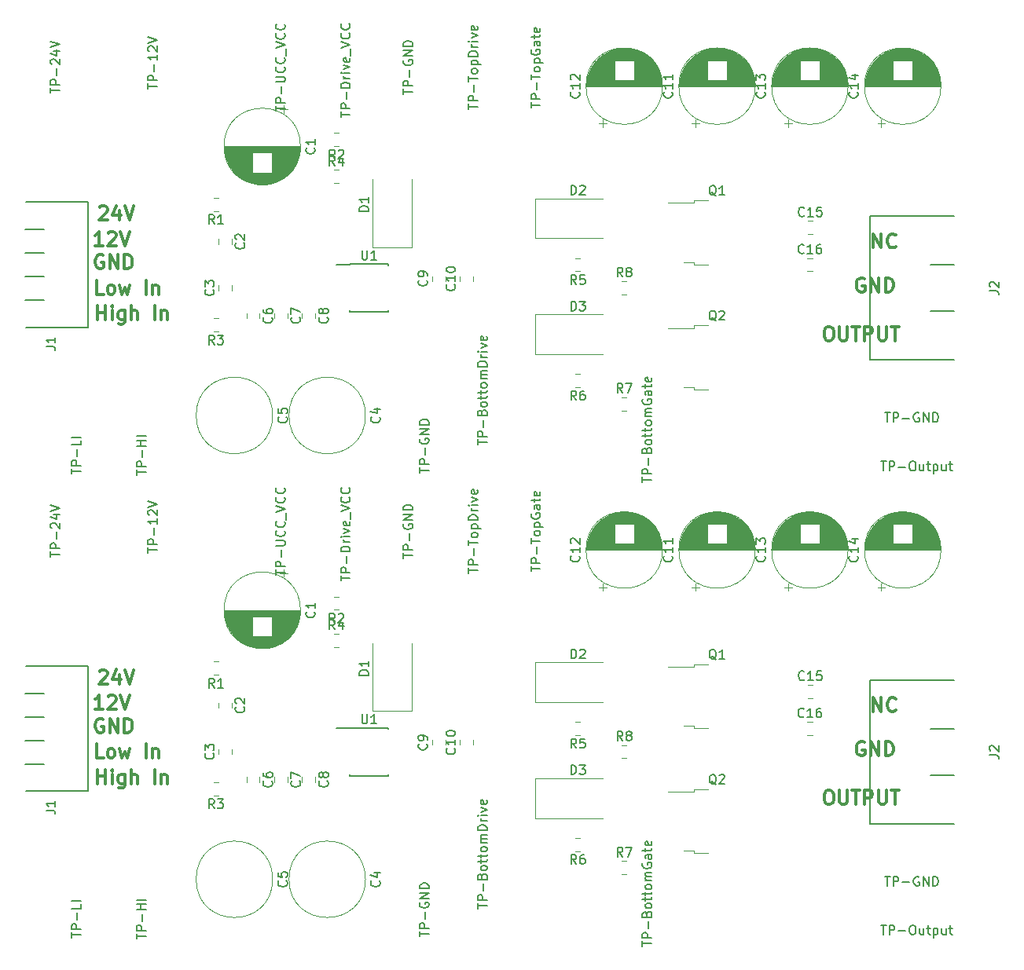
<source format=gbr>
G04 #@! TF.GenerationSoftware,KiCad,Pcbnew,5.0.2+dfsg1-1~bpo9+1*
G04 #@! TF.CreationDate,2020-01-01T01:09:12-05:00*
G04 #@! TF.ProjectId,UCCTest,55434354-6573-4742-9e6b-696361645f70,rev?*
G04 #@! TF.SameCoordinates,Original*
G04 #@! TF.FileFunction,Legend,Top*
G04 #@! TF.FilePolarity,Positive*
%FSLAX46Y46*%
G04 Gerber Fmt 4.6, Leading zero omitted, Abs format (unit mm)*
G04 Created by KiCad (PCBNEW 5.0.2+dfsg1-1~bpo9+1) date Wed 01 Jan 2020 01:09:12 AM EST*
%MOMM*%
%LPD*%
G01*
G04 APERTURE LIST*
%ADD10C,0.300000*%
%ADD11C,0.120000*%
%ADD12C,0.150000*%
G04 APERTURE END LIST*
D10*
X32464285Y-152321428D02*
X32535714Y-152250000D01*
X32678571Y-152178571D01*
X33035714Y-152178571D01*
X33178571Y-152250000D01*
X33250000Y-152321428D01*
X33321428Y-152464285D01*
X33321428Y-152607142D01*
X33250000Y-152821428D01*
X32392857Y-153678571D01*
X33321428Y-153678571D01*
X34607142Y-152678571D02*
X34607142Y-153678571D01*
X34250000Y-152107142D02*
X33892857Y-153178571D01*
X34821428Y-153178571D01*
X35178571Y-152178571D02*
X35678571Y-153678571D01*
X36178571Y-152178571D01*
X32857142Y-157500000D02*
X32714285Y-157428571D01*
X32500000Y-157428571D01*
X32285714Y-157500000D01*
X32142857Y-157642857D01*
X32071428Y-157785714D01*
X32000000Y-158071428D01*
X32000000Y-158285714D01*
X32071428Y-158571428D01*
X32142857Y-158714285D01*
X32285714Y-158857142D01*
X32500000Y-158928571D01*
X32642857Y-158928571D01*
X32857142Y-158857142D01*
X32928571Y-158785714D01*
X32928571Y-158285714D01*
X32642857Y-158285714D01*
X33571428Y-158928571D02*
X33571428Y-157428571D01*
X34428571Y-158928571D01*
X34428571Y-157428571D01*
X35142857Y-158928571D02*
X35142857Y-157428571D01*
X35500000Y-157428571D01*
X35714285Y-157500000D01*
X35857142Y-157642857D01*
X35928571Y-157785714D01*
X36000000Y-158071428D01*
X36000000Y-158285714D01*
X35928571Y-158571428D01*
X35857142Y-158714285D01*
X35714285Y-158857142D01*
X35500000Y-158928571D01*
X35142857Y-158928571D01*
X110892857Y-165178571D02*
X111178571Y-165178571D01*
X111321428Y-165250000D01*
X111464285Y-165392857D01*
X111535714Y-165678571D01*
X111535714Y-166178571D01*
X111464285Y-166464285D01*
X111321428Y-166607142D01*
X111178571Y-166678571D01*
X110892857Y-166678571D01*
X110750000Y-166607142D01*
X110607142Y-166464285D01*
X110535714Y-166178571D01*
X110535714Y-165678571D01*
X110607142Y-165392857D01*
X110750000Y-165250000D01*
X110892857Y-165178571D01*
X112178571Y-165178571D02*
X112178571Y-166392857D01*
X112250000Y-166535714D01*
X112321428Y-166607142D01*
X112464285Y-166678571D01*
X112750000Y-166678571D01*
X112892857Y-166607142D01*
X112964285Y-166535714D01*
X113035714Y-166392857D01*
X113035714Y-165178571D01*
X113535714Y-165178571D02*
X114392857Y-165178571D01*
X113964285Y-166678571D02*
X113964285Y-165178571D01*
X114892857Y-166678571D02*
X114892857Y-165178571D01*
X115464285Y-165178571D01*
X115607142Y-165250000D01*
X115678571Y-165321428D01*
X115750000Y-165464285D01*
X115750000Y-165678571D01*
X115678571Y-165821428D01*
X115607142Y-165892857D01*
X115464285Y-165964285D01*
X114892857Y-165964285D01*
X116392857Y-165178571D02*
X116392857Y-166392857D01*
X116464285Y-166535714D01*
X116535714Y-166607142D01*
X116678571Y-166678571D01*
X116964285Y-166678571D01*
X117107142Y-166607142D01*
X117178571Y-166535714D01*
X117250000Y-166392857D01*
X117250000Y-165178571D01*
X117750000Y-165178571D02*
X118607142Y-165178571D01*
X118178571Y-166678571D02*
X118178571Y-165178571D01*
X115821428Y-156678571D02*
X115821428Y-155178571D01*
X116678571Y-156678571D01*
X116678571Y-155178571D01*
X118250000Y-156535714D02*
X118178571Y-156607142D01*
X117964285Y-156678571D01*
X117821428Y-156678571D01*
X117607142Y-156607142D01*
X117464285Y-156464285D01*
X117392857Y-156321428D01*
X117321428Y-156035714D01*
X117321428Y-155821428D01*
X117392857Y-155535714D01*
X117464285Y-155392857D01*
X117607142Y-155250000D01*
X117821428Y-155178571D01*
X117964285Y-155178571D01*
X118178571Y-155250000D01*
X118250000Y-155321428D01*
X32250000Y-164428571D02*
X32250000Y-162928571D01*
X32250000Y-163642857D02*
X33107142Y-163642857D01*
X33107142Y-164428571D02*
X33107142Y-162928571D01*
X33821428Y-164428571D02*
X33821428Y-163428571D01*
X33821428Y-162928571D02*
X33750000Y-163000000D01*
X33821428Y-163071428D01*
X33892857Y-163000000D01*
X33821428Y-162928571D01*
X33821428Y-163071428D01*
X35178571Y-163428571D02*
X35178571Y-164642857D01*
X35107142Y-164785714D01*
X35035714Y-164857142D01*
X34892857Y-164928571D01*
X34678571Y-164928571D01*
X34535714Y-164857142D01*
X35178571Y-164357142D02*
X35035714Y-164428571D01*
X34750000Y-164428571D01*
X34607142Y-164357142D01*
X34535714Y-164285714D01*
X34464285Y-164142857D01*
X34464285Y-163714285D01*
X34535714Y-163571428D01*
X34607142Y-163500000D01*
X34750000Y-163428571D01*
X35035714Y-163428571D01*
X35178571Y-163500000D01*
X35892857Y-164428571D02*
X35892857Y-162928571D01*
X36535714Y-164428571D02*
X36535714Y-163642857D01*
X36464285Y-163500000D01*
X36321428Y-163428571D01*
X36107142Y-163428571D01*
X35964285Y-163500000D01*
X35892857Y-163571428D01*
X38392857Y-164428571D02*
X38392857Y-162928571D01*
X39107142Y-163428571D02*
X39107142Y-164428571D01*
X39107142Y-163571428D02*
X39178571Y-163500000D01*
X39321428Y-163428571D01*
X39535714Y-163428571D01*
X39678571Y-163500000D01*
X39750000Y-163642857D01*
X39750000Y-164428571D01*
X114857142Y-160000000D02*
X114714285Y-159928571D01*
X114500000Y-159928571D01*
X114285714Y-160000000D01*
X114142857Y-160142857D01*
X114071428Y-160285714D01*
X114000000Y-160571428D01*
X114000000Y-160785714D01*
X114071428Y-161071428D01*
X114142857Y-161214285D01*
X114285714Y-161357142D01*
X114500000Y-161428571D01*
X114642857Y-161428571D01*
X114857142Y-161357142D01*
X114928571Y-161285714D01*
X114928571Y-160785714D01*
X114642857Y-160785714D01*
X115571428Y-161428571D02*
X115571428Y-159928571D01*
X116428571Y-161428571D01*
X116428571Y-159928571D01*
X117142857Y-161428571D02*
X117142857Y-159928571D01*
X117500000Y-159928571D01*
X117714285Y-160000000D01*
X117857142Y-160142857D01*
X117928571Y-160285714D01*
X118000000Y-160571428D01*
X118000000Y-160785714D01*
X117928571Y-161071428D01*
X117857142Y-161214285D01*
X117714285Y-161357142D01*
X117500000Y-161428571D01*
X117142857Y-161428571D01*
X32892857Y-161678571D02*
X32178571Y-161678571D01*
X32178571Y-160178571D01*
X33607142Y-161678571D02*
X33464285Y-161607142D01*
X33392857Y-161535714D01*
X33321428Y-161392857D01*
X33321428Y-160964285D01*
X33392857Y-160821428D01*
X33464285Y-160750000D01*
X33607142Y-160678571D01*
X33821428Y-160678571D01*
X33964285Y-160750000D01*
X34035714Y-160821428D01*
X34107142Y-160964285D01*
X34107142Y-161392857D01*
X34035714Y-161535714D01*
X33964285Y-161607142D01*
X33821428Y-161678571D01*
X33607142Y-161678571D01*
X34607142Y-160678571D02*
X34892857Y-161678571D01*
X35178571Y-160964285D01*
X35464285Y-161678571D01*
X35750000Y-160678571D01*
X37464285Y-161678571D02*
X37464285Y-160178571D01*
X38178571Y-160678571D02*
X38178571Y-161678571D01*
X38178571Y-160821428D02*
X38250000Y-160750000D01*
X38392857Y-160678571D01*
X38607142Y-160678571D01*
X38750000Y-160750000D01*
X38821428Y-160892857D01*
X38821428Y-161678571D01*
X32821428Y-156428571D02*
X31964285Y-156428571D01*
X32392857Y-156428571D02*
X32392857Y-154928571D01*
X32250000Y-155142857D01*
X32107142Y-155285714D01*
X31964285Y-155357142D01*
X33392857Y-155071428D02*
X33464285Y-155000000D01*
X33607142Y-154928571D01*
X33964285Y-154928571D01*
X34107142Y-155000000D01*
X34178571Y-155071428D01*
X34250000Y-155214285D01*
X34250000Y-155357142D01*
X34178571Y-155571428D01*
X33321428Y-156428571D01*
X34250000Y-156428571D01*
X34678571Y-154928571D02*
X35178571Y-156428571D01*
X35678571Y-154928571D01*
X32250000Y-114428571D02*
X32250000Y-112928571D01*
X32250000Y-113642857D02*
X33107142Y-113642857D01*
X33107142Y-114428571D02*
X33107142Y-112928571D01*
X33821428Y-114428571D02*
X33821428Y-113428571D01*
X33821428Y-112928571D02*
X33750000Y-113000000D01*
X33821428Y-113071428D01*
X33892857Y-113000000D01*
X33821428Y-112928571D01*
X33821428Y-113071428D01*
X35178571Y-113428571D02*
X35178571Y-114642857D01*
X35107142Y-114785714D01*
X35035714Y-114857142D01*
X34892857Y-114928571D01*
X34678571Y-114928571D01*
X34535714Y-114857142D01*
X35178571Y-114357142D02*
X35035714Y-114428571D01*
X34750000Y-114428571D01*
X34607142Y-114357142D01*
X34535714Y-114285714D01*
X34464285Y-114142857D01*
X34464285Y-113714285D01*
X34535714Y-113571428D01*
X34607142Y-113500000D01*
X34750000Y-113428571D01*
X35035714Y-113428571D01*
X35178571Y-113500000D01*
X35892857Y-114428571D02*
X35892857Y-112928571D01*
X36535714Y-114428571D02*
X36535714Y-113642857D01*
X36464285Y-113500000D01*
X36321428Y-113428571D01*
X36107142Y-113428571D01*
X35964285Y-113500000D01*
X35892857Y-113571428D01*
X38392857Y-114428571D02*
X38392857Y-112928571D01*
X39107142Y-113428571D02*
X39107142Y-114428571D01*
X39107142Y-113571428D02*
X39178571Y-113500000D01*
X39321428Y-113428571D01*
X39535714Y-113428571D01*
X39678571Y-113500000D01*
X39750000Y-113642857D01*
X39750000Y-114428571D01*
X32892857Y-111678571D02*
X32178571Y-111678571D01*
X32178571Y-110178571D01*
X33607142Y-111678571D02*
X33464285Y-111607142D01*
X33392857Y-111535714D01*
X33321428Y-111392857D01*
X33321428Y-110964285D01*
X33392857Y-110821428D01*
X33464285Y-110750000D01*
X33607142Y-110678571D01*
X33821428Y-110678571D01*
X33964285Y-110750000D01*
X34035714Y-110821428D01*
X34107142Y-110964285D01*
X34107142Y-111392857D01*
X34035714Y-111535714D01*
X33964285Y-111607142D01*
X33821428Y-111678571D01*
X33607142Y-111678571D01*
X34607142Y-110678571D02*
X34892857Y-111678571D01*
X35178571Y-110964285D01*
X35464285Y-111678571D01*
X35750000Y-110678571D01*
X37464285Y-111678571D02*
X37464285Y-110178571D01*
X38178571Y-110678571D02*
X38178571Y-111678571D01*
X38178571Y-110821428D02*
X38250000Y-110750000D01*
X38392857Y-110678571D01*
X38607142Y-110678571D01*
X38750000Y-110750000D01*
X38821428Y-110892857D01*
X38821428Y-111678571D01*
X32857142Y-107500000D02*
X32714285Y-107428571D01*
X32500000Y-107428571D01*
X32285714Y-107500000D01*
X32142857Y-107642857D01*
X32071428Y-107785714D01*
X32000000Y-108071428D01*
X32000000Y-108285714D01*
X32071428Y-108571428D01*
X32142857Y-108714285D01*
X32285714Y-108857142D01*
X32500000Y-108928571D01*
X32642857Y-108928571D01*
X32857142Y-108857142D01*
X32928571Y-108785714D01*
X32928571Y-108285714D01*
X32642857Y-108285714D01*
X33571428Y-108928571D02*
X33571428Y-107428571D01*
X34428571Y-108928571D01*
X34428571Y-107428571D01*
X35142857Y-108928571D02*
X35142857Y-107428571D01*
X35500000Y-107428571D01*
X35714285Y-107500000D01*
X35857142Y-107642857D01*
X35928571Y-107785714D01*
X36000000Y-108071428D01*
X36000000Y-108285714D01*
X35928571Y-108571428D01*
X35857142Y-108714285D01*
X35714285Y-108857142D01*
X35500000Y-108928571D01*
X35142857Y-108928571D01*
X32821428Y-106428571D02*
X31964285Y-106428571D01*
X32392857Y-106428571D02*
X32392857Y-104928571D01*
X32250000Y-105142857D01*
X32107142Y-105285714D01*
X31964285Y-105357142D01*
X33392857Y-105071428D02*
X33464285Y-105000000D01*
X33607142Y-104928571D01*
X33964285Y-104928571D01*
X34107142Y-105000000D01*
X34178571Y-105071428D01*
X34250000Y-105214285D01*
X34250000Y-105357142D01*
X34178571Y-105571428D01*
X33321428Y-106428571D01*
X34250000Y-106428571D01*
X34678571Y-104928571D02*
X35178571Y-106428571D01*
X35678571Y-104928571D01*
X32464285Y-102321428D02*
X32535714Y-102250000D01*
X32678571Y-102178571D01*
X33035714Y-102178571D01*
X33178571Y-102250000D01*
X33250000Y-102321428D01*
X33321428Y-102464285D01*
X33321428Y-102607142D01*
X33250000Y-102821428D01*
X32392857Y-103678571D01*
X33321428Y-103678571D01*
X34607142Y-102678571D02*
X34607142Y-103678571D01*
X34250000Y-102107142D02*
X33892857Y-103178571D01*
X34821428Y-103178571D01*
X35178571Y-102178571D02*
X35678571Y-103678571D01*
X36178571Y-102178571D01*
X115821428Y-106678571D02*
X115821428Y-105178571D01*
X116678571Y-106678571D01*
X116678571Y-105178571D01*
X118250000Y-106535714D02*
X118178571Y-106607142D01*
X117964285Y-106678571D01*
X117821428Y-106678571D01*
X117607142Y-106607142D01*
X117464285Y-106464285D01*
X117392857Y-106321428D01*
X117321428Y-106035714D01*
X117321428Y-105821428D01*
X117392857Y-105535714D01*
X117464285Y-105392857D01*
X117607142Y-105250000D01*
X117821428Y-105178571D01*
X117964285Y-105178571D01*
X118178571Y-105250000D01*
X118250000Y-105321428D01*
X110892857Y-115178571D02*
X111178571Y-115178571D01*
X111321428Y-115250000D01*
X111464285Y-115392857D01*
X111535714Y-115678571D01*
X111535714Y-116178571D01*
X111464285Y-116464285D01*
X111321428Y-116607142D01*
X111178571Y-116678571D01*
X110892857Y-116678571D01*
X110750000Y-116607142D01*
X110607142Y-116464285D01*
X110535714Y-116178571D01*
X110535714Y-115678571D01*
X110607142Y-115392857D01*
X110750000Y-115250000D01*
X110892857Y-115178571D01*
X112178571Y-115178571D02*
X112178571Y-116392857D01*
X112250000Y-116535714D01*
X112321428Y-116607142D01*
X112464285Y-116678571D01*
X112750000Y-116678571D01*
X112892857Y-116607142D01*
X112964285Y-116535714D01*
X113035714Y-116392857D01*
X113035714Y-115178571D01*
X113535714Y-115178571D02*
X114392857Y-115178571D01*
X113964285Y-116678571D02*
X113964285Y-115178571D01*
X114892857Y-116678571D02*
X114892857Y-115178571D01*
X115464285Y-115178571D01*
X115607142Y-115250000D01*
X115678571Y-115321428D01*
X115750000Y-115464285D01*
X115750000Y-115678571D01*
X115678571Y-115821428D01*
X115607142Y-115892857D01*
X115464285Y-115964285D01*
X114892857Y-115964285D01*
X116392857Y-115178571D02*
X116392857Y-116392857D01*
X116464285Y-116535714D01*
X116535714Y-116607142D01*
X116678571Y-116678571D01*
X116964285Y-116678571D01*
X117107142Y-116607142D01*
X117178571Y-116535714D01*
X117250000Y-116392857D01*
X117250000Y-115178571D01*
X117750000Y-115178571D02*
X118607142Y-115178571D01*
X118178571Y-116678571D02*
X118178571Y-115178571D01*
X114857142Y-110000000D02*
X114714285Y-109928571D01*
X114500000Y-109928571D01*
X114285714Y-110000000D01*
X114142857Y-110142857D01*
X114071428Y-110285714D01*
X114000000Y-110571428D01*
X114000000Y-110785714D01*
X114071428Y-111071428D01*
X114142857Y-111214285D01*
X114285714Y-111357142D01*
X114500000Y-111428571D01*
X114642857Y-111428571D01*
X114857142Y-111357142D01*
X114928571Y-111285714D01*
X114928571Y-110785714D01*
X114642857Y-110785714D01*
X115571428Y-111428571D02*
X115571428Y-109928571D01*
X116428571Y-111428571D01*
X116428571Y-109928571D01*
X117142857Y-111428571D02*
X117142857Y-109928571D01*
X117500000Y-109928571D01*
X117714285Y-110000000D01*
X117857142Y-110142857D01*
X117928571Y-110285714D01*
X118000000Y-110571428D01*
X118000000Y-110785714D01*
X117928571Y-111071428D01*
X117857142Y-111214285D01*
X117714285Y-111357142D01*
X117500000Y-111428571D01*
X117142857Y-111428571D01*
D11*
G04 #@! TO.C,D2*
X79400000Y-151350000D02*
X86700000Y-151350000D01*
X79400000Y-155650000D02*
X86700000Y-155650000D01*
X79400000Y-151350000D02*
X79400000Y-155650000D01*
G04 #@! TO.C,C16*
X108738748Y-157790000D02*
X109261252Y-157790000D01*
X108738748Y-159210000D02*
X109261252Y-159210000D01*
G04 #@! TO.C,R2*
X58261252Y-144290000D02*
X57738748Y-144290000D01*
X58261252Y-145710000D02*
X57738748Y-145710000D01*
G04 #@! TO.C,R4*
X57738748Y-149710000D02*
X58261252Y-149710000D01*
X57738748Y-148290000D02*
X58261252Y-148290000D01*
G04 #@! TO.C,R7*
X88738748Y-174210000D02*
X89261252Y-174210000D01*
X88738748Y-172790000D02*
X89261252Y-172790000D01*
G04 #@! TO.C,C15*
X108763748Y-155210000D02*
X109286252Y-155210000D01*
X108763748Y-153790000D02*
X109286252Y-153790000D01*
G04 #@! TO.C,R3*
X45261252Y-165710000D02*
X44738748Y-165710000D01*
X45261252Y-164290000D02*
X44738748Y-164290000D01*
G04 #@! TO.C,R6*
X84261252Y-171710000D02*
X83738748Y-171710000D01*
X84261252Y-170290000D02*
X83738748Y-170290000D01*
G04 #@! TO.C,C14*
X123120000Y-139250000D02*
G75*
G03X123120000Y-139250000I-4120000J0D01*
G01*
X114920000Y-139250000D02*
X123080000Y-139250000D01*
X114920000Y-139210000D02*
X123080000Y-139210000D01*
X114920000Y-139170000D02*
X123080000Y-139170000D01*
X114921000Y-139130000D02*
X123079000Y-139130000D01*
X114923000Y-139090000D02*
X123077000Y-139090000D01*
X114924000Y-139050000D02*
X123076000Y-139050000D01*
X114926000Y-139010000D02*
X123074000Y-139010000D01*
X114929000Y-138970000D02*
X123071000Y-138970000D01*
X114932000Y-138930000D02*
X123068000Y-138930000D01*
X114935000Y-138890000D02*
X123065000Y-138890000D01*
X114939000Y-138850000D02*
X123061000Y-138850000D01*
X114943000Y-138810000D02*
X123057000Y-138810000D01*
X114948000Y-138770000D02*
X123052000Y-138770000D01*
X114952000Y-138730000D02*
X123048000Y-138730000D01*
X114958000Y-138690000D02*
X123042000Y-138690000D01*
X114963000Y-138650000D02*
X123037000Y-138650000D01*
X114970000Y-138610000D02*
X123030000Y-138610000D01*
X114976000Y-138570000D02*
X123024000Y-138570000D01*
X114983000Y-138529000D02*
X117960000Y-138529000D01*
X120040000Y-138529000D02*
X123017000Y-138529000D01*
X114990000Y-138489000D02*
X117960000Y-138489000D01*
X120040000Y-138489000D02*
X123010000Y-138489000D01*
X114998000Y-138449000D02*
X117960000Y-138449000D01*
X120040000Y-138449000D02*
X123002000Y-138449000D01*
X115006000Y-138409000D02*
X117960000Y-138409000D01*
X120040000Y-138409000D02*
X122994000Y-138409000D01*
X115015000Y-138369000D02*
X117960000Y-138369000D01*
X120040000Y-138369000D02*
X122985000Y-138369000D01*
X115024000Y-138329000D02*
X117960000Y-138329000D01*
X120040000Y-138329000D02*
X122976000Y-138329000D01*
X115033000Y-138289000D02*
X117960000Y-138289000D01*
X120040000Y-138289000D02*
X122967000Y-138289000D01*
X115043000Y-138249000D02*
X117960000Y-138249000D01*
X120040000Y-138249000D02*
X122957000Y-138249000D01*
X115053000Y-138209000D02*
X117960000Y-138209000D01*
X120040000Y-138209000D02*
X122947000Y-138209000D01*
X115064000Y-138169000D02*
X117960000Y-138169000D01*
X120040000Y-138169000D02*
X122936000Y-138169000D01*
X115075000Y-138129000D02*
X117960000Y-138129000D01*
X120040000Y-138129000D02*
X122925000Y-138129000D01*
X115086000Y-138089000D02*
X117960000Y-138089000D01*
X120040000Y-138089000D02*
X122914000Y-138089000D01*
X115098000Y-138049000D02*
X117960000Y-138049000D01*
X120040000Y-138049000D02*
X122902000Y-138049000D01*
X115111000Y-138009000D02*
X117960000Y-138009000D01*
X120040000Y-138009000D02*
X122889000Y-138009000D01*
X115123000Y-137969000D02*
X117960000Y-137969000D01*
X120040000Y-137969000D02*
X122877000Y-137969000D01*
X115137000Y-137929000D02*
X117960000Y-137929000D01*
X120040000Y-137929000D02*
X122863000Y-137929000D01*
X115150000Y-137889000D02*
X117960000Y-137889000D01*
X120040000Y-137889000D02*
X122850000Y-137889000D01*
X115165000Y-137849000D02*
X117960000Y-137849000D01*
X120040000Y-137849000D02*
X122835000Y-137849000D01*
X115179000Y-137809000D02*
X117960000Y-137809000D01*
X120040000Y-137809000D02*
X122821000Y-137809000D01*
X115195000Y-137769000D02*
X117960000Y-137769000D01*
X120040000Y-137769000D02*
X122805000Y-137769000D01*
X115210000Y-137729000D02*
X117960000Y-137729000D01*
X120040000Y-137729000D02*
X122790000Y-137729000D01*
X115226000Y-137689000D02*
X117960000Y-137689000D01*
X120040000Y-137689000D02*
X122774000Y-137689000D01*
X115243000Y-137649000D02*
X117960000Y-137649000D01*
X120040000Y-137649000D02*
X122757000Y-137649000D01*
X115260000Y-137609000D02*
X117960000Y-137609000D01*
X120040000Y-137609000D02*
X122740000Y-137609000D01*
X115278000Y-137569000D02*
X117960000Y-137569000D01*
X120040000Y-137569000D02*
X122722000Y-137569000D01*
X115296000Y-137529000D02*
X117960000Y-137529000D01*
X120040000Y-137529000D02*
X122704000Y-137529000D01*
X115314000Y-137489000D02*
X117960000Y-137489000D01*
X120040000Y-137489000D02*
X122686000Y-137489000D01*
X115334000Y-137449000D02*
X117960000Y-137449000D01*
X120040000Y-137449000D02*
X122666000Y-137449000D01*
X115353000Y-137409000D02*
X117960000Y-137409000D01*
X120040000Y-137409000D02*
X122647000Y-137409000D01*
X115373000Y-137369000D02*
X117960000Y-137369000D01*
X120040000Y-137369000D02*
X122627000Y-137369000D01*
X115394000Y-137329000D02*
X117960000Y-137329000D01*
X120040000Y-137329000D02*
X122606000Y-137329000D01*
X115416000Y-137289000D02*
X117960000Y-137289000D01*
X120040000Y-137289000D02*
X122584000Y-137289000D01*
X115438000Y-137249000D02*
X117960000Y-137249000D01*
X120040000Y-137249000D02*
X122562000Y-137249000D01*
X115460000Y-137209000D02*
X117960000Y-137209000D01*
X120040000Y-137209000D02*
X122540000Y-137209000D01*
X115483000Y-137169000D02*
X117960000Y-137169000D01*
X120040000Y-137169000D02*
X122517000Y-137169000D01*
X115507000Y-137129000D02*
X117960000Y-137129000D01*
X120040000Y-137129000D02*
X122493000Y-137129000D01*
X115531000Y-137089000D02*
X117960000Y-137089000D01*
X120040000Y-137089000D02*
X122469000Y-137089000D01*
X115556000Y-137049000D02*
X117960000Y-137049000D01*
X120040000Y-137049000D02*
X122444000Y-137049000D01*
X115582000Y-137009000D02*
X117960000Y-137009000D01*
X120040000Y-137009000D02*
X122418000Y-137009000D01*
X115608000Y-136969000D02*
X117960000Y-136969000D01*
X120040000Y-136969000D02*
X122392000Y-136969000D01*
X115635000Y-136929000D02*
X117960000Y-136929000D01*
X120040000Y-136929000D02*
X122365000Y-136929000D01*
X115662000Y-136889000D02*
X117960000Y-136889000D01*
X120040000Y-136889000D02*
X122338000Y-136889000D01*
X115691000Y-136849000D02*
X117960000Y-136849000D01*
X120040000Y-136849000D02*
X122309000Y-136849000D01*
X115720000Y-136809000D02*
X117960000Y-136809000D01*
X120040000Y-136809000D02*
X122280000Y-136809000D01*
X115750000Y-136769000D02*
X117960000Y-136769000D01*
X120040000Y-136769000D02*
X122250000Y-136769000D01*
X115780000Y-136729000D02*
X117960000Y-136729000D01*
X120040000Y-136729000D02*
X122220000Y-136729000D01*
X115811000Y-136689000D02*
X117960000Y-136689000D01*
X120040000Y-136689000D02*
X122189000Y-136689000D01*
X115844000Y-136649000D02*
X117960000Y-136649000D01*
X120040000Y-136649000D02*
X122156000Y-136649000D01*
X115876000Y-136609000D02*
X117960000Y-136609000D01*
X120040000Y-136609000D02*
X122124000Y-136609000D01*
X115910000Y-136569000D02*
X117960000Y-136569000D01*
X120040000Y-136569000D02*
X122090000Y-136569000D01*
X115945000Y-136529000D02*
X117960000Y-136529000D01*
X120040000Y-136529000D02*
X122055000Y-136529000D01*
X115981000Y-136489000D02*
X117960000Y-136489000D01*
X120040000Y-136489000D02*
X122019000Y-136489000D01*
X116017000Y-136449000D02*
X121983000Y-136449000D01*
X116055000Y-136409000D02*
X121945000Y-136409000D01*
X116093000Y-136369000D02*
X121907000Y-136369000D01*
X116133000Y-136329000D02*
X121867000Y-136329000D01*
X116174000Y-136289000D02*
X121826000Y-136289000D01*
X116216000Y-136249000D02*
X121784000Y-136249000D01*
X116259000Y-136209000D02*
X121741000Y-136209000D01*
X116303000Y-136169000D02*
X121697000Y-136169000D01*
X116349000Y-136129000D02*
X121651000Y-136129000D01*
X116396000Y-136089000D02*
X121604000Y-136089000D01*
X116444000Y-136049000D02*
X121556000Y-136049000D01*
X116495000Y-136009000D02*
X121505000Y-136009000D01*
X116546000Y-135969000D02*
X121454000Y-135969000D01*
X116600000Y-135929000D02*
X121400000Y-135929000D01*
X116655000Y-135889000D02*
X121345000Y-135889000D01*
X116713000Y-135849000D02*
X121287000Y-135849000D01*
X116772000Y-135809000D02*
X121228000Y-135809000D01*
X116834000Y-135769000D02*
X121166000Y-135769000D01*
X116898000Y-135729000D02*
X121102000Y-135729000D01*
X116966000Y-135689000D02*
X121034000Y-135689000D01*
X117036000Y-135649000D02*
X120964000Y-135649000D01*
X117110000Y-135609000D02*
X120890000Y-135609000D01*
X117187000Y-135569000D02*
X120813000Y-135569000D01*
X117269000Y-135529000D02*
X120731000Y-135529000D01*
X117355000Y-135489000D02*
X120645000Y-135489000D01*
X117448000Y-135449000D02*
X120552000Y-135449000D01*
X117547000Y-135409000D02*
X120453000Y-135409000D01*
X117654000Y-135369000D02*
X120346000Y-135369000D01*
X117771000Y-135329000D02*
X120229000Y-135329000D01*
X117902000Y-135289000D02*
X120098000Y-135289000D01*
X118052000Y-135249000D02*
X119948000Y-135249000D01*
X118232000Y-135209000D02*
X119768000Y-135209000D01*
X118467000Y-135169000D02*
X119533000Y-135169000D01*
X116685000Y-143659698D02*
X116685000Y-142859698D01*
X116285000Y-143259698D02*
X117085000Y-143259698D01*
D12*
G04 #@! TO.C,U1*
X59425000Y-158475000D02*
X58025000Y-158475000D01*
X59425000Y-163575000D02*
X63575000Y-163575000D01*
X59425000Y-158425000D02*
X63575000Y-158425000D01*
X59425000Y-163575000D02*
X59425000Y-163430000D01*
X63575000Y-163575000D02*
X63575000Y-163430000D01*
X63575000Y-158425000D02*
X63575000Y-158570000D01*
X59425000Y-158425000D02*
X59425000Y-158475000D01*
D11*
G04 #@! TO.C,C12*
X93120000Y-139250000D02*
G75*
G03X93120000Y-139250000I-4120000J0D01*
G01*
X84920000Y-139250000D02*
X93080000Y-139250000D01*
X84920000Y-139210000D02*
X93080000Y-139210000D01*
X84920000Y-139170000D02*
X93080000Y-139170000D01*
X84921000Y-139130000D02*
X93079000Y-139130000D01*
X84923000Y-139090000D02*
X93077000Y-139090000D01*
X84924000Y-139050000D02*
X93076000Y-139050000D01*
X84926000Y-139010000D02*
X93074000Y-139010000D01*
X84929000Y-138970000D02*
X93071000Y-138970000D01*
X84932000Y-138930000D02*
X93068000Y-138930000D01*
X84935000Y-138890000D02*
X93065000Y-138890000D01*
X84939000Y-138850000D02*
X93061000Y-138850000D01*
X84943000Y-138810000D02*
X93057000Y-138810000D01*
X84948000Y-138770000D02*
X93052000Y-138770000D01*
X84952000Y-138730000D02*
X93048000Y-138730000D01*
X84958000Y-138690000D02*
X93042000Y-138690000D01*
X84963000Y-138650000D02*
X93037000Y-138650000D01*
X84970000Y-138610000D02*
X93030000Y-138610000D01*
X84976000Y-138570000D02*
X93024000Y-138570000D01*
X84983000Y-138529000D02*
X87960000Y-138529000D01*
X90040000Y-138529000D02*
X93017000Y-138529000D01*
X84990000Y-138489000D02*
X87960000Y-138489000D01*
X90040000Y-138489000D02*
X93010000Y-138489000D01*
X84998000Y-138449000D02*
X87960000Y-138449000D01*
X90040000Y-138449000D02*
X93002000Y-138449000D01*
X85006000Y-138409000D02*
X87960000Y-138409000D01*
X90040000Y-138409000D02*
X92994000Y-138409000D01*
X85015000Y-138369000D02*
X87960000Y-138369000D01*
X90040000Y-138369000D02*
X92985000Y-138369000D01*
X85024000Y-138329000D02*
X87960000Y-138329000D01*
X90040000Y-138329000D02*
X92976000Y-138329000D01*
X85033000Y-138289000D02*
X87960000Y-138289000D01*
X90040000Y-138289000D02*
X92967000Y-138289000D01*
X85043000Y-138249000D02*
X87960000Y-138249000D01*
X90040000Y-138249000D02*
X92957000Y-138249000D01*
X85053000Y-138209000D02*
X87960000Y-138209000D01*
X90040000Y-138209000D02*
X92947000Y-138209000D01*
X85064000Y-138169000D02*
X87960000Y-138169000D01*
X90040000Y-138169000D02*
X92936000Y-138169000D01*
X85075000Y-138129000D02*
X87960000Y-138129000D01*
X90040000Y-138129000D02*
X92925000Y-138129000D01*
X85086000Y-138089000D02*
X87960000Y-138089000D01*
X90040000Y-138089000D02*
X92914000Y-138089000D01*
X85098000Y-138049000D02*
X87960000Y-138049000D01*
X90040000Y-138049000D02*
X92902000Y-138049000D01*
X85111000Y-138009000D02*
X87960000Y-138009000D01*
X90040000Y-138009000D02*
X92889000Y-138009000D01*
X85123000Y-137969000D02*
X87960000Y-137969000D01*
X90040000Y-137969000D02*
X92877000Y-137969000D01*
X85137000Y-137929000D02*
X87960000Y-137929000D01*
X90040000Y-137929000D02*
X92863000Y-137929000D01*
X85150000Y-137889000D02*
X87960000Y-137889000D01*
X90040000Y-137889000D02*
X92850000Y-137889000D01*
X85165000Y-137849000D02*
X87960000Y-137849000D01*
X90040000Y-137849000D02*
X92835000Y-137849000D01*
X85179000Y-137809000D02*
X87960000Y-137809000D01*
X90040000Y-137809000D02*
X92821000Y-137809000D01*
X85195000Y-137769000D02*
X87960000Y-137769000D01*
X90040000Y-137769000D02*
X92805000Y-137769000D01*
X85210000Y-137729000D02*
X87960000Y-137729000D01*
X90040000Y-137729000D02*
X92790000Y-137729000D01*
X85226000Y-137689000D02*
X87960000Y-137689000D01*
X90040000Y-137689000D02*
X92774000Y-137689000D01*
X85243000Y-137649000D02*
X87960000Y-137649000D01*
X90040000Y-137649000D02*
X92757000Y-137649000D01*
X85260000Y-137609000D02*
X87960000Y-137609000D01*
X90040000Y-137609000D02*
X92740000Y-137609000D01*
X85278000Y-137569000D02*
X87960000Y-137569000D01*
X90040000Y-137569000D02*
X92722000Y-137569000D01*
X85296000Y-137529000D02*
X87960000Y-137529000D01*
X90040000Y-137529000D02*
X92704000Y-137529000D01*
X85314000Y-137489000D02*
X87960000Y-137489000D01*
X90040000Y-137489000D02*
X92686000Y-137489000D01*
X85334000Y-137449000D02*
X87960000Y-137449000D01*
X90040000Y-137449000D02*
X92666000Y-137449000D01*
X85353000Y-137409000D02*
X87960000Y-137409000D01*
X90040000Y-137409000D02*
X92647000Y-137409000D01*
X85373000Y-137369000D02*
X87960000Y-137369000D01*
X90040000Y-137369000D02*
X92627000Y-137369000D01*
X85394000Y-137329000D02*
X87960000Y-137329000D01*
X90040000Y-137329000D02*
X92606000Y-137329000D01*
X85416000Y-137289000D02*
X87960000Y-137289000D01*
X90040000Y-137289000D02*
X92584000Y-137289000D01*
X85438000Y-137249000D02*
X87960000Y-137249000D01*
X90040000Y-137249000D02*
X92562000Y-137249000D01*
X85460000Y-137209000D02*
X87960000Y-137209000D01*
X90040000Y-137209000D02*
X92540000Y-137209000D01*
X85483000Y-137169000D02*
X87960000Y-137169000D01*
X90040000Y-137169000D02*
X92517000Y-137169000D01*
X85507000Y-137129000D02*
X87960000Y-137129000D01*
X90040000Y-137129000D02*
X92493000Y-137129000D01*
X85531000Y-137089000D02*
X87960000Y-137089000D01*
X90040000Y-137089000D02*
X92469000Y-137089000D01*
X85556000Y-137049000D02*
X87960000Y-137049000D01*
X90040000Y-137049000D02*
X92444000Y-137049000D01*
X85582000Y-137009000D02*
X87960000Y-137009000D01*
X90040000Y-137009000D02*
X92418000Y-137009000D01*
X85608000Y-136969000D02*
X87960000Y-136969000D01*
X90040000Y-136969000D02*
X92392000Y-136969000D01*
X85635000Y-136929000D02*
X87960000Y-136929000D01*
X90040000Y-136929000D02*
X92365000Y-136929000D01*
X85662000Y-136889000D02*
X87960000Y-136889000D01*
X90040000Y-136889000D02*
X92338000Y-136889000D01*
X85691000Y-136849000D02*
X87960000Y-136849000D01*
X90040000Y-136849000D02*
X92309000Y-136849000D01*
X85720000Y-136809000D02*
X87960000Y-136809000D01*
X90040000Y-136809000D02*
X92280000Y-136809000D01*
X85750000Y-136769000D02*
X87960000Y-136769000D01*
X90040000Y-136769000D02*
X92250000Y-136769000D01*
X85780000Y-136729000D02*
X87960000Y-136729000D01*
X90040000Y-136729000D02*
X92220000Y-136729000D01*
X85811000Y-136689000D02*
X87960000Y-136689000D01*
X90040000Y-136689000D02*
X92189000Y-136689000D01*
X85844000Y-136649000D02*
X87960000Y-136649000D01*
X90040000Y-136649000D02*
X92156000Y-136649000D01*
X85876000Y-136609000D02*
X87960000Y-136609000D01*
X90040000Y-136609000D02*
X92124000Y-136609000D01*
X85910000Y-136569000D02*
X87960000Y-136569000D01*
X90040000Y-136569000D02*
X92090000Y-136569000D01*
X85945000Y-136529000D02*
X87960000Y-136529000D01*
X90040000Y-136529000D02*
X92055000Y-136529000D01*
X85981000Y-136489000D02*
X87960000Y-136489000D01*
X90040000Y-136489000D02*
X92019000Y-136489000D01*
X86017000Y-136449000D02*
X91983000Y-136449000D01*
X86055000Y-136409000D02*
X91945000Y-136409000D01*
X86093000Y-136369000D02*
X91907000Y-136369000D01*
X86133000Y-136329000D02*
X91867000Y-136329000D01*
X86174000Y-136289000D02*
X91826000Y-136289000D01*
X86216000Y-136249000D02*
X91784000Y-136249000D01*
X86259000Y-136209000D02*
X91741000Y-136209000D01*
X86303000Y-136169000D02*
X91697000Y-136169000D01*
X86349000Y-136129000D02*
X91651000Y-136129000D01*
X86396000Y-136089000D02*
X91604000Y-136089000D01*
X86444000Y-136049000D02*
X91556000Y-136049000D01*
X86495000Y-136009000D02*
X91505000Y-136009000D01*
X86546000Y-135969000D02*
X91454000Y-135969000D01*
X86600000Y-135929000D02*
X91400000Y-135929000D01*
X86655000Y-135889000D02*
X91345000Y-135889000D01*
X86713000Y-135849000D02*
X91287000Y-135849000D01*
X86772000Y-135809000D02*
X91228000Y-135809000D01*
X86834000Y-135769000D02*
X91166000Y-135769000D01*
X86898000Y-135729000D02*
X91102000Y-135729000D01*
X86966000Y-135689000D02*
X91034000Y-135689000D01*
X87036000Y-135649000D02*
X90964000Y-135649000D01*
X87110000Y-135609000D02*
X90890000Y-135609000D01*
X87187000Y-135569000D02*
X90813000Y-135569000D01*
X87269000Y-135529000D02*
X90731000Y-135529000D01*
X87355000Y-135489000D02*
X90645000Y-135489000D01*
X87448000Y-135449000D02*
X90552000Y-135449000D01*
X87547000Y-135409000D02*
X90453000Y-135409000D01*
X87654000Y-135369000D02*
X90346000Y-135369000D01*
X87771000Y-135329000D02*
X90229000Y-135329000D01*
X87902000Y-135289000D02*
X90098000Y-135289000D01*
X88052000Y-135249000D02*
X89948000Y-135249000D01*
X88232000Y-135209000D02*
X89768000Y-135209000D01*
X88467000Y-135169000D02*
X89533000Y-135169000D01*
X86685000Y-143659698D02*
X86685000Y-142859698D01*
X86285000Y-143259698D02*
X87085000Y-143259698D01*
G04 #@! TO.C,R8*
X88738748Y-161710000D02*
X89261252Y-161710000D01*
X88738748Y-160290000D02*
X89261252Y-160290000D01*
G04 #@! TO.C,C13*
X106285000Y-143259698D02*
X107085000Y-143259698D01*
X106685000Y-143659698D02*
X106685000Y-142859698D01*
X108467000Y-135169000D02*
X109533000Y-135169000D01*
X108232000Y-135209000D02*
X109768000Y-135209000D01*
X108052000Y-135249000D02*
X109948000Y-135249000D01*
X107902000Y-135289000D02*
X110098000Y-135289000D01*
X107771000Y-135329000D02*
X110229000Y-135329000D01*
X107654000Y-135369000D02*
X110346000Y-135369000D01*
X107547000Y-135409000D02*
X110453000Y-135409000D01*
X107448000Y-135449000D02*
X110552000Y-135449000D01*
X107355000Y-135489000D02*
X110645000Y-135489000D01*
X107269000Y-135529000D02*
X110731000Y-135529000D01*
X107187000Y-135569000D02*
X110813000Y-135569000D01*
X107110000Y-135609000D02*
X110890000Y-135609000D01*
X107036000Y-135649000D02*
X110964000Y-135649000D01*
X106966000Y-135689000D02*
X111034000Y-135689000D01*
X106898000Y-135729000D02*
X111102000Y-135729000D01*
X106834000Y-135769000D02*
X111166000Y-135769000D01*
X106772000Y-135809000D02*
X111228000Y-135809000D01*
X106713000Y-135849000D02*
X111287000Y-135849000D01*
X106655000Y-135889000D02*
X111345000Y-135889000D01*
X106600000Y-135929000D02*
X111400000Y-135929000D01*
X106546000Y-135969000D02*
X111454000Y-135969000D01*
X106495000Y-136009000D02*
X111505000Y-136009000D01*
X106444000Y-136049000D02*
X111556000Y-136049000D01*
X106396000Y-136089000D02*
X111604000Y-136089000D01*
X106349000Y-136129000D02*
X111651000Y-136129000D01*
X106303000Y-136169000D02*
X111697000Y-136169000D01*
X106259000Y-136209000D02*
X111741000Y-136209000D01*
X106216000Y-136249000D02*
X111784000Y-136249000D01*
X106174000Y-136289000D02*
X111826000Y-136289000D01*
X106133000Y-136329000D02*
X111867000Y-136329000D01*
X106093000Y-136369000D02*
X111907000Y-136369000D01*
X106055000Y-136409000D02*
X111945000Y-136409000D01*
X106017000Y-136449000D02*
X111983000Y-136449000D01*
X110040000Y-136489000D02*
X112019000Y-136489000D01*
X105981000Y-136489000D02*
X107960000Y-136489000D01*
X110040000Y-136529000D02*
X112055000Y-136529000D01*
X105945000Y-136529000D02*
X107960000Y-136529000D01*
X110040000Y-136569000D02*
X112090000Y-136569000D01*
X105910000Y-136569000D02*
X107960000Y-136569000D01*
X110040000Y-136609000D02*
X112124000Y-136609000D01*
X105876000Y-136609000D02*
X107960000Y-136609000D01*
X110040000Y-136649000D02*
X112156000Y-136649000D01*
X105844000Y-136649000D02*
X107960000Y-136649000D01*
X110040000Y-136689000D02*
X112189000Y-136689000D01*
X105811000Y-136689000D02*
X107960000Y-136689000D01*
X110040000Y-136729000D02*
X112220000Y-136729000D01*
X105780000Y-136729000D02*
X107960000Y-136729000D01*
X110040000Y-136769000D02*
X112250000Y-136769000D01*
X105750000Y-136769000D02*
X107960000Y-136769000D01*
X110040000Y-136809000D02*
X112280000Y-136809000D01*
X105720000Y-136809000D02*
X107960000Y-136809000D01*
X110040000Y-136849000D02*
X112309000Y-136849000D01*
X105691000Y-136849000D02*
X107960000Y-136849000D01*
X110040000Y-136889000D02*
X112338000Y-136889000D01*
X105662000Y-136889000D02*
X107960000Y-136889000D01*
X110040000Y-136929000D02*
X112365000Y-136929000D01*
X105635000Y-136929000D02*
X107960000Y-136929000D01*
X110040000Y-136969000D02*
X112392000Y-136969000D01*
X105608000Y-136969000D02*
X107960000Y-136969000D01*
X110040000Y-137009000D02*
X112418000Y-137009000D01*
X105582000Y-137009000D02*
X107960000Y-137009000D01*
X110040000Y-137049000D02*
X112444000Y-137049000D01*
X105556000Y-137049000D02*
X107960000Y-137049000D01*
X110040000Y-137089000D02*
X112469000Y-137089000D01*
X105531000Y-137089000D02*
X107960000Y-137089000D01*
X110040000Y-137129000D02*
X112493000Y-137129000D01*
X105507000Y-137129000D02*
X107960000Y-137129000D01*
X110040000Y-137169000D02*
X112517000Y-137169000D01*
X105483000Y-137169000D02*
X107960000Y-137169000D01*
X110040000Y-137209000D02*
X112540000Y-137209000D01*
X105460000Y-137209000D02*
X107960000Y-137209000D01*
X110040000Y-137249000D02*
X112562000Y-137249000D01*
X105438000Y-137249000D02*
X107960000Y-137249000D01*
X110040000Y-137289000D02*
X112584000Y-137289000D01*
X105416000Y-137289000D02*
X107960000Y-137289000D01*
X110040000Y-137329000D02*
X112606000Y-137329000D01*
X105394000Y-137329000D02*
X107960000Y-137329000D01*
X110040000Y-137369000D02*
X112627000Y-137369000D01*
X105373000Y-137369000D02*
X107960000Y-137369000D01*
X110040000Y-137409000D02*
X112647000Y-137409000D01*
X105353000Y-137409000D02*
X107960000Y-137409000D01*
X110040000Y-137449000D02*
X112666000Y-137449000D01*
X105334000Y-137449000D02*
X107960000Y-137449000D01*
X110040000Y-137489000D02*
X112686000Y-137489000D01*
X105314000Y-137489000D02*
X107960000Y-137489000D01*
X110040000Y-137529000D02*
X112704000Y-137529000D01*
X105296000Y-137529000D02*
X107960000Y-137529000D01*
X110040000Y-137569000D02*
X112722000Y-137569000D01*
X105278000Y-137569000D02*
X107960000Y-137569000D01*
X110040000Y-137609000D02*
X112740000Y-137609000D01*
X105260000Y-137609000D02*
X107960000Y-137609000D01*
X110040000Y-137649000D02*
X112757000Y-137649000D01*
X105243000Y-137649000D02*
X107960000Y-137649000D01*
X110040000Y-137689000D02*
X112774000Y-137689000D01*
X105226000Y-137689000D02*
X107960000Y-137689000D01*
X110040000Y-137729000D02*
X112790000Y-137729000D01*
X105210000Y-137729000D02*
X107960000Y-137729000D01*
X110040000Y-137769000D02*
X112805000Y-137769000D01*
X105195000Y-137769000D02*
X107960000Y-137769000D01*
X110040000Y-137809000D02*
X112821000Y-137809000D01*
X105179000Y-137809000D02*
X107960000Y-137809000D01*
X110040000Y-137849000D02*
X112835000Y-137849000D01*
X105165000Y-137849000D02*
X107960000Y-137849000D01*
X110040000Y-137889000D02*
X112850000Y-137889000D01*
X105150000Y-137889000D02*
X107960000Y-137889000D01*
X110040000Y-137929000D02*
X112863000Y-137929000D01*
X105137000Y-137929000D02*
X107960000Y-137929000D01*
X110040000Y-137969000D02*
X112877000Y-137969000D01*
X105123000Y-137969000D02*
X107960000Y-137969000D01*
X110040000Y-138009000D02*
X112889000Y-138009000D01*
X105111000Y-138009000D02*
X107960000Y-138009000D01*
X110040000Y-138049000D02*
X112902000Y-138049000D01*
X105098000Y-138049000D02*
X107960000Y-138049000D01*
X110040000Y-138089000D02*
X112914000Y-138089000D01*
X105086000Y-138089000D02*
X107960000Y-138089000D01*
X110040000Y-138129000D02*
X112925000Y-138129000D01*
X105075000Y-138129000D02*
X107960000Y-138129000D01*
X110040000Y-138169000D02*
X112936000Y-138169000D01*
X105064000Y-138169000D02*
X107960000Y-138169000D01*
X110040000Y-138209000D02*
X112947000Y-138209000D01*
X105053000Y-138209000D02*
X107960000Y-138209000D01*
X110040000Y-138249000D02*
X112957000Y-138249000D01*
X105043000Y-138249000D02*
X107960000Y-138249000D01*
X110040000Y-138289000D02*
X112967000Y-138289000D01*
X105033000Y-138289000D02*
X107960000Y-138289000D01*
X110040000Y-138329000D02*
X112976000Y-138329000D01*
X105024000Y-138329000D02*
X107960000Y-138329000D01*
X110040000Y-138369000D02*
X112985000Y-138369000D01*
X105015000Y-138369000D02*
X107960000Y-138369000D01*
X110040000Y-138409000D02*
X112994000Y-138409000D01*
X105006000Y-138409000D02*
X107960000Y-138409000D01*
X110040000Y-138449000D02*
X113002000Y-138449000D01*
X104998000Y-138449000D02*
X107960000Y-138449000D01*
X110040000Y-138489000D02*
X113010000Y-138489000D01*
X104990000Y-138489000D02*
X107960000Y-138489000D01*
X110040000Y-138529000D02*
X113017000Y-138529000D01*
X104983000Y-138529000D02*
X107960000Y-138529000D01*
X104976000Y-138570000D02*
X113024000Y-138570000D01*
X104970000Y-138610000D02*
X113030000Y-138610000D01*
X104963000Y-138650000D02*
X113037000Y-138650000D01*
X104958000Y-138690000D02*
X113042000Y-138690000D01*
X104952000Y-138730000D02*
X113048000Y-138730000D01*
X104948000Y-138770000D02*
X113052000Y-138770000D01*
X104943000Y-138810000D02*
X113057000Y-138810000D01*
X104939000Y-138850000D02*
X113061000Y-138850000D01*
X104935000Y-138890000D02*
X113065000Y-138890000D01*
X104932000Y-138930000D02*
X113068000Y-138930000D01*
X104929000Y-138970000D02*
X113071000Y-138970000D01*
X104926000Y-139010000D02*
X113074000Y-139010000D01*
X104924000Y-139050000D02*
X113076000Y-139050000D01*
X104923000Y-139090000D02*
X113077000Y-139090000D01*
X104921000Y-139130000D02*
X113079000Y-139130000D01*
X104920000Y-139170000D02*
X113080000Y-139170000D01*
X104920000Y-139210000D02*
X113080000Y-139210000D01*
X104920000Y-139250000D02*
X113080000Y-139250000D01*
X113120000Y-139250000D02*
G75*
G03X113120000Y-139250000I-4120000J0D01*
G01*
G04 #@! TO.C,R1*
X45261252Y-152710000D02*
X44738748Y-152710000D01*
X45261252Y-151290000D02*
X44738748Y-151290000D01*
G04 #@! TO.C,C1*
X52715000Y-141740302D02*
X51915000Y-141740302D01*
X52315000Y-141340302D02*
X52315000Y-142140302D01*
X50533000Y-149831000D02*
X49467000Y-149831000D01*
X50768000Y-149791000D02*
X49232000Y-149791000D01*
X50948000Y-149751000D02*
X49052000Y-149751000D01*
X51098000Y-149711000D02*
X48902000Y-149711000D01*
X51229000Y-149671000D02*
X48771000Y-149671000D01*
X51346000Y-149631000D02*
X48654000Y-149631000D01*
X51453000Y-149591000D02*
X48547000Y-149591000D01*
X51552000Y-149551000D02*
X48448000Y-149551000D01*
X51645000Y-149511000D02*
X48355000Y-149511000D01*
X51731000Y-149471000D02*
X48269000Y-149471000D01*
X51813000Y-149431000D02*
X48187000Y-149431000D01*
X51890000Y-149391000D02*
X48110000Y-149391000D01*
X51964000Y-149351000D02*
X48036000Y-149351000D01*
X52034000Y-149311000D02*
X47966000Y-149311000D01*
X52102000Y-149271000D02*
X47898000Y-149271000D01*
X52166000Y-149231000D02*
X47834000Y-149231000D01*
X52228000Y-149191000D02*
X47772000Y-149191000D01*
X52287000Y-149151000D02*
X47713000Y-149151000D01*
X52345000Y-149111000D02*
X47655000Y-149111000D01*
X52400000Y-149071000D02*
X47600000Y-149071000D01*
X52454000Y-149031000D02*
X47546000Y-149031000D01*
X52505000Y-148991000D02*
X47495000Y-148991000D01*
X52556000Y-148951000D02*
X47444000Y-148951000D01*
X52604000Y-148911000D02*
X47396000Y-148911000D01*
X52651000Y-148871000D02*
X47349000Y-148871000D01*
X52697000Y-148831000D02*
X47303000Y-148831000D01*
X52741000Y-148791000D02*
X47259000Y-148791000D01*
X52784000Y-148751000D02*
X47216000Y-148751000D01*
X52826000Y-148711000D02*
X47174000Y-148711000D01*
X52867000Y-148671000D02*
X47133000Y-148671000D01*
X52907000Y-148631000D02*
X47093000Y-148631000D01*
X52945000Y-148591000D02*
X47055000Y-148591000D01*
X52983000Y-148551000D02*
X47017000Y-148551000D01*
X48960000Y-148511000D02*
X46981000Y-148511000D01*
X53019000Y-148511000D02*
X51040000Y-148511000D01*
X48960000Y-148471000D02*
X46945000Y-148471000D01*
X53055000Y-148471000D02*
X51040000Y-148471000D01*
X48960000Y-148431000D02*
X46910000Y-148431000D01*
X53090000Y-148431000D02*
X51040000Y-148431000D01*
X48960000Y-148391000D02*
X46876000Y-148391000D01*
X53124000Y-148391000D02*
X51040000Y-148391000D01*
X48960000Y-148351000D02*
X46844000Y-148351000D01*
X53156000Y-148351000D02*
X51040000Y-148351000D01*
X48960000Y-148311000D02*
X46811000Y-148311000D01*
X53189000Y-148311000D02*
X51040000Y-148311000D01*
X48960000Y-148271000D02*
X46780000Y-148271000D01*
X53220000Y-148271000D02*
X51040000Y-148271000D01*
X48960000Y-148231000D02*
X46750000Y-148231000D01*
X53250000Y-148231000D02*
X51040000Y-148231000D01*
X48960000Y-148191000D02*
X46720000Y-148191000D01*
X53280000Y-148191000D02*
X51040000Y-148191000D01*
X48960000Y-148151000D02*
X46691000Y-148151000D01*
X53309000Y-148151000D02*
X51040000Y-148151000D01*
X48960000Y-148111000D02*
X46662000Y-148111000D01*
X53338000Y-148111000D02*
X51040000Y-148111000D01*
X48960000Y-148071000D02*
X46635000Y-148071000D01*
X53365000Y-148071000D02*
X51040000Y-148071000D01*
X48960000Y-148031000D02*
X46608000Y-148031000D01*
X53392000Y-148031000D02*
X51040000Y-148031000D01*
X48960000Y-147991000D02*
X46582000Y-147991000D01*
X53418000Y-147991000D02*
X51040000Y-147991000D01*
X48960000Y-147951000D02*
X46556000Y-147951000D01*
X53444000Y-147951000D02*
X51040000Y-147951000D01*
X48960000Y-147911000D02*
X46531000Y-147911000D01*
X53469000Y-147911000D02*
X51040000Y-147911000D01*
X48960000Y-147871000D02*
X46507000Y-147871000D01*
X53493000Y-147871000D02*
X51040000Y-147871000D01*
X48960000Y-147831000D02*
X46483000Y-147831000D01*
X53517000Y-147831000D02*
X51040000Y-147831000D01*
X48960000Y-147791000D02*
X46460000Y-147791000D01*
X53540000Y-147791000D02*
X51040000Y-147791000D01*
X48960000Y-147751000D02*
X46438000Y-147751000D01*
X53562000Y-147751000D02*
X51040000Y-147751000D01*
X48960000Y-147711000D02*
X46416000Y-147711000D01*
X53584000Y-147711000D02*
X51040000Y-147711000D01*
X48960000Y-147671000D02*
X46394000Y-147671000D01*
X53606000Y-147671000D02*
X51040000Y-147671000D01*
X48960000Y-147631000D02*
X46373000Y-147631000D01*
X53627000Y-147631000D02*
X51040000Y-147631000D01*
X48960000Y-147591000D02*
X46353000Y-147591000D01*
X53647000Y-147591000D02*
X51040000Y-147591000D01*
X48960000Y-147551000D02*
X46334000Y-147551000D01*
X53666000Y-147551000D02*
X51040000Y-147551000D01*
X48960000Y-147511000D02*
X46314000Y-147511000D01*
X53686000Y-147511000D02*
X51040000Y-147511000D01*
X48960000Y-147471000D02*
X46296000Y-147471000D01*
X53704000Y-147471000D02*
X51040000Y-147471000D01*
X48960000Y-147431000D02*
X46278000Y-147431000D01*
X53722000Y-147431000D02*
X51040000Y-147431000D01*
X48960000Y-147391000D02*
X46260000Y-147391000D01*
X53740000Y-147391000D02*
X51040000Y-147391000D01*
X48960000Y-147351000D02*
X46243000Y-147351000D01*
X53757000Y-147351000D02*
X51040000Y-147351000D01*
X48960000Y-147311000D02*
X46226000Y-147311000D01*
X53774000Y-147311000D02*
X51040000Y-147311000D01*
X48960000Y-147271000D02*
X46210000Y-147271000D01*
X53790000Y-147271000D02*
X51040000Y-147271000D01*
X48960000Y-147231000D02*
X46195000Y-147231000D01*
X53805000Y-147231000D02*
X51040000Y-147231000D01*
X48960000Y-147191000D02*
X46179000Y-147191000D01*
X53821000Y-147191000D02*
X51040000Y-147191000D01*
X48960000Y-147151000D02*
X46165000Y-147151000D01*
X53835000Y-147151000D02*
X51040000Y-147151000D01*
X48960000Y-147111000D02*
X46150000Y-147111000D01*
X53850000Y-147111000D02*
X51040000Y-147111000D01*
X48960000Y-147071000D02*
X46137000Y-147071000D01*
X53863000Y-147071000D02*
X51040000Y-147071000D01*
X48960000Y-147031000D02*
X46123000Y-147031000D01*
X53877000Y-147031000D02*
X51040000Y-147031000D01*
X48960000Y-146991000D02*
X46111000Y-146991000D01*
X53889000Y-146991000D02*
X51040000Y-146991000D01*
X48960000Y-146951000D02*
X46098000Y-146951000D01*
X53902000Y-146951000D02*
X51040000Y-146951000D01*
X48960000Y-146911000D02*
X46086000Y-146911000D01*
X53914000Y-146911000D02*
X51040000Y-146911000D01*
X48960000Y-146871000D02*
X46075000Y-146871000D01*
X53925000Y-146871000D02*
X51040000Y-146871000D01*
X48960000Y-146831000D02*
X46064000Y-146831000D01*
X53936000Y-146831000D02*
X51040000Y-146831000D01*
X48960000Y-146791000D02*
X46053000Y-146791000D01*
X53947000Y-146791000D02*
X51040000Y-146791000D01*
X48960000Y-146751000D02*
X46043000Y-146751000D01*
X53957000Y-146751000D02*
X51040000Y-146751000D01*
X48960000Y-146711000D02*
X46033000Y-146711000D01*
X53967000Y-146711000D02*
X51040000Y-146711000D01*
X48960000Y-146671000D02*
X46024000Y-146671000D01*
X53976000Y-146671000D02*
X51040000Y-146671000D01*
X48960000Y-146631000D02*
X46015000Y-146631000D01*
X53985000Y-146631000D02*
X51040000Y-146631000D01*
X48960000Y-146591000D02*
X46006000Y-146591000D01*
X53994000Y-146591000D02*
X51040000Y-146591000D01*
X48960000Y-146551000D02*
X45998000Y-146551000D01*
X54002000Y-146551000D02*
X51040000Y-146551000D01*
X48960000Y-146511000D02*
X45990000Y-146511000D01*
X54010000Y-146511000D02*
X51040000Y-146511000D01*
X48960000Y-146471000D02*
X45983000Y-146471000D01*
X54017000Y-146471000D02*
X51040000Y-146471000D01*
X54024000Y-146430000D02*
X45976000Y-146430000D01*
X54030000Y-146390000D02*
X45970000Y-146390000D01*
X54037000Y-146350000D02*
X45963000Y-146350000D01*
X54042000Y-146310000D02*
X45958000Y-146310000D01*
X54048000Y-146270000D02*
X45952000Y-146270000D01*
X54052000Y-146230000D02*
X45948000Y-146230000D01*
X54057000Y-146190000D02*
X45943000Y-146190000D01*
X54061000Y-146150000D02*
X45939000Y-146150000D01*
X54065000Y-146110000D02*
X45935000Y-146110000D01*
X54068000Y-146070000D02*
X45932000Y-146070000D01*
X54071000Y-146030000D02*
X45929000Y-146030000D01*
X54074000Y-145990000D02*
X45926000Y-145990000D01*
X54076000Y-145950000D02*
X45924000Y-145950000D01*
X54077000Y-145910000D02*
X45923000Y-145910000D01*
X54079000Y-145870000D02*
X45921000Y-145870000D01*
X54080000Y-145830000D02*
X45920000Y-145830000D01*
X54080000Y-145790000D02*
X45920000Y-145790000D01*
X54080000Y-145750000D02*
X45920000Y-145750000D01*
X54120000Y-145750000D02*
G75*
G03X54120000Y-145750000I-4120000J0D01*
G01*
G04 #@! TO.C,R5*
X84261252Y-159210000D02*
X83738748Y-159210000D01*
X84261252Y-157790000D02*
X83738748Y-157790000D01*
G04 #@! TO.C,C11*
X96285000Y-143259698D02*
X97085000Y-143259698D01*
X96685000Y-143659698D02*
X96685000Y-142859698D01*
X98467000Y-135169000D02*
X99533000Y-135169000D01*
X98232000Y-135209000D02*
X99768000Y-135209000D01*
X98052000Y-135249000D02*
X99948000Y-135249000D01*
X97902000Y-135289000D02*
X100098000Y-135289000D01*
X97771000Y-135329000D02*
X100229000Y-135329000D01*
X97654000Y-135369000D02*
X100346000Y-135369000D01*
X97547000Y-135409000D02*
X100453000Y-135409000D01*
X97448000Y-135449000D02*
X100552000Y-135449000D01*
X97355000Y-135489000D02*
X100645000Y-135489000D01*
X97269000Y-135529000D02*
X100731000Y-135529000D01*
X97187000Y-135569000D02*
X100813000Y-135569000D01*
X97110000Y-135609000D02*
X100890000Y-135609000D01*
X97036000Y-135649000D02*
X100964000Y-135649000D01*
X96966000Y-135689000D02*
X101034000Y-135689000D01*
X96898000Y-135729000D02*
X101102000Y-135729000D01*
X96834000Y-135769000D02*
X101166000Y-135769000D01*
X96772000Y-135809000D02*
X101228000Y-135809000D01*
X96713000Y-135849000D02*
X101287000Y-135849000D01*
X96655000Y-135889000D02*
X101345000Y-135889000D01*
X96600000Y-135929000D02*
X101400000Y-135929000D01*
X96546000Y-135969000D02*
X101454000Y-135969000D01*
X96495000Y-136009000D02*
X101505000Y-136009000D01*
X96444000Y-136049000D02*
X101556000Y-136049000D01*
X96396000Y-136089000D02*
X101604000Y-136089000D01*
X96349000Y-136129000D02*
X101651000Y-136129000D01*
X96303000Y-136169000D02*
X101697000Y-136169000D01*
X96259000Y-136209000D02*
X101741000Y-136209000D01*
X96216000Y-136249000D02*
X101784000Y-136249000D01*
X96174000Y-136289000D02*
X101826000Y-136289000D01*
X96133000Y-136329000D02*
X101867000Y-136329000D01*
X96093000Y-136369000D02*
X101907000Y-136369000D01*
X96055000Y-136409000D02*
X101945000Y-136409000D01*
X96017000Y-136449000D02*
X101983000Y-136449000D01*
X100040000Y-136489000D02*
X102019000Y-136489000D01*
X95981000Y-136489000D02*
X97960000Y-136489000D01*
X100040000Y-136529000D02*
X102055000Y-136529000D01*
X95945000Y-136529000D02*
X97960000Y-136529000D01*
X100040000Y-136569000D02*
X102090000Y-136569000D01*
X95910000Y-136569000D02*
X97960000Y-136569000D01*
X100040000Y-136609000D02*
X102124000Y-136609000D01*
X95876000Y-136609000D02*
X97960000Y-136609000D01*
X100040000Y-136649000D02*
X102156000Y-136649000D01*
X95844000Y-136649000D02*
X97960000Y-136649000D01*
X100040000Y-136689000D02*
X102189000Y-136689000D01*
X95811000Y-136689000D02*
X97960000Y-136689000D01*
X100040000Y-136729000D02*
X102220000Y-136729000D01*
X95780000Y-136729000D02*
X97960000Y-136729000D01*
X100040000Y-136769000D02*
X102250000Y-136769000D01*
X95750000Y-136769000D02*
X97960000Y-136769000D01*
X100040000Y-136809000D02*
X102280000Y-136809000D01*
X95720000Y-136809000D02*
X97960000Y-136809000D01*
X100040000Y-136849000D02*
X102309000Y-136849000D01*
X95691000Y-136849000D02*
X97960000Y-136849000D01*
X100040000Y-136889000D02*
X102338000Y-136889000D01*
X95662000Y-136889000D02*
X97960000Y-136889000D01*
X100040000Y-136929000D02*
X102365000Y-136929000D01*
X95635000Y-136929000D02*
X97960000Y-136929000D01*
X100040000Y-136969000D02*
X102392000Y-136969000D01*
X95608000Y-136969000D02*
X97960000Y-136969000D01*
X100040000Y-137009000D02*
X102418000Y-137009000D01*
X95582000Y-137009000D02*
X97960000Y-137009000D01*
X100040000Y-137049000D02*
X102444000Y-137049000D01*
X95556000Y-137049000D02*
X97960000Y-137049000D01*
X100040000Y-137089000D02*
X102469000Y-137089000D01*
X95531000Y-137089000D02*
X97960000Y-137089000D01*
X100040000Y-137129000D02*
X102493000Y-137129000D01*
X95507000Y-137129000D02*
X97960000Y-137129000D01*
X100040000Y-137169000D02*
X102517000Y-137169000D01*
X95483000Y-137169000D02*
X97960000Y-137169000D01*
X100040000Y-137209000D02*
X102540000Y-137209000D01*
X95460000Y-137209000D02*
X97960000Y-137209000D01*
X100040000Y-137249000D02*
X102562000Y-137249000D01*
X95438000Y-137249000D02*
X97960000Y-137249000D01*
X100040000Y-137289000D02*
X102584000Y-137289000D01*
X95416000Y-137289000D02*
X97960000Y-137289000D01*
X100040000Y-137329000D02*
X102606000Y-137329000D01*
X95394000Y-137329000D02*
X97960000Y-137329000D01*
X100040000Y-137369000D02*
X102627000Y-137369000D01*
X95373000Y-137369000D02*
X97960000Y-137369000D01*
X100040000Y-137409000D02*
X102647000Y-137409000D01*
X95353000Y-137409000D02*
X97960000Y-137409000D01*
X100040000Y-137449000D02*
X102666000Y-137449000D01*
X95334000Y-137449000D02*
X97960000Y-137449000D01*
X100040000Y-137489000D02*
X102686000Y-137489000D01*
X95314000Y-137489000D02*
X97960000Y-137489000D01*
X100040000Y-137529000D02*
X102704000Y-137529000D01*
X95296000Y-137529000D02*
X97960000Y-137529000D01*
X100040000Y-137569000D02*
X102722000Y-137569000D01*
X95278000Y-137569000D02*
X97960000Y-137569000D01*
X100040000Y-137609000D02*
X102740000Y-137609000D01*
X95260000Y-137609000D02*
X97960000Y-137609000D01*
X100040000Y-137649000D02*
X102757000Y-137649000D01*
X95243000Y-137649000D02*
X97960000Y-137649000D01*
X100040000Y-137689000D02*
X102774000Y-137689000D01*
X95226000Y-137689000D02*
X97960000Y-137689000D01*
X100040000Y-137729000D02*
X102790000Y-137729000D01*
X95210000Y-137729000D02*
X97960000Y-137729000D01*
X100040000Y-137769000D02*
X102805000Y-137769000D01*
X95195000Y-137769000D02*
X97960000Y-137769000D01*
X100040000Y-137809000D02*
X102821000Y-137809000D01*
X95179000Y-137809000D02*
X97960000Y-137809000D01*
X100040000Y-137849000D02*
X102835000Y-137849000D01*
X95165000Y-137849000D02*
X97960000Y-137849000D01*
X100040000Y-137889000D02*
X102850000Y-137889000D01*
X95150000Y-137889000D02*
X97960000Y-137889000D01*
X100040000Y-137929000D02*
X102863000Y-137929000D01*
X95137000Y-137929000D02*
X97960000Y-137929000D01*
X100040000Y-137969000D02*
X102877000Y-137969000D01*
X95123000Y-137969000D02*
X97960000Y-137969000D01*
X100040000Y-138009000D02*
X102889000Y-138009000D01*
X95111000Y-138009000D02*
X97960000Y-138009000D01*
X100040000Y-138049000D02*
X102902000Y-138049000D01*
X95098000Y-138049000D02*
X97960000Y-138049000D01*
X100040000Y-138089000D02*
X102914000Y-138089000D01*
X95086000Y-138089000D02*
X97960000Y-138089000D01*
X100040000Y-138129000D02*
X102925000Y-138129000D01*
X95075000Y-138129000D02*
X97960000Y-138129000D01*
X100040000Y-138169000D02*
X102936000Y-138169000D01*
X95064000Y-138169000D02*
X97960000Y-138169000D01*
X100040000Y-138209000D02*
X102947000Y-138209000D01*
X95053000Y-138209000D02*
X97960000Y-138209000D01*
X100040000Y-138249000D02*
X102957000Y-138249000D01*
X95043000Y-138249000D02*
X97960000Y-138249000D01*
X100040000Y-138289000D02*
X102967000Y-138289000D01*
X95033000Y-138289000D02*
X97960000Y-138289000D01*
X100040000Y-138329000D02*
X102976000Y-138329000D01*
X95024000Y-138329000D02*
X97960000Y-138329000D01*
X100040000Y-138369000D02*
X102985000Y-138369000D01*
X95015000Y-138369000D02*
X97960000Y-138369000D01*
X100040000Y-138409000D02*
X102994000Y-138409000D01*
X95006000Y-138409000D02*
X97960000Y-138409000D01*
X100040000Y-138449000D02*
X103002000Y-138449000D01*
X94998000Y-138449000D02*
X97960000Y-138449000D01*
X100040000Y-138489000D02*
X103010000Y-138489000D01*
X94990000Y-138489000D02*
X97960000Y-138489000D01*
X100040000Y-138529000D02*
X103017000Y-138529000D01*
X94983000Y-138529000D02*
X97960000Y-138529000D01*
X94976000Y-138570000D02*
X103024000Y-138570000D01*
X94970000Y-138610000D02*
X103030000Y-138610000D01*
X94963000Y-138650000D02*
X103037000Y-138650000D01*
X94958000Y-138690000D02*
X103042000Y-138690000D01*
X94952000Y-138730000D02*
X103048000Y-138730000D01*
X94948000Y-138770000D02*
X103052000Y-138770000D01*
X94943000Y-138810000D02*
X103057000Y-138810000D01*
X94939000Y-138850000D02*
X103061000Y-138850000D01*
X94935000Y-138890000D02*
X103065000Y-138890000D01*
X94932000Y-138930000D02*
X103068000Y-138930000D01*
X94929000Y-138970000D02*
X103071000Y-138970000D01*
X94926000Y-139010000D02*
X103074000Y-139010000D01*
X94924000Y-139050000D02*
X103076000Y-139050000D01*
X94923000Y-139090000D02*
X103077000Y-139090000D01*
X94921000Y-139130000D02*
X103079000Y-139130000D01*
X94920000Y-139170000D02*
X103080000Y-139170000D01*
X94920000Y-139210000D02*
X103080000Y-139210000D01*
X94920000Y-139250000D02*
X103080000Y-139250000D01*
X103120000Y-139250000D02*
G75*
G03X103120000Y-139250000I-4120000J0D01*
G01*
G04 #@! TO.C,C3*
X45290000Y-161261252D02*
X45290000Y-160738748D01*
X46710000Y-161261252D02*
X46710000Y-160738748D01*
G04 #@! TO.C,C7*
X52710000Y-163738748D02*
X52710000Y-164261252D01*
X51290000Y-163738748D02*
X51290000Y-164261252D01*
G04 #@! TO.C,C10*
X72710000Y-160261252D02*
X72710000Y-159738748D01*
X71290000Y-160261252D02*
X71290000Y-159738748D01*
D12*
G04 #@! TO.C,J1*
X24448000Y-162310000D02*
X26480000Y-162310000D01*
X24448000Y-159770000D02*
X26480000Y-159770000D01*
X24448000Y-157230000D02*
X26480000Y-157230000D01*
X24448000Y-154690000D02*
X26480000Y-154690000D01*
X31250000Y-151750000D02*
X24500000Y-151750000D01*
X31250000Y-165250000D02*
X31250000Y-151750000D01*
X24500000Y-165250000D02*
X31250000Y-165250000D01*
D11*
G04 #@! TO.C,C2*
X45290000Y-155738748D02*
X45290000Y-156261252D01*
X46710000Y-155738748D02*
X46710000Y-156261252D01*
G04 #@! TO.C,C5*
X51120000Y-174750000D02*
G75*
G03X51120000Y-174750000I-4120000J0D01*
G01*
G04 #@! TO.C,Q2*
X96530000Y-171680000D02*
X95430000Y-171680000D01*
X96530000Y-171950000D02*
X96530000Y-171680000D01*
X98030000Y-171950000D02*
X96530000Y-171950000D01*
X96530000Y-165320000D02*
X93700000Y-165320000D01*
X96530000Y-165050000D02*
X96530000Y-165320000D01*
X98030000Y-165050000D02*
X96530000Y-165050000D01*
D12*
G04 #@! TO.C,J2*
X115500000Y-153250000D02*
X124500000Y-153250000D01*
X115500000Y-153250000D02*
X115500000Y-168750000D01*
X115500000Y-168750000D02*
X124500000Y-168750000D01*
X122000000Y-163500000D02*
X124500000Y-163500000D01*
X124500000Y-158500000D02*
X122000000Y-158500000D01*
D11*
G04 #@! TO.C,Q1*
X98030000Y-151575000D02*
X96530000Y-151575000D01*
X96530000Y-151575000D02*
X96530000Y-151845000D01*
X96530000Y-151845000D02*
X93700000Y-151845000D01*
X98030000Y-158475000D02*
X96530000Y-158475000D01*
X96530000Y-158475000D02*
X96530000Y-158205000D01*
X96530000Y-158205000D02*
X95430000Y-158205000D01*
G04 #@! TO.C,C9*
X68290000Y-160261252D02*
X68290000Y-159738748D01*
X69710000Y-160261252D02*
X69710000Y-159738748D01*
G04 #@! TO.C,D3*
X79400000Y-163850000D02*
X86700000Y-163850000D01*
X79400000Y-168150000D02*
X86700000Y-168150000D01*
X79400000Y-163850000D02*
X79400000Y-168150000D01*
G04 #@! TO.C,C6*
X48290000Y-163738748D02*
X48290000Y-164261252D01*
X49710000Y-163738748D02*
X49710000Y-164261252D01*
G04 #@! TO.C,C8*
X54290000Y-163738748D02*
X54290000Y-164261252D01*
X55710000Y-163738748D02*
X55710000Y-164261252D01*
G04 #@! TO.C,C4*
X61120000Y-174750000D02*
G75*
G03X61120000Y-174750000I-4120000J0D01*
G01*
G04 #@! TO.C,D1*
X61850000Y-156600000D02*
X66150000Y-156600000D01*
X66150000Y-156600000D02*
X66150000Y-149300000D01*
X61850000Y-156600000D02*
X61850000Y-149300000D01*
D12*
G04 #@! TO.C,J2*
X124500000Y-108500000D02*
X122000000Y-108500000D01*
X122000000Y-113500000D02*
X124500000Y-113500000D01*
X115500000Y-118750000D02*
X124500000Y-118750000D01*
X115500000Y-103250000D02*
X115500000Y-118750000D01*
X115500000Y-103250000D02*
X124500000Y-103250000D01*
D11*
G04 #@! TO.C,C1*
X54120000Y-95750000D02*
G75*
G03X54120000Y-95750000I-4120000J0D01*
G01*
X54080000Y-95750000D02*
X45920000Y-95750000D01*
X54080000Y-95790000D02*
X45920000Y-95790000D01*
X54080000Y-95830000D02*
X45920000Y-95830000D01*
X54079000Y-95870000D02*
X45921000Y-95870000D01*
X54077000Y-95910000D02*
X45923000Y-95910000D01*
X54076000Y-95950000D02*
X45924000Y-95950000D01*
X54074000Y-95990000D02*
X45926000Y-95990000D01*
X54071000Y-96030000D02*
X45929000Y-96030000D01*
X54068000Y-96070000D02*
X45932000Y-96070000D01*
X54065000Y-96110000D02*
X45935000Y-96110000D01*
X54061000Y-96150000D02*
X45939000Y-96150000D01*
X54057000Y-96190000D02*
X45943000Y-96190000D01*
X54052000Y-96230000D02*
X45948000Y-96230000D01*
X54048000Y-96270000D02*
X45952000Y-96270000D01*
X54042000Y-96310000D02*
X45958000Y-96310000D01*
X54037000Y-96350000D02*
X45963000Y-96350000D01*
X54030000Y-96390000D02*
X45970000Y-96390000D01*
X54024000Y-96430000D02*
X45976000Y-96430000D01*
X54017000Y-96471000D02*
X51040000Y-96471000D01*
X48960000Y-96471000D02*
X45983000Y-96471000D01*
X54010000Y-96511000D02*
X51040000Y-96511000D01*
X48960000Y-96511000D02*
X45990000Y-96511000D01*
X54002000Y-96551000D02*
X51040000Y-96551000D01*
X48960000Y-96551000D02*
X45998000Y-96551000D01*
X53994000Y-96591000D02*
X51040000Y-96591000D01*
X48960000Y-96591000D02*
X46006000Y-96591000D01*
X53985000Y-96631000D02*
X51040000Y-96631000D01*
X48960000Y-96631000D02*
X46015000Y-96631000D01*
X53976000Y-96671000D02*
X51040000Y-96671000D01*
X48960000Y-96671000D02*
X46024000Y-96671000D01*
X53967000Y-96711000D02*
X51040000Y-96711000D01*
X48960000Y-96711000D02*
X46033000Y-96711000D01*
X53957000Y-96751000D02*
X51040000Y-96751000D01*
X48960000Y-96751000D02*
X46043000Y-96751000D01*
X53947000Y-96791000D02*
X51040000Y-96791000D01*
X48960000Y-96791000D02*
X46053000Y-96791000D01*
X53936000Y-96831000D02*
X51040000Y-96831000D01*
X48960000Y-96831000D02*
X46064000Y-96831000D01*
X53925000Y-96871000D02*
X51040000Y-96871000D01*
X48960000Y-96871000D02*
X46075000Y-96871000D01*
X53914000Y-96911000D02*
X51040000Y-96911000D01*
X48960000Y-96911000D02*
X46086000Y-96911000D01*
X53902000Y-96951000D02*
X51040000Y-96951000D01*
X48960000Y-96951000D02*
X46098000Y-96951000D01*
X53889000Y-96991000D02*
X51040000Y-96991000D01*
X48960000Y-96991000D02*
X46111000Y-96991000D01*
X53877000Y-97031000D02*
X51040000Y-97031000D01*
X48960000Y-97031000D02*
X46123000Y-97031000D01*
X53863000Y-97071000D02*
X51040000Y-97071000D01*
X48960000Y-97071000D02*
X46137000Y-97071000D01*
X53850000Y-97111000D02*
X51040000Y-97111000D01*
X48960000Y-97111000D02*
X46150000Y-97111000D01*
X53835000Y-97151000D02*
X51040000Y-97151000D01*
X48960000Y-97151000D02*
X46165000Y-97151000D01*
X53821000Y-97191000D02*
X51040000Y-97191000D01*
X48960000Y-97191000D02*
X46179000Y-97191000D01*
X53805000Y-97231000D02*
X51040000Y-97231000D01*
X48960000Y-97231000D02*
X46195000Y-97231000D01*
X53790000Y-97271000D02*
X51040000Y-97271000D01*
X48960000Y-97271000D02*
X46210000Y-97271000D01*
X53774000Y-97311000D02*
X51040000Y-97311000D01*
X48960000Y-97311000D02*
X46226000Y-97311000D01*
X53757000Y-97351000D02*
X51040000Y-97351000D01*
X48960000Y-97351000D02*
X46243000Y-97351000D01*
X53740000Y-97391000D02*
X51040000Y-97391000D01*
X48960000Y-97391000D02*
X46260000Y-97391000D01*
X53722000Y-97431000D02*
X51040000Y-97431000D01*
X48960000Y-97431000D02*
X46278000Y-97431000D01*
X53704000Y-97471000D02*
X51040000Y-97471000D01*
X48960000Y-97471000D02*
X46296000Y-97471000D01*
X53686000Y-97511000D02*
X51040000Y-97511000D01*
X48960000Y-97511000D02*
X46314000Y-97511000D01*
X53666000Y-97551000D02*
X51040000Y-97551000D01*
X48960000Y-97551000D02*
X46334000Y-97551000D01*
X53647000Y-97591000D02*
X51040000Y-97591000D01*
X48960000Y-97591000D02*
X46353000Y-97591000D01*
X53627000Y-97631000D02*
X51040000Y-97631000D01*
X48960000Y-97631000D02*
X46373000Y-97631000D01*
X53606000Y-97671000D02*
X51040000Y-97671000D01*
X48960000Y-97671000D02*
X46394000Y-97671000D01*
X53584000Y-97711000D02*
X51040000Y-97711000D01*
X48960000Y-97711000D02*
X46416000Y-97711000D01*
X53562000Y-97751000D02*
X51040000Y-97751000D01*
X48960000Y-97751000D02*
X46438000Y-97751000D01*
X53540000Y-97791000D02*
X51040000Y-97791000D01*
X48960000Y-97791000D02*
X46460000Y-97791000D01*
X53517000Y-97831000D02*
X51040000Y-97831000D01*
X48960000Y-97831000D02*
X46483000Y-97831000D01*
X53493000Y-97871000D02*
X51040000Y-97871000D01*
X48960000Y-97871000D02*
X46507000Y-97871000D01*
X53469000Y-97911000D02*
X51040000Y-97911000D01*
X48960000Y-97911000D02*
X46531000Y-97911000D01*
X53444000Y-97951000D02*
X51040000Y-97951000D01*
X48960000Y-97951000D02*
X46556000Y-97951000D01*
X53418000Y-97991000D02*
X51040000Y-97991000D01*
X48960000Y-97991000D02*
X46582000Y-97991000D01*
X53392000Y-98031000D02*
X51040000Y-98031000D01*
X48960000Y-98031000D02*
X46608000Y-98031000D01*
X53365000Y-98071000D02*
X51040000Y-98071000D01*
X48960000Y-98071000D02*
X46635000Y-98071000D01*
X53338000Y-98111000D02*
X51040000Y-98111000D01*
X48960000Y-98111000D02*
X46662000Y-98111000D01*
X53309000Y-98151000D02*
X51040000Y-98151000D01*
X48960000Y-98151000D02*
X46691000Y-98151000D01*
X53280000Y-98191000D02*
X51040000Y-98191000D01*
X48960000Y-98191000D02*
X46720000Y-98191000D01*
X53250000Y-98231000D02*
X51040000Y-98231000D01*
X48960000Y-98231000D02*
X46750000Y-98231000D01*
X53220000Y-98271000D02*
X51040000Y-98271000D01*
X48960000Y-98271000D02*
X46780000Y-98271000D01*
X53189000Y-98311000D02*
X51040000Y-98311000D01*
X48960000Y-98311000D02*
X46811000Y-98311000D01*
X53156000Y-98351000D02*
X51040000Y-98351000D01*
X48960000Y-98351000D02*
X46844000Y-98351000D01*
X53124000Y-98391000D02*
X51040000Y-98391000D01*
X48960000Y-98391000D02*
X46876000Y-98391000D01*
X53090000Y-98431000D02*
X51040000Y-98431000D01*
X48960000Y-98431000D02*
X46910000Y-98431000D01*
X53055000Y-98471000D02*
X51040000Y-98471000D01*
X48960000Y-98471000D02*
X46945000Y-98471000D01*
X53019000Y-98511000D02*
X51040000Y-98511000D01*
X48960000Y-98511000D02*
X46981000Y-98511000D01*
X52983000Y-98551000D02*
X47017000Y-98551000D01*
X52945000Y-98591000D02*
X47055000Y-98591000D01*
X52907000Y-98631000D02*
X47093000Y-98631000D01*
X52867000Y-98671000D02*
X47133000Y-98671000D01*
X52826000Y-98711000D02*
X47174000Y-98711000D01*
X52784000Y-98751000D02*
X47216000Y-98751000D01*
X52741000Y-98791000D02*
X47259000Y-98791000D01*
X52697000Y-98831000D02*
X47303000Y-98831000D01*
X52651000Y-98871000D02*
X47349000Y-98871000D01*
X52604000Y-98911000D02*
X47396000Y-98911000D01*
X52556000Y-98951000D02*
X47444000Y-98951000D01*
X52505000Y-98991000D02*
X47495000Y-98991000D01*
X52454000Y-99031000D02*
X47546000Y-99031000D01*
X52400000Y-99071000D02*
X47600000Y-99071000D01*
X52345000Y-99111000D02*
X47655000Y-99111000D01*
X52287000Y-99151000D02*
X47713000Y-99151000D01*
X52228000Y-99191000D02*
X47772000Y-99191000D01*
X52166000Y-99231000D02*
X47834000Y-99231000D01*
X52102000Y-99271000D02*
X47898000Y-99271000D01*
X52034000Y-99311000D02*
X47966000Y-99311000D01*
X51964000Y-99351000D02*
X48036000Y-99351000D01*
X51890000Y-99391000D02*
X48110000Y-99391000D01*
X51813000Y-99431000D02*
X48187000Y-99431000D01*
X51731000Y-99471000D02*
X48269000Y-99471000D01*
X51645000Y-99511000D02*
X48355000Y-99511000D01*
X51552000Y-99551000D02*
X48448000Y-99551000D01*
X51453000Y-99591000D02*
X48547000Y-99591000D01*
X51346000Y-99631000D02*
X48654000Y-99631000D01*
X51229000Y-99671000D02*
X48771000Y-99671000D01*
X51098000Y-99711000D02*
X48902000Y-99711000D01*
X50948000Y-99751000D02*
X49052000Y-99751000D01*
X50768000Y-99791000D02*
X49232000Y-99791000D01*
X50533000Y-99831000D02*
X49467000Y-99831000D01*
X52315000Y-91340302D02*
X52315000Y-92140302D01*
X52715000Y-91740302D02*
X51915000Y-91740302D01*
G04 #@! TO.C,C2*
X46710000Y-105738748D02*
X46710000Y-106261252D01*
X45290000Y-105738748D02*
X45290000Y-106261252D01*
G04 #@! TO.C,C3*
X46710000Y-111261252D02*
X46710000Y-110738748D01*
X45290000Y-111261252D02*
X45290000Y-110738748D01*
G04 #@! TO.C,C4*
X61120000Y-124750000D02*
G75*
G03X61120000Y-124750000I-4120000J0D01*
G01*
G04 #@! TO.C,C5*
X51120000Y-124750000D02*
G75*
G03X51120000Y-124750000I-4120000J0D01*
G01*
G04 #@! TO.C,C6*
X49710000Y-113738748D02*
X49710000Y-114261252D01*
X48290000Y-113738748D02*
X48290000Y-114261252D01*
G04 #@! TO.C,C7*
X51290000Y-113738748D02*
X51290000Y-114261252D01*
X52710000Y-113738748D02*
X52710000Y-114261252D01*
G04 #@! TO.C,C8*
X55710000Y-113738748D02*
X55710000Y-114261252D01*
X54290000Y-113738748D02*
X54290000Y-114261252D01*
G04 #@! TO.C,C9*
X69710000Y-110261252D02*
X69710000Y-109738748D01*
X68290000Y-110261252D02*
X68290000Y-109738748D01*
G04 #@! TO.C,C10*
X71290000Y-110261252D02*
X71290000Y-109738748D01*
X72710000Y-110261252D02*
X72710000Y-109738748D01*
G04 #@! TO.C,C11*
X103120000Y-89250000D02*
G75*
G03X103120000Y-89250000I-4120000J0D01*
G01*
X94920000Y-89250000D02*
X103080000Y-89250000D01*
X94920000Y-89210000D02*
X103080000Y-89210000D01*
X94920000Y-89170000D02*
X103080000Y-89170000D01*
X94921000Y-89130000D02*
X103079000Y-89130000D01*
X94923000Y-89090000D02*
X103077000Y-89090000D01*
X94924000Y-89050000D02*
X103076000Y-89050000D01*
X94926000Y-89010000D02*
X103074000Y-89010000D01*
X94929000Y-88970000D02*
X103071000Y-88970000D01*
X94932000Y-88930000D02*
X103068000Y-88930000D01*
X94935000Y-88890000D02*
X103065000Y-88890000D01*
X94939000Y-88850000D02*
X103061000Y-88850000D01*
X94943000Y-88810000D02*
X103057000Y-88810000D01*
X94948000Y-88770000D02*
X103052000Y-88770000D01*
X94952000Y-88730000D02*
X103048000Y-88730000D01*
X94958000Y-88690000D02*
X103042000Y-88690000D01*
X94963000Y-88650000D02*
X103037000Y-88650000D01*
X94970000Y-88610000D02*
X103030000Y-88610000D01*
X94976000Y-88570000D02*
X103024000Y-88570000D01*
X94983000Y-88529000D02*
X97960000Y-88529000D01*
X100040000Y-88529000D02*
X103017000Y-88529000D01*
X94990000Y-88489000D02*
X97960000Y-88489000D01*
X100040000Y-88489000D02*
X103010000Y-88489000D01*
X94998000Y-88449000D02*
X97960000Y-88449000D01*
X100040000Y-88449000D02*
X103002000Y-88449000D01*
X95006000Y-88409000D02*
X97960000Y-88409000D01*
X100040000Y-88409000D02*
X102994000Y-88409000D01*
X95015000Y-88369000D02*
X97960000Y-88369000D01*
X100040000Y-88369000D02*
X102985000Y-88369000D01*
X95024000Y-88329000D02*
X97960000Y-88329000D01*
X100040000Y-88329000D02*
X102976000Y-88329000D01*
X95033000Y-88289000D02*
X97960000Y-88289000D01*
X100040000Y-88289000D02*
X102967000Y-88289000D01*
X95043000Y-88249000D02*
X97960000Y-88249000D01*
X100040000Y-88249000D02*
X102957000Y-88249000D01*
X95053000Y-88209000D02*
X97960000Y-88209000D01*
X100040000Y-88209000D02*
X102947000Y-88209000D01*
X95064000Y-88169000D02*
X97960000Y-88169000D01*
X100040000Y-88169000D02*
X102936000Y-88169000D01*
X95075000Y-88129000D02*
X97960000Y-88129000D01*
X100040000Y-88129000D02*
X102925000Y-88129000D01*
X95086000Y-88089000D02*
X97960000Y-88089000D01*
X100040000Y-88089000D02*
X102914000Y-88089000D01*
X95098000Y-88049000D02*
X97960000Y-88049000D01*
X100040000Y-88049000D02*
X102902000Y-88049000D01*
X95111000Y-88009000D02*
X97960000Y-88009000D01*
X100040000Y-88009000D02*
X102889000Y-88009000D01*
X95123000Y-87969000D02*
X97960000Y-87969000D01*
X100040000Y-87969000D02*
X102877000Y-87969000D01*
X95137000Y-87929000D02*
X97960000Y-87929000D01*
X100040000Y-87929000D02*
X102863000Y-87929000D01*
X95150000Y-87889000D02*
X97960000Y-87889000D01*
X100040000Y-87889000D02*
X102850000Y-87889000D01*
X95165000Y-87849000D02*
X97960000Y-87849000D01*
X100040000Y-87849000D02*
X102835000Y-87849000D01*
X95179000Y-87809000D02*
X97960000Y-87809000D01*
X100040000Y-87809000D02*
X102821000Y-87809000D01*
X95195000Y-87769000D02*
X97960000Y-87769000D01*
X100040000Y-87769000D02*
X102805000Y-87769000D01*
X95210000Y-87729000D02*
X97960000Y-87729000D01*
X100040000Y-87729000D02*
X102790000Y-87729000D01*
X95226000Y-87689000D02*
X97960000Y-87689000D01*
X100040000Y-87689000D02*
X102774000Y-87689000D01*
X95243000Y-87649000D02*
X97960000Y-87649000D01*
X100040000Y-87649000D02*
X102757000Y-87649000D01*
X95260000Y-87609000D02*
X97960000Y-87609000D01*
X100040000Y-87609000D02*
X102740000Y-87609000D01*
X95278000Y-87569000D02*
X97960000Y-87569000D01*
X100040000Y-87569000D02*
X102722000Y-87569000D01*
X95296000Y-87529000D02*
X97960000Y-87529000D01*
X100040000Y-87529000D02*
X102704000Y-87529000D01*
X95314000Y-87489000D02*
X97960000Y-87489000D01*
X100040000Y-87489000D02*
X102686000Y-87489000D01*
X95334000Y-87449000D02*
X97960000Y-87449000D01*
X100040000Y-87449000D02*
X102666000Y-87449000D01*
X95353000Y-87409000D02*
X97960000Y-87409000D01*
X100040000Y-87409000D02*
X102647000Y-87409000D01*
X95373000Y-87369000D02*
X97960000Y-87369000D01*
X100040000Y-87369000D02*
X102627000Y-87369000D01*
X95394000Y-87329000D02*
X97960000Y-87329000D01*
X100040000Y-87329000D02*
X102606000Y-87329000D01*
X95416000Y-87289000D02*
X97960000Y-87289000D01*
X100040000Y-87289000D02*
X102584000Y-87289000D01*
X95438000Y-87249000D02*
X97960000Y-87249000D01*
X100040000Y-87249000D02*
X102562000Y-87249000D01*
X95460000Y-87209000D02*
X97960000Y-87209000D01*
X100040000Y-87209000D02*
X102540000Y-87209000D01*
X95483000Y-87169000D02*
X97960000Y-87169000D01*
X100040000Y-87169000D02*
X102517000Y-87169000D01*
X95507000Y-87129000D02*
X97960000Y-87129000D01*
X100040000Y-87129000D02*
X102493000Y-87129000D01*
X95531000Y-87089000D02*
X97960000Y-87089000D01*
X100040000Y-87089000D02*
X102469000Y-87089000D01*
X95556000Y-87049000D02*
X97960000Y-87049000D01*
X100040000Y-87049000D02*
X102444000Y-87049000D01*
X95582000Y-87009000D02*
X97960000Y-87009000D01*
X100040000Y-87009000D02*
X102418000Y-87009000D01*
X95608000Y-86969000D02*
X97960000Y-86969000D01*
X100040000Y-86969000D02*
X102392000Y-86969000D01*
X95635000Y-86929000D02*
X97960000Y-86929000D01*
X100040000Y-86929000D02*
X102365000Y-86929000D01*
X95662000Y-86889000D02*
X97960000Y-86889000D01*
X100040000Y-86889000D02*
X102338000Y-86889000D01*
X95691000Y-86849000D02*
X97960000Y-86849000D01*
X100040000Y-86849000D02*
X102309000Y-86849000D01*
X95720000Y-86809000D02*
X97960000Y-86809000D01*
X100040000Y-86809000D02*
X102280000Y-86809000D01*
X95750000Y-86769000D02*
X97960000Y-86769000D01*
X100040000Y-86769000D02*
X102250000Y-86769000D01*
X95780000Y-86729000D02*
X97960000Y-86729000D01*
X100040000Y-86729000D02*
X102220000Y-86729000D01*
X95811000Y-86689000D02*
X97960000Y-86689000D01*
X100040000Y-86689000D02*
X102189000Y-86689000D01*
X95844000Y-86649000D02*
X97960000Y-86649000D01*
X100040000Y-86649000D02*
X102156000Y-86649000D01*
X95876000Y-86609000D02*
X97960000Y-86609000D01*
X100040000Y-86609000D02*
X102124000Y-86609000D01*
X95910000Y-86569000D02*
X97960000Y-86569000D01*
X100040000Y-86569000D02*
X102090000Y-86569000D01*
X95945000Y-86529000D02*
X97960000Y-86529000D01*
X100040000Y-86529000D02*
X102055000Y-86529000D01*
X95981000Y-86489000D02*
X97960000Y-86489000D01*
X100040000Y-86489000D02*
X102019000Y-86489000D01*
X96017000Y-86449000D02*
X101983000Y-86449000D01*
X96055000Y-86409000D02*
X101945000Y-86409000D01*
X96093000Y-86369000D02*
X101907000Y-86369000D01*
X96133000Y-86329000D02*
X101867000Y-86329000D01*
X96174000Y-86289000D02*
X101826000Y-86289000D01*
X96216000Y-86249000D02*
X101784000Y-86249000D01*
X96259000Y-86209000D02*
X101741000Y-86209000D01*
X96303000Y-86169000D02*
X101697000Y-86169000D01*
X96349000Y-86129000D02*
X101651000Y-86129000D01*
X96396000Y-86089000D02*
X101604000Y-86089000D01*
X96444000Y-86049000D02*
X101556000Y-86049000D01*
X96495000Y-86009000D02*
X101505000Y-86009000D01*
X96546000Y-85969000D02*
X101454000Y-85969000D01*
X96600000Y-85929000D02*
X101400000Y-85929000D01*
X96655000Y-85889000D02*
X101345000Y-85889000D01*
X96713000Y-85849000D02*
X101287000Y-85849000D01*
X96772000Y-85809000D02*
X101228000Y-85809000D01*
X96834000Y-85769000D02*
X101166000Y-85769000D01*
X96898000Y-85729000D02*
X101102000Y-85729000D01*
X96966000Y-85689000D02*
X101034000Y-85689000D01*
X97036000Y-85649000D02*
X100964000Y-85649000D01*
X97110000Y-85609000D02*
X100890000Y-85609000D01*
X97187000Y-85569000D02*
X100813000Y-85569000D01*
X97269000Y-85529000D02*
X100731000Y-85529000D01*
X97355000Y-85489000D02*
X100645000Y-85489000D01*
X97448000Y-85449000D02*
X100552000Y-85449000D01*
X97547000Y-85409000D02*
X100453000Y-85409000D01*
X97654000Y-85369000D02*
X100346000Y-85369000D01*
X97771000Y-85329000D02*
X100229000Y-85329000D01*
X97902000Y-85289000D02*
X100098000Y-85289000D01*
X98052000Y-85249000D02*
X99948000Y-85249000D01*
X98232000Y-85209000D02*
X99768000Y-85209000D01*
X98467000Y-85169000D02*
X99533000Y-85169000D01*
X96685000Y-93659698D02*
X96685000Y-92859698D01*
X96285000Y-93259698D02*
X97085000Y-93259698D01*
G04 #@! TO.C,C12*
X86285000Y-93259698D02*
X87085000Y-93259698D01*
X86685000Y-93659698D02*
X86685000Y-92859698D01*
X88467000Y-85169000D02*
X89533000Y-85169000D01*
X88232000Y-85209000D02*
X89768000Y-85209000D01*
X88052000Y-85249000D02*
X89948000Y-85249000D01*
X87902000Y-85289000D02*
X90098000Y-85289000D01*
X87771000Y-85329000D02*
X90229000Y-85329000D01*
X87654000Y-85369000D02*
X90346000Y-85369000D01*
X87547000Y-85409000D02*
X90453000Y-85409000D01*
X87448000Y-85449000D02*
X90552000Y-85449000D01*
X87355000Y-85489000D02*
X90645000Y-85489000D01*
X87269000Y-85529000D02*
X90731000Y-85529000D01*
X87187000Y-85569000D02*
X90813000Y-85569000D01*
X87110000Y-85609000D02*
X90890000Y-85609000D01*
X87036000Y-85649000D02*
X90964000Y-85649000D01*
X86966000Y-85689000D02*
X91034000Y-85689000D01*
X86898000Y-85729000D02*
X91102000Y-85729000D01*
X86834000Y-85769000D02*
X91166000Y-85769000D01*
X86772000Y-85809000D02*
X91228000Y-85809000D01*
X86713000Y-85849000D02*
X91287000Y-85849000D01*
X86655000Y-85889000D02*
X91345000Y-85889000D01*
X86600000Y-85929000D02*
X91400000Y-85929000D01*
X86546000Y-85969000D02*
X91454000Y-85969000D01*
X86495000Y-86009000D02*
X91505000Y-86009000D01*
X86444000Y-86049000D02*
X91556000Y-86049000D01*
X86396000Y-86089000D02*
X91604000Y-86089000D01*
X86349000Y-86129000D02*
X91651000Y-86129000D01*
X86303000Y-86169000D02*
X91697000Y-86169000D01*
X86259000Y-86209000D02*
X91741000Y-86209000D01*
X86216000Y-86249000D02*
X91784000Y-86249000D01*
X86174000Y-86289000D02*
X91826000Y-86289000D01*
X86133000Y-86329000D02*
X91867000Y-86329000D01*
X86093000Y-86369000D02*
X91907000Y-86369000D01*
X86055000Y-86409000D02*
X91945000Y-86409000D01*
X86017000Y-86449000D02*
X91983000Y-86449000D01*
X90040000Y-86489000D02*
X92019000Y-86489000D01*
X85981000Y-86489000D02*
X87960000Y-86489000D01*
X90040000Y-86529000D02*
X92055000Y-86529000D01*
X85945000Y-86529000D02*
X87960000Y-86529000D01*
X90040000Y-86569000D02*
X92090000Y-86569000D01*
X85910000Y-86569000D02*
X87960000Y-86569000D01*
X90040000Y-86609000D02*
X92124000Y-86609000D01*
X85876000Y-86609000D02*
X87960000Y-86609000D01*
X90040000Y-86649000D02*
X92156000Y-86649000D01*
X85844000Y-86649000D02*
X87960000Y-86649000D01*
X90040000Y-86689000D02*
X92189000Y-86689000D01*
X85811000Y-86689000D02*
X87960000Y-86689000D01*
X90040000Y-86729000D02*
X92220000Y-86729000D01*
X85780000Y-86729000D02*
X87960000Y-86729000D01*
X90040000Y-86769000D02*
X92250000Y-86769000D01*
X85750000Y-86769000D02*
X87960000Y-86769000D01*
X90040000Y-86809000D02*
X92280000Y-86809000D01*
X85720000Y-86809000D02*
X87960000Y-86809000D01*
X90040000Y-86849000D02*
X92309000Y-86849000D01*
X85691000Y-86849000D02*
X87960000Y-86849000D01*
X90040000Y-86889000D02*
X92338000Y-86889000D01*
X85662000Y-86889000D02*
X87960000Y-86889000D01*
X90040000Y-86929000D02*
X92365000Y-86929000D01*
X85635000Y-86929000D02*
X87960000Y-86929000D01*
X90040000Y-86969000D02*
X92392000Y-86969000D01*
X85608000Y-86969000D02*
X87960000Y-86969000D01*
X90040000Y-87009000D02*
X92418000Y-87009000D01*
X85582000Y-87009000D02*
X87960000Y-87009000D01*
X90040000Y-87049000D02*
X92444000Y-87049000D01*
X85556000Y-87049000D02*
X87960000Y-87049000D01*
X90040000Y-87089000D02*
X92469000Y-87089000D01*
X85531000Y-87089000D02*
X87960000Y-87089000D01*
X90040000Y-87129000D02*
X92493000Y-87129000D01*
X85507000Y-87129000D02*
X87960000Y-87129000D01*
X90040000Y-87169000D02*
X92517000Y-87169000D01*
X85483000Y-87169000D02*
X87960000Y-87169000D01*
X90040000Y-87209000D02*
X92540000Y-87209000D01*
X85460000Y-87209000D02*
X87960000Y-87209000D01*
X90040000Y-87249000D02*
X92562000Y-87249000D01*
X85438000Y-87249000D02*
X87960000Y-87249000D01*
X90040000Y-87289000D02*
X92584000Y-87289000D01*
X85416000Y-87289000D02*
X87960000Y-87289000D01*
X90040000Y-87329000D02*
X92606000Y-87329000D01*
X85394000Y-87329000D02*
X87960000Y-87329000D01*
X90040000Y-87369000D02*
X92627000Y-87369000D01*
X85373000Y-87369000D02*
X87960000Y-87369000D01*
X90040000Y-87409000D02*
X92647000Y-87409000D01*
X85353000Y-87409000D02*
X87960000Y-87409000D01*
X90040000Y-87449000D02*
X92666000Y-87449000D01*
X85334000Y-87449000D02*
X87960000Y-87449000D01*
X90040000Y-87489000D02*
X92686000Y-87489000D01*
X85314000Y-87489000D02*
X87960000Y-87489000D01*
X90040000Y-87529000D02*
X92704000Y-87529000D01*
X85296000Y-87529000D02*
X87960000Y-87529000D01*
X90040000Y-87569000D02*
X92722000Y-87569000D01*
X85278000Y-87569000D02*
X87960000Y-87569000D01*
X90040000Y-87609000D02*
X92740000Y-87609000D01*
X85260000Y-87609000D02*
X87960000Y-87609000D01*
X90040000Y-87649000D02*
X92757000Y-87649000D01*
X85243000Y-87649000D02*
X87960000Y-87649000D01*
X90040000Y-87689000D02*
X92774000Y-87689000D01*
X85226000Y-87689000D02*
X87960000Y-87689000D01*
X90040000Y-87729000D02*
X92790000Y-87729000D01*
X85210000Y-87729000D02*
X87960000Y-87729000D01*
X90040000Y-87769000D02*
X92805000Y-87769000D01*
X85195000Y-87769000D02*
X87960000Y-87769000D01*
X90040000Y-87809000D02*
X92821000Y-87809000D01*
X85179000Y-87809000D02*
X87960000Y-87809000D01*
X90040000Y-87849000D02*
X92835000Y-87849000D01*
X85165000Y-87849000D02*
X87960000Y-87849000D01*
X90040000Y-87889000D02*
X92850000Y-87889000D01*
X85150000Y-87889000D02*
X87960000Y-87889000D01*
X90040000Y-87929000D02*
X92863000Y-87929000D01*
X85137000Y-87929000D02*
X87960000Y-87929000D01*
X90040000Y-87969000D02*
X92877000Y-87969000D01*
X85123000Y-87969000D02*
X87960000Y-87969000D01*
X90040000Y-88009000D02*
X92889000Y-88009000D01*
X85111000Y-88009000D02*
X87960000Y-88009000D01*
X90040000Y-88049000D02*
X92902000Y-88049000D01*
X85098000Y-88049000D02*
X87960000Y-88049000D01*
X90040000Y-88089000D02*
X92914000Y-88089000D01*
X85086000Y-88089000D02*
X87960000Y-88089000D01*
X90040000Y-88129000D02*
X92925000Y-88129000D01*
X85075000Y-88129000D02*
X87960000Y-88129000D01*
X90040000Y-88169000D02*
X92936000Y-88169000D01*
X85064000Y-88169000D02*
X87960000Y-88169000D01*
X90040000Y-88209000D02*
X92947000Y-88209000D01*
X85053000Y-88209000D02*
X87960000Y-88209000D01*
X90040000Y-88249000D02*
X92957000Y-88249000D01*
X85043000Y-88249000D02*
X87960000Y-88249000D01*
X90040000Y-88289000D02*
X92967000Y-88289000D01*
X85033000Y-88289000D02*
X87960000Y-88289000D01*
X90040000Y-88329000D02*
X92976000Y-88329000D01*
X85024000Y-88329000D02*
X87960000Y-88329000D01*
X90040000Y-88369000D02*
X92985000Y-88369000D01*
X85015000Y-88369000D02*
X87960000Y-88369000D01*
X90040000Y-88409000D02*
X92994000Y-88409000D01*
X85006000Y-88409000D02*
X87960000Y-88409000D01*
X90040000Y-88449000D02*
X93002000Y-88449000D01*
X84998000Y-88449000D02*
X87960000Y-88449000D01*
X90040000Y-88489000D02*
X93010000Y-88489000D01*
X84990000Y-88489000D02*
X87960000Y-88489000D01*
X90040000Y-88529000D02*
X93017000Y-88529000D01*
X84983000Y-88529000D02*
X87960000Y-88529000D01*
X84976000Y-88570000D02*
X93024000Y-88570000D01*
X84970000Y-88610000D02*
X93030000Y-88610000D01*
X84963000Y-88650000D02*
X93037000Y-88650000D01*
X84958000Y-88690000D02*
X93042000Y-88690000D01*
X84952000Y-88730000D02*
X93048000Y-88730000D01*
X84948000Y-88770000D02*
X93052000Y-88770000D01*
X84943000Y-88810000D02*
X93057000Y-88810000D01*
X84939000Y-88850000D02*
X93061000Y-88850000D01*
X84935000Y-88890000D02*
X93065000Y-88890000D01*
X84932000Y-88930000D02*
X93068000Y-88930000D01*
X84929000Y-88970000D02*
X93071000Y-88970000D01*
X84926000Y-89010000D02*
X93074000Y-89010000D01*
X84924000Y-89050000D02*
X93076000Y-89050000D01*
X84923000Y-89090000D02*
X93077000Y-89090000D01*
X84921000Y-89130000D02*
X93079000Y-89130000D01*
X84920000Y-89170000D02*
X93080000Y-89170000D01*
X84920000Y-89210000D02*
X93080000Y-89210000D01*
X84920000Y-89250000D02*
X93080000Y-89250000D01*
X93120000Y-89250000D02*
G75*
G03X93120000Y-89250000I-4120000J0D01*
G01*
G04 #@! TO.C,C13*
X113120000Y-89250000D02*
G75*
G03X113120000Y-89250000I-4120000J0D01*
G01*
X104920000Y-89250000D02*
X113080000Y-89250000D01*
X104920000Y-89210000D02*
X113080000Y-89210000D01*
X104920000Y-89170000D02*
X113080000Y-89170000D01*
X104921000Y-89130000D02*
X113079000Y-89130000D01*
X104923000Y-89090000D02*
X113077000Y-89090000D01*
X104924000Y-89050000D02*
X113076000Y-89050000D01*
X104926000Y-89010000D02*
X113074000Y-89010000D01*
X104929000Y-88970000D02*
X113071000Y-88970000D01*
X104932000Y-88930000D02*
X113068000Y-88930000D01*
X104935000Y-88890000D02*
X113065000Y-88890000D01*
X104939000Y-88850000D02*
X113061000Y-88850000D01*
X104943000Y-88810000D02*
X113057000Y-88810000D01*
X104948000Y-88770000D02*
X113052000Y-88770000D01*
X104952000Y-88730000D02*
X113048000Y-88730000D01*
X104958000Y-88690000D02*
X113042000Y-88690000D01*
X104963000Y-88650000D02*
X113037000Y-88650000D01*
X104970000Y-88610000D02*
X113030000Y-88610000D01*
X104976000Y-88570000D02*
X113024000Y-88570000D01*
X104983000Y-88529000D02*
X107960000Y-88529000D01*
X110040000Y-88529000D02*
X113017000Y-88529000D01*
X104990000Y-88489000D02*
X107960000Y-88489000D01*
X110040000Y-88489000D02*
X113010000Y-88489000D01*
X104998000Y-88449000D02*
X107960000Y-88449000D01*
X110040000Y-88449000D02*
X113002000Y-88449000D01*
X105006000Y-88409000D02*
X107960000Y-88409000D01*
X110040000Y-88409000D02*
X112994000Y-88409000D01*
X105015000Y-88369000D02*
X107960000Y-88369000D01*
X110040000Y-88369000D02*
X112985000Y-88369000D01*
X105024000Y-88329000D02*
X107960000Y-88329000D01*
X110040000Y-88329000D02*
X112976000Y-88329000D01*
X105033000Y-88289000D02*
X107960000Y-88289000D01*
X110040000Y-88289000D02*
X112967000Y-88289000D01*
X105043000Y-88249000D02*
X107960000Y-88249000D01*
X110040000Y-88249000D02*
X112957000Y-88249000D01*
X105053000Y-88209000D02*
X107960000Y-88209000D01*
X110040000Y-88209000D02*
X112947000Y-88209000D01*
X105064000Y-88169000D02*
X107960000Y-88169000D01*
X110040000Y-88169000D02*
X112936000Y-88169000D01*
X105075000Y-88129000D02*
X107960000Y-88129000D01*
X110040000Y-88129000D02*
X112925000Y-88129000D01*
X105086000Y-88089000D02*
X107960000Y-88089000D01*
X110040000Y-88089000D02*
X112914000Y-88089000D01*
X105098000Y-88049000D02*
X107960000Y-88049000D01*
X110040000Y-88049000D02*
X112902000Y-88049000D01*
X105111000Y-88009000D02*
X107960000Y-88009000D01*
X110040000Y-88009000D02*
X112889000Y-88009000D01*
X105123000Y-87969000D02*
X107960000Y-87969000D01*
X110040000Y-87969000D02*
X112877000Y-87969000D01*
X105137000Y-87929000D02*
X107960000Y-87929000D01*
X110040000Y-87929000D02*
X112863000Y-87929000D01*
X105150000Y-87889000D02*
X107960000Y-87889000D01*
X110040000Y-87889000D02*
X112850000Y-87889000D01*
X105165000Y-87849000D02*
X107960000Y-87849000D01*
X110040000Y-87849000D02*
X112835000Y-87849000D01*
X105179000Y-87809000D02*
X107960000Y-87809000D01*
X110040000Y-87809000D02*
X112821000Y-87809000D01*
X105195000Y-87769000D02*
X107960000Y-87769000D01*
X110040000Y-87769000D02*
X112805000Y-87769000D01*
X105210000Y-87729000D02*
X107960000Y-87729000D01*
X110040000Y-87729000D02*
X112790000Y-87729000D01*
X105226000Y-87689000D02*
X107960000Y-87689000D01*
X110040000Y-87689000D02*
X112774000Y-87689000D01*
X105243000Y-87649000D02*
X107960000Y-87649000D01*
X110040000Y-87649000D02*
X112757000Y-87649000D01*
X105260000Y-87609000D02*
X107960000Y-87609000D01*
X110040000Y-87609000D02*
X112740000Y-87609000D01*
X105278000Y-87569000D02*
X107960000Y-87569000D01*
X110040000Y-87569000D02*
X112722000Y-87569000D01*
X105296000Y-87529000D02*
X107960000Y-87529000D01*
X110040000Y-87529000D02*
X112704000Y-87529000D01*
X105314000Y-87489000D02*
X107960000Y-87489000D01*
X110040000Y-87489000D02*
X112686000Y-87489000D01*
X105334000Y-87449000D02*
X107960000Y-87449000D01*
X110040000Y-87449000D02*
X112666000Y-87449000D01*
X105353000Y-87409000D02*
X107960000Y-87409000D01*
X110040000Y-87409000D02*
X112647000Y-87409000D01*
X105373000Y-87369000D02*
X107960000Y-87369000D01*
X110040000Y-87369000D02*
X112627000Y-87369000D01*
X105394000Y-87329000D02*
X107960000Y-87329000D01*
X110040000Y-87329000D02*
X112606000Y-87329000D01*
X105416000Y-87289000D02*
X107960000Y-87289000D01*
X110040000Y-87289000D02*
X112584000Y-87289000D01*
X105438000Y-87249000D02*
X107960000Y-87249000D01*
X110040000Y-87249000D02*
X112562000Y-87249000D01*
X105460000Y-87209000D02*
X107960000Y-87209000D01*
X110040000Y-87209000D02*
X112540000Y-87209000D01*
X105483000Y-87169000D02*
X107960000Y-87169000D01*
X110040000Y-87169000D02*
X112517000Y-87169000D01*
X105507000Y-87129000D02*
X107960000Y-87129000D01*
X110040000Y-87129000D02*
X112493000Y-87129000D01*
X105531000Y-87089000D02*
X107960000Y-87089000D01*
X110040000Y-87089000D02*
X112469000Y-87089000D01*
X105556000Y-87049000D02*
X107960000Y-87049000D01*
X110040000Y-87049000D02*
X112444000Y-87049000D01*
X105582000Y-87009000D02*
X107960000Y-87009000D01*
X110040000Y-87009000D02*
X112418000Y-87009000D01*
X105608000Y-86969000D02*
X107960000Y-86969000D01*
X110040000Y-86969000D02*
X112392000Y-86969000D01*
X105635000Y-86929000D02*
X107960000Y-86929000D01*
X110040000Y-86929000D02*
X112365000Y-86929000D01*
X105662000Y-86889000D02*
X107960000Y-86889000D01*
X110040000Y-86889000D02*
X112338000Y-86889000D01*
X105691000Y-86849000D02*
X107960000Y-86849000D01*
X110040000Y-86849000D02*
X112309000Y-86849000D01*
X105720000Y-86809000D02*
X107960000Y-86809000D01*
X110040000Y-86809000D02*
X112280000Y-86809000D01*
X105750000Y-86769000D02*
X107960000Y-86769000D01*
X110040000Y-86769000D02*
X112250000Y-86769000D01*
X105780000Y-86729000D02*
X107960000Y-86729000D01*
X110040000Y-86729000D02*
X112220000Y-86729000D01*
X105811000Y-86689000D02*
X107960000Y-86689000D01*
X110040000Y-86689000D02*
X112189000Y-86689000D01*
X105844000Y-86649000D02*
X107960000Y-86649000D01*
X110040000Y-86649000D02*
X112156000Y-86649000D01*
X105876000Y-86609000D02*
X107960000Y-86609000D01*
X110040000Y-86609000D02*
X112124000Y-86609000D01*
X105910000Y-86569000D02*
X107960000Y-86569000D01*
X110040000Y-86569000D02*
X112090000Y-86569000D01*
X105945000Y-86529000D02*
X107960000Y-86529000D01*
X110040000Y-86529000D02*
X112055000Y-86529000D01*
X105981000Y-86489000D02*
X107960000Y-86489000D01*
X110040000Y-86489000D02*
X112019000Y-86489000D01*
X106017000Y-86449000D02*
X111983000Y-86449000D01*
X106055000Y-86409000D02*
X111945000Y-86409000D01*
X106093000Y-86369000D02*
X111907000Y-86369000D01*
X106133000Y-86329000D02*
X111867000Y-86329000D01*
X106174000Y-86289000D02*
X111826000Y-86289000D01*
X106216000Y-86249000D02*
X111784000Y-86249000D01*
X106259000Y-86209000D02*
X111741000Y-86209000D01*
X106303000Y-86169000D02*
X111697000Y-86169000D01*
X106349000Y-86129000D02*
X111651000Y-86129000D01*
X106396000Y-86089000D02*
X111604000Y-86089000D01*
X106444000Y-86049000D02*
X111556000Y-86049000D01*
X106495000Y-86009000D02*
X111505000Y-86009000D01*
X106546000Y-85969000D02*
X111454000Y-85969000D01*
X106600000Y-85929000D02*
X111400000Y-85929000D01*
X106655000Y-85889000D02*
X111345000Y-85889000D01*
X106713000Y-85849000D02*
X111287000Y-85849000D01*
X106772000Y-85809000D02*
X111228000Y-85809000D01*
X106834000Y-85769000D02*
X111166000Y-85769000D01*
X106898000Y-85729000D02*
X111102000Y-85729000D01*
X106966000Y-85689000D02*
X111034000Y-85689000D01*
X107036000Y-85649000D02*
X110964000Y-85649000D01*
X107110000Y-85609000D02*
X110890000Y-85609000D01*
X107187000Y-85569000D02*
X110813000Y-85569000D01*
X107269000Y-85529000D02*
X110731000Y-85529000D01*
X107355000Y-85489000D02*
X110645000Y-85489000D01*
X107448000Y-85449000D02*
X110552000Y-85449000D01*
X107547000Y-85409000D02*
X110453000Y-85409000D01*
X107654000Y-85369000D02*
X110346000Y-85369000D01*
X107771000Y-85329000D02*
X110229000Y-85329000D01*
X107902000Y-85289000D02*
X110098000Y-85289000D01*
X108052000Y-85249000D02*
X109948000Y-85249000D01*
X108232000Y-85209000D02*
X109768000Y-85209000D01*
X108467000Y-85169000D02*
X109533000Y-85169000D01*
X106685000Y-93659698D02*
X106685000Y-92859698D01*
X106285000Y-93259698D02*
X107085000Y-93259698D01*
G04 #@! TO.C,C14*
X116285000Y-93259698D02*
X117085000Y-93259698D01*
X116685000Y-93659698D02*
X116685000Y-92859698D01*
X118467000Y-85169000D02*
X119533000Y-85169000D01*
X118232000Y-85209000D02*
X119768000Y-85209000D01*
X118052000Y-85249000D02*
X119948000Y-85249000D01*
X117902000Y-85289000D02*
X120098000Y-85289000D01*
X117771000Y-85329000D02*
X120229000Y-85329000D01*
X117654000Y-85369000D02*
X120346000Y-85369000D01*
X117547000Y-85409000D02*
X120453000Y-85409000D01*
X117448000Y-85449000D02*
X120552000Y-85449000D01*
X117355000Y-85489000D02*
X120645000Y-85489000D01*
X117269000Y-85529000D02*
X120731000Y-85529000D01*
X117187000Y-85569000D02*
X120813000Y-85569000D01*
X117110000Y-85609000D02*
X120890000Y-85609000D01*
X117036000Y-85649000D02*
X120964000Y-85649000D01*
X116966000Y-85689000D02*
X121034000Y-85689000D01*
X116898000Y-85729000D02*
X121102000Y-85729000D01*
X116834000Y-85769000D02*
X121166000Y-85769000D01*
X116772000Y-85809000D02*
X121228000Y-85809000D01*
X116713000Y-85849000D02*
X121287000Y-85849000D01*
X116655000Y-85889000D02*
X121345000Y-85889000D01*
X116600000Y-85929000D02*
X121400000Y-85929000D01*
X116546000Y-85969000D02*
X121454000Y-85969000D01*
X116495000Y-86009000D02*
X121505000Y-86009000D01*
X116444000Y-86049000D02*
X121556000Y-86049000D01*
X116396000Y-86089000D02*
X121604000Y-86089000D01*
X116349000Y-86129000D02*
X121651000Y-86129000D01*
X116303000Y-86169000D02*
X121697000Y-86169000D01*
X116259000Y-86209000D02*
X121741000Y-86209000D01*
X116216000Y-86249000D02*
X121784000Y-86249000D01*
X116174000Y-86289000D02*
X121826000Y-86289000D01*
X116133000Y-86329000D02*
X121867000Y-86329000D01*
X116093000Y-86369000D02*
X121907000Y-86369000D01*
X116055000Y-86409000D02*
X121945000Y-86409000D01*
X116017000Y-86449000D02*
X121983000Y-86449000D01*
X120040000Y-86489000D02*
X122019000Y-86489000D01*
X115981000Y-86489000D02*
X117960000Y-86489000D01*
X120040000Y-86529000D02*
X122055000Y-86529000D01*
X115945000Y-86529000D02*
X117960000Y-86529000D01*
X120040000Y-86569000D02*
X122090000Y-86569000D01*
X115910000Y-86569000D02*
X117960000Y-86569000D01*
X120040000Y-86609000D02*
X122124000Y-86609000D01*
X115876000Y-86609000D02*
X117960000Y-86609000D01*
X120040000Y-86649000D02*
X122156000Y-86649000D01*
X115844000Y-86649000D02*
X117960000Y-86649000D01*
X120040000Y-86689000D02*
X122189000Y-86689000D01*
X115811000Y-86689000D02*
X117960000Y-86689000D01*
X120040000Y-86729000D02*
X122220000Y-86729000D01*
X115780000Y-86729000D02*
X117960000Y-86729000D01*
X120040000Y-86769000D02*
X122250000Y-86769000D01*
X115750000Y-86769000D02*
X117960000Y-86769000D01*
X120040000Y-86809000D02*
X122280000Y-86809000D01*
X115720000Y-86809000D02*
X117960000Y-86809000D01*
X120040000Y-86849000D02*
X122309000Y-86849000D01*
X115691000Y-86849000D02*
X117960000Y-86849000D01*
X120040000Y-86889000D02*
X122338000Y-86889000D01*
X115662000Y-86889000D02*
X117960000Y-86889000D01*
X120040000Y-86929000D02*
X122365000Y-86929000D01*
X115635000Y-86929000D02*
X117960000Y-86929000D01*
X120040000Y-86969000D02*
X122392000Y-86969000D01*
X115608000Y-86969000D02*
X117960000Y-86969000D01*
X120040000Y-87009000D02*
X122418000Y-87009000D01*
X115582000Y-87009000D02*
X117960000Y-87009000D01*
X120040000Y-87049000D02*
X122444000Y-87049000D01*
X115556000Y-87049000D02*
X117960000Y-87049000D01*
X120040000Y-87089000D02*
X122469000Y-87089000D01*
X115531000Y-87089000D02*
X117960000Y-87089000D01*
X120040000Y-87129000D02*
X122493000Y-87129000D01*
X115507000Y-87129000D02*
X117960000Y-87129000D01*
X120040000Y-87169000D02*
X122517000Y-87169000D01*
X115483000Y-87169000D02*
X117960000Y-87169000D01*
X120040000Y-87209000D02*
X122540000Y-87209000D01*
X115460000Y-87209000D02*
X117960000Y-87209000D01*
X120040000Y-87249000D02*
X122562000Y-87249000D01*
X115438000Y-87249000D02*
X117960000Y-87249000D01*
X120040000Y-87289000D02*
X122584000Y-87289000D01*
X115416000Y-87289000D02*
X117960000Y-87289000D01*
X120040000Y-87329000D02*
X122606000Y-87329000D01*
X115394000Y-87329000D02*
X117960000Y-87329000D01*
X120040000Y-87369000D02*
X122627000Y-87369000D01*
X115373000Y-87369000D02*
X117960000Y-87369000D01*
X120040000Y-87409000D02*
X122647000Y-87409000D01*
X115353000Y-87409000D02*
X117960000Y-87409000D01*
X120040000Y-87449000D02*
X122666000Y-87449000D01*
X115334000Y-87449000D02*
X117960000Y-87449000D01*
X120040000Y-87489000D02*
X122686000Y-87489000D01*
X115314000Y-87489000D02*
X117960000Y-87489000D01*
X120040000Y-87529000D02*
X122704000Y-87529000D01*
X115296000Y-87529000D02*
X117960000Y-87529000D01*
X120040000Y-87569000D02*
X122722000Y-87569000D01*
X115278000Y-87569000D02*
X117960000Y-87569000D01*
X120040000Y-87609000D02*
X122740000Y-87609000D01*
X115260000Y-87609000D02*
X117960000Y-87609000D01*
X120040000Y-87649000D02*
X122757000Y-87649000D01*
X115243000Y-87649000D02*
X117960000Y-87649000D01*
X120040000Y-87689000D02*
X122774000Y-87689000D01*
X115226000Y-87689000D02*
X117960000Y-87689000D01*
X120040000Y-87729000D02*
X122790000Y-87729000D01*
X115210000Y-87729000D02*
X117960000Y-87729000D01*
X120040000Y-87769000D02*
X122805000Y-87769000D01*
X115195000Y-87769000D02*
X117960000Y-87769000D01*
X120040000Y-87809000D02*
X122821000Y-87809000D01*
X115179000Y-87809000D02*
X117960000Y-87809000D01*
X120040000Y-87849000D02*
X122835000Y-87849000D01*
X115165000Y-87849000D02*
X117960000Y-87849000D01*
X120040000Y-87889000D02*
X122850000Y-87889000D01*
X115150000Y-87889000D02*
X117960000Y-87889000D01*
X120040000Y-87929000D02*
X122863000Y-87929000D01*
X115137000Y-87929000D02*
X117960000Y-87929000D01*
X120040000Y-87969000D02*
X122877000Y-87969000D01*
X115123000Y-87969000D02*
X117960000Y-87969000D01*
X120040000Y-88009000D02*
X122889000Y-88009000D01*
X115111000Y-88009000D02*
X117960000Y-88009000D01*
X120040000Y-88049000D02*
X122902000Y-88049000D01*
X115098000Y-88049000D02*
X117960000Y-88049000D01*
X120040000Y-88089000D02*
X122914000Y-88089000D01*
X115086000Y-88089000D02*
X117960000Y-88089000D01*
X120040000Y-88129000D02*
X122925000Y-88129000D01*
X115075000Y-88129000D02*
X117960000Y-88129000D01*
X120040000Y-88169000D02*
X122936000Y-88169000D01*
X115064000Y-88169000D02*
X117960000Y-88169000D01*
X120040000Y-88209000D02*
X122947000Y-88209000D01*
X115053000Y-88209000D02*
X117960000Y-88209000D01*
X120040000Y-88249000D02*
X122957000Y-88249000D01*
X115043000Y-88249000D02*
X117960000Y-88249000D01*
X120040000Y-88289000D02*
X122967000Y-88289000D01*
X115033000Y-88289000D02*
X117960000Y-88289000D01*
X120040000Y-88329000D02*
X122976000Y-88329000D01*
X115024000Y-88329000D02*
X117960000Y-88329000D01*
X120040000Y-88369000D02*
X122985000Y-88369000D01*
X115015000Y-88369000D02*
X117960000Y-88369000D01*
X120040000Y-88409000D02*
X122994000Y-88409000D01*
X115006000Y-88409000D02*
X117960000Y-88409000D01*
X120040000Y-88449000D02*
X123002000Y-88449000D01*
X114998000Y-88449000D02*
X117960000Y-88449000D01*
X120040000Y-88489000D02*
X123010000Y-88489000D01*
X114990000Y-88489000D02*
X117960000Y-88489000D01*
X120040000Y-88529000D02*
X123017000Y-88529000D01*
X114983000Y-88529000D02*
X117960000Y-88529000D01*
X114976000Y-88570000D02*
X123024000Y-88570000D01*
X114970000Y-88610000D02*
X123030000Y-88610000D01*
X114963000Y-88650000D02*
X123037000Y-88650000D01*
X114958000Y-88690000D02*
X123042000Y-88690000D01*
X114952000Y-88730000D02*
X123048000Y-88730000D01*
X114948000Y-88770000D02*
X123052000Y-88770000D01*
X114943000Y-88810000D02*
X123057000Y-88810000D01*
X114939000Y-88850000D02*
X123061000Y-88850000D01*
X114935000Y-88890000D02*
X123065000Y-88890000D01*
X114932000Y-88930000D02*
X123068000Y-88930000D01*
X114929000Y-88970000D02*
X123071000Y-88970000D01*
X114926000Y-89010000D02*
X123074000Y-89010000D01*
X114924000Y-89050000D02*
X123076000Y-89050000D01*
X114923000Y-89090000D02*
X123077000Y-89090000D01*
X114921000Y-89130000D02*
X123079000Y-89130000D01*
X114920000Y-89170000D02*
X123080000Y-89170000D01*
X114920000Y-89210000D02*
X123080000Y-89210000D01*
X114920000Y-89250000D02*
X123080000Y-89250000D01*
X123120000Y-89250000D02*
G75*
G03X123120000Y-89250000I-4120000J0D01*
G01*
G04 #@! TO.C,C15*
X108763748Y-103790000D02*
X109286252Y-103790000D01*
X108763748Y-105210000D02*
X109286252Y-105210000D01*
G04 #@! TO.C,C16*
X108738748Y-109210000D02*
X109261252Y-109210000D01*
X108738748Y-107790000D02*
X109261252Y-107790000D01*
G04 #@! TO.C,D1*
X61850000Y-106600000D02*
X61850000Y-99300000D01*
X66150000Y-106600000D02*
X66150000Y-99300000D01*
X61850000Y-106600000D02*
X66150000Y-106600000D01*
G04 #@! TO.C,D2*
X79400000Y-101350000D02*
X79400000Y-105650000D01*
X79400000Y-105650000D02*
X86700000Y-105650000D01*
X79400000Y-101350000D02*
X86700000Y-101350000D01*
G04 #@! TO.C,D3*
X79400000Y-113850000D02*
X79400000Y-118150000D01*
X79400000Y-118150000D02*
X86700000Y-118150000D01*
X79400000Y-113850000D02*
X86700000Y-113850000D01*
D12*
G04 #@! TO.C,J1*
X24500000Y-115250000D02*
X31250000Y-115250000D01*
X31250000Y-115250000D02*
X31250000Y-101750000D01*
X31250000Y-101750000D02*
X24500000Y-101750000D01*
X24448000Y-104690000D02*
X26480000Y-104690000D01*
X24448000Y-107230000D02*
X26480000Y-107230000D01*
X24448000Y-109770000D02*
X26480000Y-109770000D01*
X24448000Y-112310000D02*
X26480000Y-112310000D01*
D11*
G04 #@! TO.C,Q1*
X96530000Y-108205000D02*
X95430000Y-108205000D01*
X96530000Y-108475000D02*
X96530000Y-108205000D01*
X98030000Y-108475000D02*
X96530000Y-108475000D01*
X96530000Y-101845000D02*
X93700000Y-101845000D01*
X96530000Y-101575000D02*
X96530000Y-101845000D01*
X98030000Y-101575000D02*
X96530000Y-101575000D01*
G04 #@! TO.C,Q2*
X98030000Y-115050000D02*
X96530000Y-115050000D01*
X96530000Y-115050000D02*
X96530000Y-115320000D01*
X96530000Y-115320000D02*
X93700000Y-115320000D01*
X98030000Y-121950000D02*
X96530000Y-121950000D01*
X96530000Y-121950000D02*
X96530000Y-121680000D01*
X96530000Y-121680000D02*
X95430000Y-121680000D01*
G04 #@! TO.C,R1*
X45261252Y-101290000D02*
X44738748Y-101290000D01*
X45261252Y-102710000D02*
X44738748Y-102710000D01*
G04 #@! TO.C,R2*
X58261252Y-95710000D02*
X57738748Y-95710000D01*
X58261252Y-94290000D02*
X57738748Y-94290000D01*
G04 #@! TO.C,R3*
X45261252Y-114290000D02*
X44738748Y-114290000D01*
X45261252Y-115710000D02*
X44738748Y-115710000D01*
G04 #@! TO.C,R4*
X57738748Y-98290000D02*
X58261252Y-98290000D01*
X57738748Y-99710000D02*
X58261252Y-99710000D01*
G04 #@! TO.C,R5*
X84261252Y-107790000D02*
X83738748Y-107790000D01*
X84261252Y-109210000D02*
X83738748Y-109210000D01*
G04 #@! TO.C,R6*
X84261252Y-120290000D02*
X83738748Y-120290000D01*
X84261252Y-121710000D02*
X83738748Y-121710000D01*
G04 #@! TO.C,R7*
X88738748Y-122790000D02*
X89261252Y-122790000D01*
X88738748Y-124210000D02*
X89261252Y-124210000D01*
G04 #@! TO.C,R8*
X88738748Y-110290000D02*
X89261252Y-110290000D01*
X88738748Y-111710000D02*
X89261252Y-111710000D01*
D12*
G04 #@! TO.C,U1*
X59425000Y-108425000D02*
X59425000Y-108475000D01*
X63575000Y-108425000D02*
X63575000Y-108570000D01*
X63575000Y-113575000D02*
X63575000Y-113430000D01*
X59425000Y-113575000D02*
X59425000Y-113430000D01*
X59425000Y-108425000D02*
X63575000Y-108425000D01*
X59425000Y-113575000D02*
X63575000Y-113575000D01*
X59425000Y-108475000D02*
X58025000Y-108475000D01*
G04 #@! TO.C,D2*
X83261904Y-150952380D02*
X83261904Y-149952380D01*
X83500000Y-149952380D01*
X83642857Y-150000000D01*
X83738095Y-150095238D01*
X83785714Y-150190476D01*
X83833333Y-150380952D01*
X83833333Y-150523809D01*
X83785714Y-150714285D01*
X83738095Y-150809523D01*
X83642857Y-150904761D01*
X83500000Y-150952380D01*
X83261904Y-150952380D01*
X84214285Y-150047619D02*
X84261904Y-150000000D01*
X84357142Y-149952380D01*
X84595238Y-149952380D01*
X84690476Y-150000000D01*
X84738095Y-150047619D01*
X84785714Y-150142857D01*
X84785714Y-150238095D01*
X84738095Y-150380952D01*
X84166666Y-150952380D01*
X84785714Y-150952380D01*
G04 #@! TO.C,C16*
X108357142Y-157207142D02*
X108309523Y-157254761D01*
X108166666Y-157302380D01*
X108071428Y-157302380D01*
X107928571Y-157254761D01*
X107833333Y-157159523D01*
X107785714Y-157064285D01*
X107738095Y-156873809D01*
X107738095Y-156730952D01*
X107785714Y-156540476D01*
X107833333Y-156445238D01*
X107928571Y-156350000D01*
X108071428Y-156302380D01*
X108166666Y-156302380D01*
X108309523Y-156350000D01*
X108357142Y-156397619D01*
X109309523Y-157302380D02*
X108738095Y-157302380D01*
X109023809Y-157302380D02*
X109023809Y-156302380D01*
X108928571Y-156445238D01*
X108833333Y-156540476D01*
X108738095Y-156588095D01*
X110166666Y-156302380D02*
X109976190Y-156302380D01*
X109880952Y-156350000D01*
X109833333Y-156397619D01*
X109738095Y-156540476D01*
X109690476Y-156730952D01*
X109690476Y-157111904D01*
X109738095Y-157207142D01*
X109785714Y-157254761D01*
X109880952Y-157302380D01*
X110071428Y-157302380D01*
X110166666Y-157254761D01*
X110214285Y-157207142D01*
X110261904Y-157111904D01*
X110261904Y-156873809D01*
X110214285Y-156778571D01*
X110166666Y-156730952D01*
X110071428Y-156683333D01*
X109880952Y-156683333D01*
X109785714Y-156730952D01*
X109738095Y-156778571D01*
X109690476Y-156873809D01*
G04 #@! TO.C,R2*
X57833333Y-147102380D02*
X57500000Y-146626190D01*
X57261904Y-147102380D02*
X57261904Y-146102380D01*
X57642857Y-146102380D01*
X57738095Y-146150000D01*
X57785714Y-146197619D01*
X57833333Y-146292857D01*
X57833333Y-146435714D01*
X57785714Y-146530952D01*
X57738095Y-146578571D01*
X57642857Y-146626190D01*
X57261904Y-146626190D01*
X58214285Y-146197619D02*
X58261904Y-146150000D01*
X58357142Y-146102380D01*
X58595238Y-146102380D01*
X58690476Y-146150000D01*
X58738095Y-146197619D01*
X58785714Y-146292857D01*
X58785714Y-146388095D01*
X58738095Y-146530952D01*
X58166666Y-147102380D01*
X58785714Y-147102380D01*
G04 #@! TO.C,R4*
X57833333Y-147802380D02*
X57500000Y-147326190D01*
X57261904Y-147802380D02*
X57261904Y-146802380D01*
X57642857Y-146802380D01*
X57738095Y-146850000D01*
X57785714Y-146897619D01*
X57833333Y-146992857D01*
X57833333Y-147135714D01*
X57785714Y-147230952D01*
X57738095Y-147278571D01*
X57642857Y-147326190D01*
X57261904Y-147326190D01*
X58690476Y-147135714D02*
X58690476Y-147802380D01*
X58452380Y-146754761D02*
X58214285Y-147469047D01*
X58833333Y-147469047D01*
G04 #@! TO.C,R7*
X88833333Y-172302380D02*
X88500000Y-171826190D01*
X88261904Y-172302380D02*
X88261904Y-171302380D01*
X88642857Y-171302380D01*
X88738095Y-171350000D01*
X88785714Y-171397619D01*
X88833333Y-171492857D01*
X88833333Y-171635714D01*
X88785714Y-171730952D01*
X88738095Y-171778571D01*
X88642857Y-171826190D01*
X88261904Y-171826190D01*
X89166666Y-171302380D02*
X89833333Y-171302380D01*
X89404761Y-172302380D01*
G04 #@! TO.C,C15*
X108382142Y-153207142D02*
X108334523Y-153254761D01*
X108191666Y-153302380D01*
X108096428Y-153302380D01*
X107953571Y-153254761D01*
X107858333Y-153159523D01*
X107810714Y-153064285D01*
X107763095Y-152873809D01*
X107763095Y-152730952D01*
X107810714Y-152540476D01*
X107858333Y-152445238D01*
X107953571Y-152350000D01*
X108096428Y-152302380D01*
X108191666Y-152302380D01*
X108334523Y-152350000D01*
X108382142Y-152397619D01*
X109334523Y-153302380D02*
X108763095Y-153302380D01*
X109048809Y-153302380D02*
X109048809Y-152302380D01*
X108953571Y-152445238D01*
X108858333Y-152540476D01*
X108763095Y-152588095D01*
X110239285Y-152302380D02*
X109763095Y-152302380D01*
X109715476Y-152778571D01*
X109763095Y-152730952D01*
X109858333Y-152683333D01*
X110096428Y-152683333D01*
X110191666Y-152730952D01*
X110239285Y-152778571D01*
X110286904Y-152873809D01*
X110286904Y-153111904D01*
X110239285Y-153207142D01*
X110191666Y-153254761D01*
X110096428Y-153302380D01*
X109858333Y-153302380D01*
X109763095Y-153254761D01*
X109715476Y-153207142D01*
G04 #@! TO.C,R3*
X44833333Y-167102380D02*
X44500000Y-166626190D01*
X44261904Y-167102380D02*
X44261904Y-166102380D01*
X44642857Y-166102380D01*
X44738095Y-166150000D01*
X44785714Y-166197619D01*
X44833333Y-166292857D01*
X44833333Y-166435714D01*
X44785714Y-166530952D01*
X44738095Y-166578571D01*
X44642857Y-166626190D01*
X44261904Y-166626190D01*
X45166666Y-166102380D02*
X45785714Y-166102380D01*
X45452380Y-166483333D01*
X45595238Y-166483333D01*
X45690476Y-166530952D01*
X45738095Y-166578571D01*
X45785714Y-166673809D01*
X45785714Y-166911904D01*
X45738095Y-167007142D01*
X45690476Y-167054761D01*
X45595238Y-167102380D01*
X45309523Y-167102380D01*
X45214285Y-167054761D01*
X45166666Y-167007142D01*
G04 #@! TO.C,R6*
X83833333Y-173102380D02*
X83500000Y-172626190D01*
X83261904Y-173102380D02*
X83261904Y-172102380D01*
X83642857Y-172102380D01*
X83738095Y-172150000D01*
X83785714Y-172197619D01*
X83833333Y-172292857D01*
X83833333Y-172435714D01*
X83785714Y-172530952D01*
X83738095Y-172578571D01*
X83642857Y-172626190D01*
X83261904Y-172626190D01*
X84690476Y-172102380D02*
X84500000Y-172102380D01*
X84404761Y-172150000D01*
X84357142Y-172197619D01*
X84261904Y-172340476D01*
X84214285Y-172530952D01*
X84214285Y-172911904D01*
X84261904Y-173007142D01*
X84309523Y-173054761D01*
X84404761Y-173102380D01*
X84595238Y-173102380D01*
X84690476Y-173054761D01*
X84738095Y-173007142D01*
X84785714Y-172911904D01*
X84785714Y-172673809D01*
X84738095Y-172578571D01*
X84690476Y-172530952D01*
X84595238Y-172483333D01*
X84404761Y-172483333D01*
X84309523Y-172530952D01*
X84261904Y-172578571D01*
X84214285Y-172673809D01*
G04 #@! TO.C,C14*
X114107142Y-139892857D02*
X114154761Y-139940476D01*
X114202380Y-140083333D01*
X114202380Y-140178571D01*
X114154761Y-140321428D01*
X114059523Y-140416666D01*
X113964285Y-140464285D01*
X113773809Y-140511904D01*
X113630952Y-140511904D01*
X113440476Y-140464285D01*
X113345238Y-140416666D01*
X113250000Y-140321428D01*
X113202380Y-140178571D01*
X113202380Y-140083333D01*
X113250000Y-139940476D01*
X113297619Y-139892857D01*
X114202380Y-138940476D02*
X114202380Y-139511904D01*
X114202380Y-139226190D02*
X113202380Y-139226190D01*
X113345238Y-139321428D01*
X113440476Y-139416666D01*
X113488095Y-139511904D01*
X113535714Y-138083333D02*
X114202380Y-138083333D01*
X113154761Y-138321428D02*
X113869047Y-138559523D01*
X113869047Y-137940476D01*
G04 #@! TO.C,U1*
X60738095Y-156952380D02*
X60738095Y-157761904D01*
X60785714Y-157857142D01*
X60833333Y-157904761D01*
X60928571Y-157952380D01*
X61119047Y-157952380D01*
X61214285Y-157904761D01*
X61261904Y-157857142D01*
X61309523Y-157761904D01*
X61309523Y-156952380D01*
X62309523Y-157952380D02*
X61738095Y-157952380D01*
X62023809Y-157952380D02*
X62023809Y-156952380D01*
X61928571Y-157095238D01*
X61833333Y-157190476D01*
X61738095Y-157238095D01*
G04 #@! TO.C,TP-24V*
X27202380Y-139985714D02*
X27202380Y-139414285D01*
X28202380Y-139700000D02*
X27202380Y-139700000D01*
X28202380Y-139080952D02*
X27202380Y-139080952D01*
X27202380Y-138700000D01*
X27250000Y-138604761D01*
X27297619Y-138557142D01*
X27392857Y-138509523D01*
X27535714Y-138509523D01*
X27630952Y-138557142D01*
X27678571Y-138604761D01*
X27726190Y-138700000D01*
X27726190Y-139080952D01*
X27821428Y-138080952D02*
X27821428Y-137319047D01*
X27297619Y-136890476D02*
X27250000Y-136842857D01*
X27202380Y-136747619D01*
X27202380Y-136509523D01*
X27250000Y-136414285D01*
X27297619Y-136366666D01*
X27392857Y-136319047D01*
X27488095Y-136319047D01*
X27630952Y-136366666D01*
X28202380Y-136938095D01*
X28202380Y-136319047D01*
X27535714Y-135461904D02*
X28202380Y-135461904D01*
X27154761Y-135700000D02*
X27869047Y-135938095D01*
X27869047Y-135319047D01*
X27202380Y-135080952D02*
X28202380Y-134747619D01*
X27202380Y-134414285D01*
G04 #@! TO.C,TP-GND*
X117071428Y-174452380D02*
X117642857Y-174452380D01*
X117357142Y-175452380D02*
X117357142Y-174452380D01*
X117976190Y-175452380D02*
X117976190Y-174452380D01*
X118357142Y-174452380D01*
X118452380Y-174500000D01*
X118500000Y-174547619D01*
X118547619Y-174642857D01*
X118547619Y-174785714D01*
X118500000Y-174880952D01*
X118452380Y-174928571D01*
X118357142Y-174976190D01*
X117976190Y-174976190D01*
X118976190Y-175071428D02*
X119738095Y-175071428D01*
X120738095Y-174500000D02*
X120642857Y-174452380D01*
X120500000Y-174452380D01*
X120357142Y-174500000D01*
X120261904Y-174595238D01*
X120214285Y-174690476D01*
X120166666Y-174880952D01*
X120166666Y-175023809D01*
X120214285Y-175214285D01*
X120261904Y-175309523D01*
X120357142Y-175404761D01*
X120500000Y-175452380D01*
X120595238Y-175452380D01*
X120738095Y-175404761D01*
X120785714Y-175357142D01*
X120785714Y-175023809D01*
X120595238Y-175023809D01*
X121214285Y-175452380D02*
X121214285Y-174452380D01*
X121785714Y-175452380D01*
X121785714Y-174452380D01*
X122261904Y-175452380D02*
X122261904Y-174452380D01*
X122500000Y-174452380D01*
X122642857Y-174500000D01*
X122738095Y-174595238D01*
X122785714Y-174690476D01*
X122833333Y-174880952D01*
X122833333Y-175023809D01*
X122785714Y-175214285D01*
X122738095Y-175309523D01*
X122642857Y-175404761D01*
X122500000Y-175452380D01*
X122261904Y-175452380D01*
X65202380Y-140128571D02*
X65202380Y-139557142D01*
X66202380Y-139842857D02*
X65202380Y-139842857D01*
X66202380Y-139223809D02*
X65202380Y-139223809D01*
X65202380Y-138842857D01*
X65250000Y-138747619D01*
X65297619Y-138700000D01*
X65392857Y-138652380D01*
X65535714Y-138652380D01*
X65630952Y-138700000D01*
X65678571Y-138747619D01*
X65726190Y-138842857D01*
X65726190Y-139223809D01*
X65821428Y-138223809D02*
X65821428Y-137461904D01*
X65250000Y-136461904D02*
X65202380Y-136557142D01*
X65202380Y-136700000D01*
X65250000Y-136842857D01*
X65345238Y-136938095D01*
X65440476Y-136985714D01*
X65630952Y-137033333D01*
X65773809Y-137033333D01*
X65964285Y-136985714D01*
X66059523Y-136938095D01*
X66154761Y-136842857D01*
X66202380Y-136700000D01*
X66202380Y-136604761D01*
X66154761Y-136461904D01*
X66107142Y-136414285D01*
X65773809Y-136414285D01*
X65773809Y-136604761D01*
X66202380Y-135985714D02*
X65202380Y-135985714D01*
X66202380Y-135414285D01*
X65202380Y-135414285D01*
X66202380Y-134938095D02*
X65202380Y-134938095D01*
X65202380Y-134700000D01*
X65250000Y-134557142D01*
X65345238Y-134461904D01*
X65440476Y-134414285D01*
X65630952Y-134366666D01*
X65773809Y-134366666D01*
X65964285Y-134414285D01*
X66059523Y-134461904D01*
X66154761Y-134557142D01*
X66202380Y-134700000D01*
X66202380Y-134938095D01*
G04 #@! TO.C,TP-BottomDrive*
X73202380Y-177904761D02*
X73202380Y-177333333D01*
X74202380Y-177619047D02*
X73202380Y-177619047D01*
X74202380Y-177000000D02*
X73202380Y-177000000D01*
X73202380Y-176619047D01*
X73250000Y-176523809D01*
X73297619Y-176476190D01*
X73392857Y-176428571D01*
X73535714Y-176428571D01*
X73630952Y-176476190D01*
X73678571Y-176523809D01*
X73726190Y-176619047D01*
X73726190Y-177000000D01*
X73821428Y-176000000D02*
X73821428Y-175238095D01*
X73678571Y-174428571D02*
X73726190Y-174285714D01*
X73773809Y-174238095D01*
X73869047Y-174190476D01*
X74011904Y-174190476D01*
X74107142Y-174238095D01*
X74154761Y-174285714D01*
X74202380Y-174380952D01*
X74202380Y-174761904D01*
X73202380Y-174761904D01*
X73202380Y-174428571D01*
X73250000Y-174333333D01*
X73297619Y-174285714D01*
X73392857Y-174238095D01*
X73488095Y-174238095D01*
X73583333Y-174285714D01*
X73630952Y-174333333D01*
X73678571Y-174428571D01*
X73678571Y-174761904D01*
X74202380Y-173619047D02*
X74154761Y-173714285D01*
X74107142Y-173761904D01*
X74011904Y-173809523D01*
X73726190Y-173809523D01*
X73630952Y-173761904D01*
X73583333Y-173714285D01*
X73535714Y-173619047D01*
X73535714Y-173476190D01*
X73583333Y-173380952D01*
X73630952Y-173333333D01*
X73726190Y-173285714D01*
X74011904Y-173285714D01*
X74107142Y-173333333D01*
X74154761Y-173380952D01*
X74202380Y-173476190D01*
X74202380Y-173619047D01*
X73535714Y-173000000D02*
X73535714Y-172619047D01*
X73202380Y-172857142D02*
X74059523Y-172857142D01*
X74154761Y-172809523D01*
X74202380Y-172714285D01*
X74202380Y-172619047D01*
X73535714Y-172428571D02*
X73535714Y-172047619D01*
X73202380Y-172285714D02*
X74059523Y-172285714D01*
X74154761Y-172238095D01*
X74202380Y-172142857D01*
X74202380Y-172047619D01*
X74202380Y-171571428D02*
X74154761Y-171666666D01*
X74107142Y-171714285D01*
X74011904Y-171761904D01*
X73726190Y-171761904D01*
X73630952Y-171714285D01*
X73583333Y-171666666D01*
X73535714Y-171571428D01*
X73535714Y-171428571D01*
X73583333Y-171333333D01*
X73630952Y-171285714D01*
X73726190Y-171238095D01*
X74011904Y-171238095D01*
X74107142Y-171285714D01*
X74154761Y-171333333D01*
X74202380Y-171428571D01*
X74202380Y-171571428D01*
X74202380Y-170809523D02*
X73535714Y-170809523D01*
X73630952Y-170809523D02*
X73583333Y-170761904D01*
X73535714Y-170666666D01*
X73535714Y-170523809D01*
X73583333Y-170428571D01*
X73678571Y-170380952D01*
X74202380Y-170380952D01*
X73678571Y-170380952D02*
X73583333Y-170333333D01*
X73535714Y-170238095D01*
X73535714Y-170095238D01*
X73583333Y-170000000D01*
X73678571Y-169952380D01*
X74202380Y-169952380D01*
X74202380Y-169476190D02*
X73202380Y-169476190D01*
X73202380Y-169238095D01*
X73250000Y-169095238D01*
X73345238Y-169000000D01*
X73440476Y-168952380D01*
X73630952Y-168904761D01*
X73773809Y-168904761D01*
X73964285Y-168952380D01*
X74059523Y-169000000D01*
X74154761Y-169095238D01*
X74202380Y-169238095D01*
X74202380Y-169476190D01*
X74202380Y-168476190D02*
X73535714Y-168476190D01*
X73726190Y-168476190D02*
X73630952Y-168428571D01*
X73583333Y-168380952D01*
X73535714Y-168285714D01*
X73535714Y-168190476D01*
X74202380Y-167857142D02*
X73535714Y-167857142D01*
X73202380Y-167857142D02*
X73250000Y-167904761D01*
X73297619Y-167857142D01*
X73250000Y-167809523D01*
X73202380Y-167857142D01*
X73297619Y-167857142D01*
X73535714Y-167476190D02*
X74202380Y-167238095D01*
X73535714Y-167000000D01*
X74154761Y-166238095D02*
X74202380Y-166333333D01*
X74202380Y-166523809D01*
X74154761Y-166619047D01*
X74059523Y-166666666D01*
X73678571Y-166666666D01*
X73583333Y-166619047D01*
X73535714Y-166523809D01*
X73535714Y-166333333D01*
X73583333Y-166238095D01*
X73678571Y-166190476D01*
X73773809Y-166190476D01*
X73869047Y-166666666D01*
G04 #@! TO.C,TP-Output*
X116642857Y-179702380D02*
X117214285Y-179702380D01*
X116928571Y-180702380D02*
X116928571Y-179702380D01*
X117547619Y-180702380D02*
X117547619Y-179702380D01*
X117928571Y-179702380D01*
X118023809Y-179750000D01*
X118071428Y-179797619D01*
X118119047Y-179892857D01*
X118119047Y-180035714D01*
X118071428Y-180130952D01*
X118023809Y-180178571D01*
X117928571Y-180226190D01*
X117547619Y-180226190D01*
X118547619Y-180321428D02*
X119309523Y-180321428D01*
X119976190Y-179702380D02*
X120166666Y-179702380D01*
X120261904Y-179750000D01*
X120357142Y-179845238D01*
X120404761Y-180035714D01*
X120404761Y-180369047D01*
X120357142Y-180559523D01*
X120261904Y-180654761D01*
X120166666Y-180702380D01*
X119976190Y-180702380D01*
X119880952Y-180654761D01*
X119785714Y-180559523D01*
X119738095Y-180369047D01*
X119738095Y-180035714D01*
X119785714Y-179845238D01*
X119880952Y-179750000D01*
X119976190Y-179702380D01*
X121261904Y-180035714D02*
X121261904Y-180702380D01*
X120833333Y-180035714D02*
X120833333Y-180559523D01*
X120880952Y-180654761D01*
X120976190Y-180702380D01*
X121119047Y-180702380D01*
X121214285Y-180654761D01*
X121261904Y-180607142D01*
X121595238Y-180035714D02*
X121976190Y-180035714D01*
X121738095Y-179702380D02*
X121738095Y-180559523D01*
X121785714Y-180654761D01*
X121880952Y-180702380D01*
X121976190Y-180702380D01*
X122309523Y-180035714D02*
X122309523Y-181035714D01*
X122309523Y-180083333D02*
X122404761Y-180035714D01*
X122595238Y-180035714D01*
X122690476Y-180083333D01*
X122738095Y-180130952D01*
X122785714Y-180226190D01*
X122785714Y-180511904D01*
X122738095Y-180607142D01*
X122690476Y-180654761D01*
X122595238Y-180702380D01*
X122404761Y-180702380D01*
X122309523Y-180654761D01*
X123642857Y-180035714D02*
X123642857Y-180702380D01*
X123214285Y-180035714D02*
X123214285Y-180559523D01*
X123261904Y-180654761D01*
X123357142Y-180702380D01*
X123500000Y-180702380D01*
X123595238Y-180654761D01*
X123642857Y-180607142D01*
X123976190Y-180035714D02*
X124357142Y-180035714D01*
X124119047Y-179702380D02*
X124119047Y-180559523D01*
X124166666Y-180654761D01*
X124261904Y-180702380D01*
X124357142Y-180702380D01*
G04 #@! TO.C,C12*
X84107142Y-139892857D02*
X84154761Y-139940476D01*
X84202380Y-140083333D01*
X84202380Y-140178571D01*
X84154761Y-140321428D01*
X84059523Y-140416666D01*
X83964285Y-140464285D01*
X83773809Y-140511904D01*
X83630952Y-140511904D01*
X83440476Y-140464285D01*
X83345238Y-140416666D01*
X83250000Y-140321428D01*
X83202380Y-140178571D01*
X83202380Y-140083333D01*
X83250000Y-139940476D01*
X83297619Y-139892857D01*
X84202380Y-138940476D02*
X84202380Y-139511904D01*
X84202380Y-139226190D02*
X83202380Y-139226190D01*
X83345238Y-139321428D01*
X83440476Y-139416666D01*
X83488095Y-139511904D01*
X83297619Y-138559523D02*
X83250000Y-138511904D01*
X83202380Y-138416666D01*
X83202380Y-138178571D01*
X83250000Y-138083333D01*
X83297619Y-138035714D01*
X83392857Y-137988095D01*
X83488095Y-137988095D01*
X83630952Y-138035714D01*
X84202380Y-138607142D01*
X84202380Y-137988095D01*
G04 #@! TO.C,R8*
X88833333Y-159802380D02*
X88500000Y-159326190D01*
X88261904Y-159802380D02*
X88261904Y-158802380D01*
X88642857Y-158802380D01*
X88738095Y-158850000D01*
X88785714Y-158897619D01*
X88833333Y-158992857D01*
X88833333Y-159135714D01*
X88785714Y-159230952D01*
X88738095Y-159278571D01*
X88642857Y-159326190D01*
X88261904Y-159326190D01*
X89404761Y-159230952D02*
X89309523Y-159183333D01*
X89261904Y-159135714D01*
X89214285Y-159040476D01*
X89214285Y-158992857D01*
X89261904Y-158897619D01*
X89309523Y-158850000D01*
X89404761Y-158802380D01*
X89595238Y-158802380D01*
X89690476Y-158850000D01*
X89738095Y-158897619D01*
X89785714Y-158992857D01*
X89785714Y-159040476D01*
X89738095Y-159135714D01*
X89690476Y-159183333D01*
X89595238Y-159230952D01*
X89404761Y-159230952D01*
X89309523Y-159278571D01*
X89261904Y-159326190D01*
X89214285Y-159421428D01*
X89214285Y-159611904D01*
X89261904Y-159707142D01*
X89309523Y-159754761D01*
X89404761Y-159802380D01*
X89595238Y-159802380D01*
X89690476Y-159754761D01*
X89738095Y-159707142D01*
X89785714Y-159611904D01*
X89785714Y-159421428D01*
X89738095Y-159326190D01*
X89690476Y-159278571D01*
X89595238Y-159230952D01*
G04 #@! TO.C,C13*
X104107142Y-139892857D02*
X104154761Y-139940476D01*
X104202380Y-140083333D01*
X104202380Y-140178571D01*
X104154761Y-140321428D01*
X104059523Y-140416666D01*
X103964285Y-140464285D01*
X103773809Y-140511904D01*
X103630952Y-140511904D01*
X103440476Y-140464285D01*
X103345238Y-140416666D01*
X103250000Y-140321428D01*
X103202380Y-140178571D01*
X103202380Y-140083333D01*
X103250000Y-139940476D01*
X103297619Y-139892857D01*
X104202380Y-138940476D02*
X104202380Y-139511904D01*
X104202380Y-139226190D02*
X103202380Y-139226190D01*
X103345238Y-139321428D01*
X103440476Y-139416666D01*
X103488095Y-139511904D01*
X103202380Y-138607142D02*
X103202380Y-137988095D01*
X103583333Y-138321428D01*
X103583333Y-138178571D01*
X103630952Y-138083333D01*
X103678571Y-138035714D01*
X103773809Y-137988095D01*
X104011904Y-137988095D01*
X104107142Y-138035714D01*
X104154761Y-138083333D01*
X104202380Y-138178571D01*
X104202380Y-138464285D01*
X104154761Y-138559523D01*
X104107142Y-138607142D01*
G04 #@! TO.C,TP-Drive_VCC*
X58452380Y-142571428D02*
X58452380Y-142000000D01*
X59452380Y-142285714D02*
X58452380Y-142285714D01*
X59452380Y-141666666D02*
X58452380Y-141666666D01*
X58452380Y-141285714D01*
X58500000Y-141190476D01*
X58547619Y-141142857D01*
X58642857Y-141095238D01*
X58785714Y-141095238D01*
X58880952Y-141142857D01*
X58928571Y-141190476D01*
X58976190Y-141285714D01*
X58976190Y-141666666D01*
X59071428Y-140666666D02*
X59071428Y-139904761D01*
X59452380Y-139428571D02*
X58452380Y-139428571D01*
X58452380Y-139190476D01*
X58500000Y-139047619D01*
X58595238Y-138952380D01*
X58690476Y-138904761D01*
X58880952Y-138857142D01*
X59023809Y-138857142D01*
X59214285Y-138904761D01*
X59309523Y-138952380D01*
X59404761Y-139047619D01*
X59452380Y-139190476D01*
X59452380Y-139428571D01*
X59452380Y-138428571D02*
X58785714Y-138428571D01*
X58976190Y-138428571D02*
X58880952Y-138380952D01*
X58833333Y-138333333D01*
X58785714Y-138238095D01*
X58785714Y-138142857D01*
X59452380Y-137809523D02*
X58785714Y-137809523D01*
X58452380Y-137809523D02*
X58500000Y-137857142D01*
X58547619Y-137809523D01*
X58500000Y-137761904D01*
X58452380Y-137809523D01*
X58547619Y-137809523D01*
X58785714Y-137428571D02*
X59452380Y-137190476D01*
X58785714Y-136952380D01*
X59404761Y-136190476D02*
X59452380Y-136285714D01*
X59452380Y-136476190D01*
X59404761Y-136571428D01*
X59309523Y-136619047D01*
X58928571Y-136619047D01*
X58833333Y-136571428D01*
X58785714Y-136476190D01*
X58785714Y-136285714D01*
X58833333Y-136190476D01*
X58928571Y-136142857D01*
X59023809Y-136142857D01*
X59119047Y-136619047D01*
X59547619Y-135952380D02*
X59547619Y-135190476D01*
X58452380Y-135095238D02*
X59452380Y-134761904D01*
X58452380Y-134428571D01*
X59357142Y-133523809D02*
X59404761Y-133571428D01*
X59452380Y-133714285D01*
X59452380Y-133809523D01*
X59404761Y-133952380D01*
X59309523Y-134047619D01*
X59214285Y-134095238D01*
X59023809Y-134142857D01*
X58880952Y-134142857D01*
X58690476Y-134095238D01*
X58595238Y-134047619D01*
X58500000Y-133952380D01*
X58452380Y-133809523D01*
X58452380Y-133714285D01*
X58500000Y-133571428D01*
X58547619Y-133523809D01*
X59357142Y-132523809D02*
X59404761Y-132571428D01*
X59452380Y-132714285D01*
X59452380Y-132809523D01*
X59404761Y-132952380D01*
X59309523Y-133047619D01*
X59214285Y-133095238D01*
X59023809Y-133142857D01*
X58880952Y-133142857D01*
X58690476Y-133095238D01*
X58595238Y-133047619D01*
X58500000Y-132952380D01*
X58452380Y-132809523D01*
X58452380Y-132714285D01*
X58500000Y-132571428D01*
X58547619Y-132523809D01*
G04 #@! TO.C,TP-LI*
X29452380Y-181047619D02*
X29452380Y-180476190D01*
X30452380Y-180761904D02*
X29452380Y-180761904D01*
X30452380Y-180142857D02*
X29452380Y-180142857D01*
X29452380Y-179761904D01*
X29500000Y-179666666D01*
X29547619Y-179619047D01*
X29642857Y-179571428D01*
X29785714Y-179571428D01*
X29880952Y-179619047D01*
X29928571Y-179666666D01*
X29976190Y-179761904D01*
X29976190Y-180142857D01*
X30071428Y-179142857D02*
X30071428Y-178380952D01*
X30452380Y-177428571D02*
X30452380Y-177904761D01*
X29452380Y-177904761D01*
X30452380Y-177095238D02*
X29452380Y-177095238D01*
G04 #@! TO.C,TP-12V*
X37702380Y-139535714D02*
X37702380Y-138964285D01*
X38702380Y-139250000D02*
X37702380Y-139250000D01*
X38702380Y-138630952D02*
X37702380Y-138630952D01*
X37702380Y-138250000D01*
X37750000Y-138154761D01*
X37797619Y-138107142D01*
X37892857Y-138059523D01*
X38035714Y-138059523D01*
X38130952Y-138107142D01*
X38178571Y-138154761D01*
X38226190Y-138250000D01*
X38226190Y-138630952D01*
X38321428Y-137630952D02*
X38321428Y-136869047D01*
X38702380Y-135869047D02*
X38702380Y-136440476D01*
X38702380Y-136154761D02*
X37702380Y-136154761D01*
X37845238Y-136250000D01*
X37940476Y-136345238D01*
X37988095Y-136440476D01*
X37797619Y-135488095D02*
X37750000Y-135440476D01*
X37702380Y-135345238D01*
X37702380Y-135107142D01*
X37750000Y-135011904D01*
X37797619Y-134964285D01*
X37892857Y-134916666D01*
X37988095Y-134916666D01*
X38130952Y-134964285D01*
X38702380Y-135535714D01*
X38702380Y-134916666D01*
X37702380Y-134630952D02*
X38702380Y-134297619D01*
X37702380Y-133964285D01*
G04 #@! TO.C,R1*
X44833333Y-154102380D02*
X44500000Y-153626190D01*
X44261904Y-154102380D02*
X44261904Y-153102380D01*
X44642857Y-153102380D01*
X44738095Y-153150000D01*
X44785714Y-153197619D01*
X44833333Y-153292857D01*
X44833333Y-153435714D01*
X44785714Y-153530952D01*
X44738095Y-153578571D01*
X44642857Y-153626190D01*
X44261904Y-153626190D01*
X45785714Y-154102380D02*
X45214285Y-154102380D01*
X45500000Y-154102380D02*
X45500000Y-153102380D01*
X45404761Y-153245238D01*
X45309523Y-153340476D01*
X45214285Y-153388095D01*
G04 #@! TO.C,C1*
X55607142Y-145916666D02*
X55654761Y-145964285D01*
X55702380Y-146107142D01*
X55702380Y-146202380D01*
X55654761Y-146345238D01*
X55559523Y-146440476D01*
X55464285Y-146488095D01*
X55273809Y-146535714D01*
X55130952Y-146535714D01*
X54940476Y-146488095D01*
X54845238Y-146440476D01*
X54750000Y-146345238D01*
X54702380Y-146202380D01*
X54702380Y-146107142D01*
X54750000Y-145964285D01*
X54797619Y-145916666D01*
X55702380Y-144964285D02*
X55702380Y-145535714D01*
X55702380Y-145250000D02*
X54702380Y-145250000D01*
X54845238Y-145345238D01*
X54940476Y-145440476D01*
X54988095Y-145535714D01*
G04 #@! TO.C,R5*
X83833333Y-160602380D02*
X83500000Y-160126190D01*
X83261904Y-160602380D02*
X83261904Y-159602380D01*
X83642857Y-159602380D01*
X83738095Y-159650000D01*
X83785714Y-159697619D01*
X83833333Y-159792857D01*
X83833333Y-159935714D01*
X83785714Y-160030952D01*
X83738095Y-160078571D01*
X83642857Y-160126190D01*
X83261904Y-160126190D01*
X84738095Y-159602380D02*
X84261904Y-159602380D01*
X84214285Y-160078571D01*
X84261904Y-160030952D01*
X84357142Y-159983333D01*
X84595238Y-159983333D01*
X84690476Y-160030952D01*
X84738095Y-160078571D01*
X84785714Y-160173809D01*
X84785714Y-160411904D01*
X84738095Y-160507142D01*
X84690476Y-160554761D01*
X84595238Y-160602380D01*
X84357142Y-160602380D01*
X84261904Y-160554761D01*
X84214285Y-160507142D01*
G04 #@! TO.C,TP-TopGate*
X78952380Y-141557142D02*
X78952380Y-140985714D01*
X79952380Y-141271428D02*
X78952380Y-141271428D01*
X79952380Y-140652380D02*
X78952380Y-140652380D01*
X78952380Y-140271428D01*
X79000000Y-140176190D01*
X79047619Y-140128571D01*
X79142857Y-140080952D01*
X79285714Y-140080952D01*
X79380952Y-140128571D01*
X79428571Y-140176190D01*
X79476190Y-140271428D01*
X79476190Y-140652380D01*
X79571428Y-139652380D02*
X79571428Y-138890476D01*
X78952380Y-138557142D02*
X78952380Y-137985714D01*
X79952380Y-138271428D02*
X78952380Y-138271428D01*
X79952380Y-137509523D02*
X79904761Y-137604761D01*
X79857142Y-137652380D01*
X79761904Y-137700000D01*
X79476190Y-137700000D01*
X79380952Y-137652380D01*
X79333333Y-137604761D01*
X79285714Y-137509523D01*
X79285714Y-137366666D01*
X79333333Y-137271428D01*
X79380952Y-137223809D01*
X79476190Y-137176190D01*
X79761904Y-137176190D01*
X79857142Y-137223809D01*
X79904761Y-137271428D01*
X79952380Y-137366666D01*
X79952380Y-137509523D01*
X79285714Y-136747619D02*
X80285714Y-136747619D01*
X79333333Y-136747619D02*
X79285714Y-136652380D01*
X79285714Y-136461904D01*
X79333333Y-136366666D01*
X79380952Y-136319047D01*
X79476190Y-136271428D01*
X79761904Y-136271428D01*
X79857142Y-136319047D01*
X79904761Y-136366666D01*
X79952380Y-136461904D01*
X79952380Y-136652380D01*
X79904761Y-136747619D01*
X79000000Y-135319047D02*
X78952380Y-135414285D01*
X78952380Y-135557142D01*
X79000000Y-135700000D01*
X79095238Y-135795238D01*
X79190476Y-135842857D01*
X79380952Y-135890476D01*
X79523809Y-135890476D01*
X79714285Y-135842857D01*
X79809523Y-135795238D01*
X79904761Y-135700000D01*
X79952380Y-135557142D01*
X79952380Y-135461904D01*
X79904761Y-135319047D01*
X79857142Y-135271428D01*
X79523809Y-135271428D01*
X79523809Y-135461904D01*
X79952380Y-134414285D02*
X79428571Y-134414285D01*
X79333333Y-134461904D01*
X79285714Y-134557142D01*
X79285714Y-134747619D01*
X79333333Y-134842857D01*
X79904761Y-134414285D02*
X79952380Y-134509523D01*
X79952380Y-134747619D01*
X79904761Y-134842857D01*
X79809523Y-134890476D01*
X79714285Y-134890476D01*
X79619047Y-134842857D01*
X79571428Y-134747619D01*
X79571428Y-134509523D01*
X79523809Y-134414285D01*
X79285714Y-134080952D02*
X79285714Y-133700000D01*
X78952380Y-133938095D02*
X79809523Y-133938095D01*
X79904761Y-133890476D01*
X79952380Y-133795238D01*
X79952380Y-133700000D01*
X79904761Y-132985714D02*
X79952380Y-133080952D01*
X79952380Y-133271428D01*
X79904761Y-133366666D01*
X79809523Y-133414285D01*
X79428571Y-133414285D01*
X79333333Y-133366666D01*
X79285714Y-133271428D01*
X79285714Y-133080952D01*
X79333333Y-132985714D01*
X79428571Y-132938095D01*
X79523809Y-132938095D01*
X79619047Y-133414285D01*
G04 #@! TO.C,TP-GND*
X66952380Y-180928571D02*
X66952380Y-180357142D01*
X67952380Y-180642857D02*
X66952380Y-180642857D01*
X67952380Y-180023809D02*
X66952380Y-180023809D01*
X66952380Y-179642857D01*
X67000000Y-179547619D01*
X67047619Y-179500000D01*
X67142857Y-179452380D01*
X67285714Y-179452380D01*
X67380952Y-179500000D01*
X67428571Y-179547619D01*
X67476190Y-179642857D01*
X67476190Y-180023809D01*
X67571428Y-179023809D02*
X67571428Y-178261904D01*
X67000000Y-177261904D02*
X66952380Y-177357142D01*
X66952380Y-177500000D01*
X67000000Y-177642857D01*
X67095238Y-177738095D01*
X67190476Y-177785714D01*
X67380952Y-177833333D01*
X67523809Y-177833333D01*
X67714285Y-177785714D01*
X67809523Y-177738095D01*
X67904761Y-177642857D01*
X67952380Y-177500000D01*
X67952380Y-177404761D01*
X67904761Y-177261904D01*
X67857142Y-177214285D01*
X67523809Y-177214285D01*
X67523809Y-177404761D01*
X67952380Y-176785714D02*
X66952380Y-176785714D01*
X67952380Y-176214285D01*
X66952380Y-176214285D01*
X67952380Y-175738095D02*
X66952380Y-175738095D01*
X66952380Y-175500000D01*
X67000000Y-175357142D01*
X67095238Y-175261904D01*
X67190476Y-175214285D01*
X67380952Y-175166666D01*
X67523809Y-175166666D01*
X67714285Y-175214285D01*
X67809523Y-175261904D01*
X67904761Y-175357142D01*
X67952380Y-175500000D01*
X67952380Y-175738095D01*
G04 #@! TO.C,TP-BottomGate*
X90952380Y-181964285D02*
X90952380Y-181392857D01*
X91952380Y-181678571D02*
X90952380Y-181678571D01*
X91952380Y-181059523D02*
X90952380Y-181059523D01*
X90952380Y-180678571D01*
X91000000Y-180583333D01*
X91047619Y-180535714D01*
X91142857Y-180488095D01*
X91285714Y-180488095D01*
X91380952Y-180535714D01*
X91428571Y-180583333D01*
X91476190Y-180678571D01*
X91476190Y-181059523D01*
X91571428Y-180059523D02*
X91571428Y-179297619D01*
X91428571Y-178488095D02*
X91476190Y-178345238D01*
X91523809Y-178297619D01*
X91619047Y-178250000D01*
X91761904Y-178250000D01*
X91857142Y-178297619D01*
X91904761Y-178345238D01*
X91952380Y-178440476D01*
X91952380Y-178821428D01*
X90952380Y-178821428D01*
X90952380Y-178488095D01*
X91000000Y-178392857D01*
X91047619Y-178345238D01*
X91142857Y-178297619D01*
X91238095Y-178297619D01*
X91333333Y-178345238D01*
X91380952Y-178392857D01*
X91428571Y-178488095D01*
X91428571Y-178821428D01*
X91952380Y-177678571D02*
X91904761Y-177773809D01*
X91857142Y-177821428D01*
X91761904Y-177869047D01*
X91476190Y-177869047D01*
X91380952Y-177821428D01*
X91333333Y-177773809D01*
X91285714Y-177678571D01*
X91285714Y-177535714D01*
X91333333Y-177440476D01*
X91380952Y-177392857D01*
X91476190Y-177345238D01*
X91761904Y-177345238D01*
X91857142Y-177392857D01*
X91904761Y-177440476D01*
X91952380Y-177535714D01*
X91952380Y-177678571D01*
X91285714Y-177059523D02*
X91285714Y-176678571D01*
X90952380Y-176916666D02*
X91809523Y-176916666D01*
X91904761Y-176869047D01*
X91952380Y-176773809D01*
X91952380Y-176678571D01*
X91285714Y-176488095D02*
X91285714Y-176107142D01*
X90952380Y-176345238D02*
X91809523Y-176345238D01*
X91904761Y-176297619D01*
X91952380Y-176202380D01*
X91952380Y-176107142D01*
X91952380Y-175630952D02*
X91904761Y-175726190D01*
X91857142Y-175773809D01*
X91761904Y-175821428D01*
X91476190Y-175821428D01*
X91380952Y-175773809D01*
X91333333Y-175726190D01*
X91285714Y-175630952D01*
X91285714Y-175488095D01*
X91333333Y-175392857D01*
X91380952Y-175345238D01*
X91476190Y-175297619D01*
X91761904Y-175297619D01*
X91857142Y-175345238D01*
X91904761Y-175392857D01*
X91952380Y-175488095D01*
X91952380Y-175630952D01*
X91952380Y-174869047D02*
X91285714Y-174869047D01*
X91380952Y-174869047D02*
X91333333Y-174821428D01*
X91285714Y-174726190D01*
X91285714Y-174583333D01*
X91333333Y-174488095D01*
X91428571Y-174440476D01*
X91952380Y-174440476D01*
X91428571Y-174440476D02*
X91333333Y-174392857D01*
X91285714Y-174297619D01*
X91285714Y-174154761D01*
X91333333Y-174059523D01*
X91428571Y-174011904D01*
X91952380Y-174011904D01*
X91000000Y-173011904D02*
X90952380Y-173107142D01*
X90952380Y-173250000D01*
X91000000Y-173392857D01*
X91095238Y-173488095D01*
X91190476Y-173535714D01*
X91380952Y-173583333D01*
X91523809Y-173583333D01*
X91714285Y-173535714D01*
X91809523Y-173488095D01*
X91904761Y-173392857D01*
X91952380Y-173250000D01*
X91952380Y-173154761D01*
X91904761Y-173011904D01*
X91857142Y-172964285D01*
X91523809Y-172964285D01*
X91523809Y-173154761D01*
X91952380Y-172107142D02*
X91428571Y-172107142D01*
X91333333Y-172154761D01*
X91285714Y-172250000D01*
X91285714Y-172440476D01*
X91333333Y-172535714D01*
X91904761Y-172107142D02*
X91952380Y-172202380D01*
X91952380Y-172440476D01*
X91904761Y-172535714D01*
X91809523Y-172583333D01*
X91714285Y-172583333D01*
X91619047Y-172535714D01*
X91571428Y-172440476D01*
X91571428Y-172202380D01*
X91523809Y-172107142D01*
X91285714Y-171773809D02*
X91285714Y-171392857D01*
X90952380Y-171630952D02*
X91809523Y-171630952D01*
X91904761Y-171583333D01*
X91952380Y-171488095D01*
X91952380Y-171392857D01*
X91904761Y-170678571D02*
X91952380Y-170773809D01*
X91952380Y-170964285D01*
X91904761Y-171059523D01*
X91809523Y-171107142D01*
X91428571Y-171107142D01*
X91333333Y-171059523D01*
X91285714Y-170964285D01*
X91285714Y-170773809D01*
X91333333Y-170678571D01*
X91428571Y-170630952D01*
X91523809Y-170630952D01*
X91619047Y-171107142D01*
G04 #@! TO.C,C11*
X94107142Y-139892857D02*
X94154761Y-139940476D01*
X94202380Y-140083333D01*
X94202380Y-140178571D01*
X94154761Y-140321428D01*
X94059523Y-140416666D01*
X93964285Y-140464285D01*
X93773809Y-140511904D01*
X93630952Y-140511904D01*
X93440476Y-140464285D01*
X93345238Y-140416666D01*
X93250000Y-140321428D01*
X93202380Y-140178571D01*
X93202380Y-140083333D01*
X93250000Y-139940476D01*
X93297619Y-139892857D01*
X94202380Y-138940476D02*
X94202380Y-139511904D01*
X94202380Y-139226190D02*
X93202380Y-139226190D01*
X93345238Y-139321428D01*
X93440476Y-139416666D01*
X93488095Y-139511904D01*
X94202380Y-137988095D02*
X94202380Y-138559523D01*
X94202380Y-138273809D02*
X93202380Y-138273809D01*
X93345238Y-138369047D01*
X93440476Y-138464285D01*
X93488095Y-138559523D01*
G04 #@! TO.C,C3*
X44707142Y-161166666D02*
X44754761Y-161214285D01*
X44802380Y-161357142D01*
X44802380Y-161452380D01*
X44754761Y-161595238D01*
X44659523Y-161690476D01*
X44564285Y-161738095D01*
X44373809Y-161785714D01*
X44230952Y-161785714D01*
X44040476Y-161738095D01*
X43945238Y-161690476D01*
X43850000Y-161595238D01*
X43802380Y-161452380D01*
X43802380Y-161357142D01*
X43850000Y-161214285D01*
X43897619Y-161166666D01*
X43802380Y-160833333D02*
X43802380Y-160214285D01*
X44183333Y-160547619D01*
X44183333Y-160404761D01*
X44230952Y-160309523D01*
X44278571Y-160261904D01*
X44373809Y-160214285D01*
X44611904Y-160214285D01*
X44707142Y-160261904D01*
X44754761Y-160309523D01*
X44802380Y-160404761D01*
X44802380Y-160690476D01*
X44754761Y-160785714D01*
X44707142Y-160833333D01*
G04 #@! TO.C,C7*
X54007142Y-164166666D02*
X54054761Y-164214285D01*
X54102380Y-164357142D01*
X54102380Y-164452380D01*
X54054761Y-164595238D01*
X53959523Y-164690476D01*
X53864285Y-164738095D01*
X53673809Y-164785714D01*
X53530952Y-164785714D01*
X53340476Y-164738095D01*
X53245238Y-164690476D01*
X53150000Y-164595238D01*
X53102380Y-164452380D01*
X53102380Y-164357142D01*
X53150000Y-164214285D01*
X53197619Y-164166666D01*
X53102380Y-163833333D02*
X53102380Y-163166666D01*
X54102380Y-163595238D01*
G04 #@! TO.C,C10*
X70707142Y-160642857D02*
X70754761Y-160690476D01*
X70802380Y-160833333D01*
X70802380Y-160928571D01*
X70754761Y-161071428D01*
X70659523Y-161166666D01*
X70564285Y-161214285D01*
X70373809Y-161261904D01*
X70230952Y-161261904D01*
X70040476Y-161214285D01*
X69945238Y-161166666D01*
X69850000Y-161071428D01*
X69802380Y-160928571D01*
X69802380Y-160833333D01*
X69850000Y-160690476D01*
X69897619Y-160642857D01*
X70802380Y-159690476D02*
X70802380Y-160261904D01*
X70802380Y-159976190D02*
X69802380Y-159976190D01*
X69945238Y-160071428D01*
X70040476Y-160166666D01*
X70088095Y-160261904D01*
X69802380Y-159071428D02*
X69802380Y-158976190D01*
X69850000Y-158880952D01*
X69897619Y-158833333D01*
X69992857Y-158785714D01*
X70183333Y-158738095D01*
X70421428Y-158738095D01*
X70611904Y-158785714D01*
X70707142Y-158833333D01*
X70754761Y-158880952D01*
X70802380Y-158976190D01*
X70802380Y-159071428D01*
X70754761Y-159166666D01*
X70707142Y-159214285D01*
X70611904Y-159261904D01*
X70421428Y-159309523D01*
X70183333Y-159309523D01*
X69992857Y-159261904D01*
X69897619Y-159214285D01*
X69850000Y-159166666D01*
X69802380Y-159071428D01*
G04 #@! TO.C,TP-TopDrive*
X72202380Y-141747619D02*
X72202380Y-141176190D01*
X73202380Y-141461904D02*
X72202380Y-141461904D01*
X73202380Y-140842857D02*
X72202380Y-140842857D01*
X72202380Y-140461904D01*
X72250000Y-140366666D01*
X72297619Y-140319047D01*
X72392857Y-140271428D01*
X72535714Y-140271428D01*
X72630952Y-140319047D01*
X72678571Y-140366666D01*
X72726190Y-140461904D01*
X72726190Y-140842857D01*
X72821428Y-139842857D02*
X72821428Y-139080952D01*
X72202380Y-138747619D02*
X72202380Y-138176190D01*
X73202380Y-138461904D02*
X72202380Y-138461904D01*
X73202380Y-137700000D02*
X73154761Y-137795238D01*
X73107142Y-137842857D01*
X73011904Y-137890476D01*
X72726190Y-137890476D01*
X72630952Y-137842857D01*
X72583333Y-137795238D01*
X72535714Y-137700000D01*
X72535714Y-137557142D01*
X72583333Y-137461904D01*
X72630952Y-137414285D01*
X72726190Y-137366666D01*
X73011904Y-137366666D01*
X73107142Y-137414285D01*
X73154761Y-137461904D01*
X73202380Y-137557142D01*
X73202380Y-137700000D01*
X72535714Y-136938095D02*
X73535714Y-136938095D01*
X72583333Y-136938095D02*
X72535714Y-136842857D01*
X72535714Y-136652380D01*
X72583333Y-136557142D01*
X72630952Y-136509523D01*
X72726190Y-136461904D01*
X73011904Y-136461904D01*
X73107142Y-136509523D01*
X73154761Y-136557142D01*
X73202380Y-136652380D01*
X73202380Y-136842857D01*
X73154761Y-136938095D01*
X73202380Y-136033333D02*
X72202380Y-136033333D01*
X72202380Y-135795238D01*
X72250000Y-135652380D01*
X72345238Y-135557142D01*
X72440476Y-135509523D01*
X72630952Y-135461904D01*
X72773809Y-135461904D01*
X72964285Y-135509523D01*
X73059523Y-135557142D01*
X73154761Y-135652380D01*
X73202380Y-135795238D01*
X73202380Y-136033333D01*
X73202380Y-135033333D02*
X72535714Y-135033333D01*
X72726190Y-135033333D02*
X72630952Y-134985714D01*
X72583333Y-134938095D01*
X72535714Y-134842857D01*
X72535714Y-134747619D01*
X73202380Y-134414285D02*
X72535714Y-134414285D01*
X72202380Y-134414285D02*
X72250000Y-134461904D01*
X72297619Y-134414285D01*
X72250000Y-134366666D01*
X72202380Y-134414285D01*
X72297619Y-134414285D01*
X72535714Y-134033333D02*
X73202380Y-133795238D01*
X72535714Y-133557142D01*
X73154761Y-132795238D02*
X73202380Y-132890476D01*
X73202380Y-133080952D01*
X73154761Y-133176190D01*
X73059523Y-133223809D01*
X72678571Y-133223809D01*
X72583333Y-133176190D01*
X72535714Y-133080952D01*
X72535714Y-132890476D01*
X72583333Y-132795238D01*
X72678571Y-132747619D01*
X72773809Y-132747619D01*
X72869047Y-133223809D01*
G04 #@! TO.C,TP-UCC_VCC*
X51452380Y-141938095D02*
X51452380Y-141366666D01*
X52452380Y-141652380D02*
X51452380Y-141652380D01*
X52452380Y-141033333D02*
X51452380Y-141033333D01*
X51452380Y-140652380D01*
X51500000Y-140557142D01*
X51547619Y-140509523D01*
X51642857Y-140461904D01*
X51785714Y-140461904D01*
X51880952Y-140509523D01*
X51928571Y-140557142D01*
X51976190Y-140652380D01*
X51976190Y-141033333D01*
X52071428Y-140033333D02*
X52071428Y-139271428D01*
X51452380Y-138795238D02*
X52261904Y-138795238D01*
X52357142Y-138747619D01*
X52404761Y-138700000D01*
X52452380Y-138604761D01*
X52452380Y-138414285D01*
X52404761Y-138319047D01*
X52357142Y-138271428D01*
X52261904Y-138223809D01*
X51452380Y-138223809D01*
X52357142Y-137176190D02*
X52404761Y-137223809D01*
X52452380Y-137366666D01*
X52452380Y-137461904D01*
X52404761Y-137604761D01*
X52309523Y-137700000D01*
X52214285Y-137747619D01*
X52023809Y-137795238D01*
X51880952Y-137795238D01*
X51690476Y-137747619D01*
X51595238Y-137700000D01*
X51500000Y-137604761D01*
X51452380Y-137461904D01*
X51452380Y-137366666D01*
X51500000Y-137223809D01*
X51547619Y-137176190D01*
X52357142Y-136176190D02*
X52404761Y-136223809D01*
X52452380Y-136366666D01*
X52452380Y-136461904D01*
X52404761Y-136604761D01*
X52309523Y-136700000D01*
X52214285Y-136747619D01*
X52023809Y-136795238D01*
X51880952Y-136795238D01*
X51690476Y-136747619D01*
X51595238Y-136700000D01*
X51500000Y-136604761D01*
X51452380Y-136461904D01*
X51452380Y-136366666D01*
X51500000Y-136223809D01*
X51547619Y-136176190D01*
X52547619Y-135985714D02*
X52547619Y-135223809D01*
X51452380Y-135128571D02*
X52452380Y-134795238D01*
X51452380Y-134461904D01*
X52357142Y-133557142D02*
X52404761Y-133604761D01*
X52452380Y-133747619D01*
X52452380Y-133842857D01*
X52404761Y-133985714D01*
X52309523Y-134080952D01*
X52214285Y-134128571D01*
X52023809Y-134176190D01*
X51880952Y-134176190D01*
X51690476Y-134128571D01*
X51595238Y-134080952D01*
X51500000Y-133985714D01*
X51452380Y-133842857D01*
X51452380Y-133747619D01*
X51500000Y-133604761D01*
X51547619Y-133557142D01*
X52357142Y-132557142D02*
X52404761Y-132604761D01*
X52452380Y-132747619D01*
X52452380Y-132842857D01*
X52404761Y-132985714D01*
X52309523Y-133080952D01*
X52214285Y-133128571D01*
X52023809Y-133176190D01*
X51880952Y-133176190D01*
X51690476Y-133128571D01*
X51595238Y-133080952D01*
X51500000Y-132985714D01*
X51452380Y-132842857D01*
X51452380Y-132747619D01*
X51500000Y-132604761D01*
X51547619Y-132557142D01*
G04 #@! TO.C,TP-HI*
X36452380Y-181166666D02*
X36452380Y-180595238D01*
X37452380Y-180880952D02*
X36452380Y-180880952D01*
X37452380Y-180261904D02*
X36452380Y-180261904D01*
X36452380Y-179880952D01*
X36500000Y-179785714D01*
X36547619Y-179738095D01*
X36642857Y-179690476D01*
X36785714Y-179690476D01*
X36880952Y-179738095D01*
X36928571Y-179785714D01*
X36976190Y-179880952D01*
X36976190Y-180261904D01*
X37071428Y-179261904D02*
X37071428Y-178500000D01*
X37452380Y-178023809D02*
X36452380Y-178023809D01*
X36928571Y-178023809D02*
X36928571Y-177452380D01*
X37452380Y-177452380D02*
X36452380Y-177452380D01*
X37452380Y-176976190D02*
X36452380Y-176976190D01*
G04 #@! TO.C,J1*
X26702380Y-167333333D02*
X27416666Y-167333333D01*
X27559523Y-167380952D01*
X27654761Y-167476190D01*
X27702380Y-167619047D01*
X27702380Y-167714285D01*
X27702380Y-166333333D02*
X27702380Y-166904761D01*
X27702380Y-166619047D02*
X26702380Y-166619047D01*
X26845238Y-166714285D01*
X26940476Y-166809523D01*
X26988095Y-166904761D01*
G04 #@! TO.C,C2*
X48007142Y-156166666D02*
X48054761Y-156214285D01*
X48102380Y-156357142D01*
X48102380Y-156452380D01*
X48054761Y-156595238D01*
X47959523Y-156690476D01*
X47864285Y-156738095D01*
X47673809Y-156785714D01*
X47530952Y-156785714D01*
X47340476Y-156738095D01*
X47245238Y-156690476D01*
X47150000Y-156595238D01*
X47102380Y-156452380D01*
X47102380Y-156357142D01*
X47150000Y-156214285D01*
X47197619Y-156166666D01*
X47197619Y-155785714D02*
X47150000Y-155738095D01*
X47102380Y-155642857D01*
X47102380Y-155404761D01*
X47150000Y-155309523D01*
X47197619Y-155261904D01*
X47292857Y-155214285D01*
X47388095Y-155214285D01*
X47530952Y-155261904D01*
X48102380Y-155833333D01*
X48102380Y-155214285D01*
G04 #@! TO.C,C5*
X52607142Y-174916666D02*
X52654761Y-174964285D01*
X52702380Y-175107142D01*
X52702380Y-175202380D01*
X52654761Y-175345238D01*
X52559523Y-175440476D01*
X52464285Y-175488095D01*
X52273809Y-175535714D01*
X52130952Y-175535714D01*
X51940476Y-175488095D01*
X51845238Y-175440476D01*
X51750000Y-175345238D01*
X51702380Y-175202380D01*
X51702380Y-175107142D01*
X51750000Y-174964285D01*
X51797619Y-174916666D01*
X51702380Y-174011904D02*
X51702380Y-174488095D01*
X52178571Y-174535714D01*
X52130952Y-174488095D01*
X52083333Y-174392857D01*
X52083333Y-174154761D01*
X52130952Y-174059523D01*
X52178571Y-174011904D01*
X52273809Y-173964285D01*
X52511904Y-173964285D01*
X52607142Y-174011904D01*
X52654761Y-174059523D01*
X52702380Y-174154761D01*
X52702380Y-174392857D01*
X52654761Y-174488095D01*
X52607142Y-174535714D01*
G04 #@! TO.C,Q2*
X98904761Y-164547619D02*
X98809523Y-164500000D01*
X98714285Y-164404761D01*
X98571428Y-164261904D01*
X98476190Y-164214285D01*
X98380952Y-164214285D01*
X98428571Y-164452380D02*
X98333333Y-164404761D01*
X98238095Y-164309523D01*
X98190476Y-164119047D01*
X98190476Y-163785714D01*
X98238095Y-163595238D01*
X98333333Y-163500000D01*
X98428571Y-163452380D01*
X98619047Y-163452380D01*
X98714285Y-163500000D01*
X98809523Y-163595238D01*
X98857142Y-163785714D01*
X98857142Y-164119047D01*
X98809523Y-164309523D01*
X98714285Y-164404761D01*
X98619047Y-164452380D01*
X98428571Y-164452380D01*
X99238095Y-163547619D02*
X99285714Y-163500000D01*
X99380952Y-163452380D01*
X99619047Y-163452380D01*
X99714285Y-163500000D01*
X99761904Y-163547619D01*
X99809523Y-163642857D01*
X99809523Y-163738095D01*
X99761904Y-163880952D01*
X99190476Y-164452380D01*
X99809523Y-164452380D01*
G04 #@! TO.C,J2*
X128342380Y-161333333D02*
X129056666Y-161333333D01*
X129199523Y-161380952D01*
X129294761Y-161476190D01*
X129342380Y-161619047D01*
X129342380Y-161714285D01*
X128437619Y-160904761D02*
X128390000Y-160857142D01*
X128342380Y-160761904D01*
X128342380Y-160523809D01*
X128390000Y-160428571D01*
X128437619Y-160380952D01*
X128532857Y-160333333D01*
X128628095Y-160333333D01*
X128770952Y-160380952D01*
X129342380Y-160952380D01*
X129342380Y-160333333D01*
G04 #@! TO.C,Q1*
X98904761Y-151072619D02*
X98809523Y-151025000D01*
X98714285Y-150929761D01*
X98571428Y-150786904D01*
X98476190Y-150739285D01*
X98380952Y-150739285D01*
X98428571Y-150977380D02*
X98333333Y-150929761D01*
X98238095Y-150834523D01*
X98190476Y-150644047D01*
X98190476Y-150310714D01*
X98238095Y-150120238D01*
X98333333Y-150025000D01*
X98428571Y-149977380D01*
X98619047Y-149977380D01*
X98714285Y-150025000D01*
X98809523Y-150120238D01*
X98857142Y-150310714D01*
X98857142Y-150644047D01*
X98809523Y-150834523D01*
X98714285Y-150929761D01*
X98619047Y-150977380D01*
X98428571Y-150977380D01*
X99809523Y-150977380D02*
X99238095Y-150977380D01*
X99523809Y-150977380D02*
X99523809Y-149977380D01*
X99428571Y-150120238D01*
X99333333Y-150215476D01*
X99238095Y-150263095D01*
G04 #@! TO.C,C9*
X67707142Y-160166666D02*
X67754761Y-160214285D01*
X67802380Y-160357142D01*
X67802380Y-160452380D01*
X67754761Y-160595238D01*
X67659523Y-160690476D01*
X67564285Y-160738095D01*
X67373809Y-160785714D01*
X67230952Y-160785714D01*
X67040476Y-160738095D01*
X66945238Y-160690476D01*
X66850000Y-160595238D01*
X66802380Y-160452380D01*
X66802380Y-160357142D01*
X66850000Y-160214285D01*
X66897619Y-160166666D01*
X67802380Y-159690476D02*
X67802380Y-159500000D01*
X67754761Y-159404761D01*
X67707142Y-159357142D01*
X67564285Y-159261904D01*
X67373809Y-159214285D01*
X66992857Y-159214285D01*
X66897619Y-159261904D01*
X66850000Y-159309523D01*
X66802380Y-159404761D01*
X66802380Y-159595238D01*
X66850000Y-159690476D01*
X66897619Y-159738095D01*
X66992857Y-159785714D01*
X67230952Y-159785714D01*
X67326190Y-159738095D01*
X67373809Y-159690476D01*
X67421428Y-159595238D01*
X67421428Y-159404761D01*
X67373809Y-159309523D01*
X67326190Y-159261904D01*
X67230952Y-159214285D01*
G04 #@! TO.C,D3*
X83261904Y-163452380D02*
X83261904Y-162452380D01*
X83500000Y-162452380D01*
X83642857Y-162500000D01*
X83738095Y-162595238D01*
X83785714Y-162690476D01*
X83833333Y-162880952D01*
X83833333Y-163023809D01*
X83785714Y-163214285D01*
X83738095Y-163309523D01*
X83642857Y-163404761D01*
X83500000Y-163452380D01*
X83261904Y-163452380D01*
X84166666Y-162452380D02*
X84785714Y-162452380D01*
X84452380Y-162833333D01*
X84595238Y-162833333D01*
X84690476Y-162880952D01*
X84738095Y-162928571D01*
X84785714Y-163023809D01*
X84785714Y-163261904D01*
X84738095Y-163357142D01*
X84690476Y-163404761D01*
X84595238Y-163452380D01*
X84309523Y-163452380D01*
X84214285Y-163404761D01*
X84166666Y-163357142D01*
G04 #@! TO.C,C6*
X51007142Y-164166666D02*
X51054761Y-164214285D01*
X51102380Y-164357142D01*
X51102380Y-164452380D01*
X51054761Y-164595238D01*
X50959523Y-164690476D01*
X50864285Y-164738095D01*
X50673809Y-164785714D01*
X50530952Y-164785714D01*
X50340476Y-164738095D01*
X50245238Y-164690476D01*
X50150000Y-164595238D01*
X50102380Y-164452380D01*
X50102380Y-164357142D01*
X50150000Y-164214285D01*
X50197619Y-164166666D01*
X50102380Y-163309523D02*
X50102380Y-163500000D01*
X50150000Y-163595238D01*
X50197619Y-163642857D01*
X50340476Y-163738095D01*
X50530952Y-163785714D01*
X50911904Y-163785714D01*
X51007142Y-163738095D01*
X51054761Y-163690476D01*
X51102380Y-163595238D01*
X51102380Y-163404761D01*
X51054761Y-163309523D01*
X51007142Y-163261904D01*
X50911904Y-163214285D01*
X50673809Y-163214285D01*
X50578571Y-163261904D01*
X50530952Y-163309523D01*
X50483333Y-163404761D01*
X50483333Y-163595238D01*
X50530952Y-163690476D01*
X50578571Y-163738095D01*
X50673809Y-163785714D01*
G04 #@! TO.C,C8*
X57007142Y-164166666D02*
X57054761Y-164214285D01*
X57102380Y-164357142D01*
X57102380Y-164452380D01*
X57054761Y-164595238D01*
X56959523Y-164690476D01*
X56864285Y-164738095D01*
X56673809Y-164785714D01*
X56530952Y-164785714D01*
X56340476Y-164738095D01*
X56245238Y-164690476D01*
X56150000Y-164595238D01*
X56102380Y-164452380D01*
X56102380Y-164357142D01*
X56150000Y-164214285D01*
X56197619Y-164166666D01*
X56530952Y-163595238D02*
X56483333Y-163690476D01*
X56435714Y-163738095D01*
X56340476Y-163785714D01*
X56292857Y-163785714D01*
X56197619Y-163738095D01*
X56150000Y-163690476D01*
X56102380Y-163595238D01*
X56102380Y-163404761D01*
X56150000Y-163309523D01*
X56197619Y-163261904D01*
X56292857Y-163214285D01*
X56340476Y-163214285D01*
X56435714Y-163261904D01*
X56483333Y-163309523D01*
X56530952Y-163404761D01*
X56530952Y-163595238D01*
X56578571Y-163690476D01*
X56626190Y-163738095D01*
X56721428Y-163785714D01*
X56911904Y-163785714D01*
X57007142Y-163738095D01*
X57054761Y-163690476D01*
X57102380Y-163595238D01*
X57102380Y-163404761D01*
X57054761Y-163309523D01*
X57007142Y-163261904D01*
X56911904Y-163214285D01*
X56721428Y-163214285D01*
X56626190Y-163261904D01*
X56578571Y-163309523D01*
X56530952Y-163404761D01*
G04 #@! TO.C,C4*
X62607142Y-174916666D02*
X62654761Y-174964285D01*
X62702380Y-175107142D01*
X62702380Y-175202380D01*
X62654761Y-175345238D01*
X62559523Y-175440476D01*
X62464285Y-175488095D01*
X62273809Y-175535714D01*
X62130952Y-175535714D01*
X61940476Y-175488095D01*
X61845238Y-175440476D01*
X61750000Y-175345238D01*
X61702380Y-175202380D01*
X61702380Y-175107142D01*
X61750000Y-174964285D01*
X61797619Y-174916666D01*
X62035714Y-174059523D02*
X62702380Y-174059523D01*
X61654761Y-174297619D02*
X62369047Y-174535714D01*
X62369047Y-173916666D01*
G04 #@! TO.C,D1*
X61452380Y-152738095D02*
X60452380Y-152738095D01*
X60452380Y-152500000D01*
X60500000Y-152357142D01*
X60595238Y-152261904D01*
X60690476Y-152214285D01*
X60880952Y-152166666D01*
X61023809Y-152166666D01*
X61214285Y-152214285D01*
X61309523Y-152261904D01*
X61404761Y-152357142D01*
X61452380Y-152500000D01*
X61452380Y-152738095D01*
X61452380Y-151214285D02*
X61452380Y-151785714D01*
X61452380Y-151500000D02*
X60452380Y-151500000D01*
X60595238Y-151595238D01*
X60690476Y-151690476D01*
X60738095Y-151785714D01*
G04 #@! TO.C,J2*
X128342380Y-111333333D02*
X129056666Y-111333333D01*
X129199523Y-111380952D01*
X129294761Y-111476190D01*
X129342380Y-111619047D01*
X129342380Y-111714285D01*
X128437619Y-110904761D02*
X128390000Y-110857142D01*
X128342380Y-110761904D01*
X128342380Y-110523809D01*
X128390000Y-110428571D01*
X128437619Y-110380952D01*
X128532857Y-110333333D01*
X128628095Y-110333333D01*
X128770952Y-110380952D01*
X129342380Y-110952380D01*
X129342380Y-110333333D01*
G04 #@! TO.C,C1*
X55607142Y-95916666D02*
X55654761Y-95964285D01*
X55702380Y-96107142D01*
X55702380Y-96202380D01*
X55654761Y-96345238D01*
X55559523Y-96440476D01*
X55464285Y-96488095D01*
X55273809Y-96535714D01*
X55130952Y-96535714D01*
X54940476Y-96488095D01*
X54845238Y-96440476D01*
X54750000Y-96345238D01*
X54702380Y-96202380D01*
X54702380Y-96107142D01*
X54750000Y-95964285D01*
X54797619Y-95916666D01*
X55702380Y-94964285D02*
X55702380Y-95535714D01*
X55702380Y-95250000D02*
X54702380Y-95250000D01*
X54845238Y-95345238D01*
X54940476Y-95440476D01*
X54988095Y-95535714D01*
G04 #@! TO.C,C2*
X48007142Y-106166666D02*
X48054761Y-106214285D01*
X48102380Y-106357142D01*
X48102380Y-106452380D01*
X48054761Y-106595238D01*
X47959523Y-106690476D01*
X47864285Y-106738095D01*
X47673809Y-106785714D01*
X47530952Y-106785714D01*
X47340476Y-106738095D01*
X47245238Y-106690476D01*
X47150000Y-106595238D01*
X47102380Y-106452380D01*
X47102380Y-106357142D01*
X47150000Y-106214285D01*
X47197619Y-106166666D01*
X47197619Y-105785714D02*
X47150000Y-105738095D01*
X47102380Y-105642857D01*
X47102380Y-105404761D01*
X47150000Y-105309523D01*
X47197619Y-105261904D01*
X47292857Y-105214285D01*
X47388095Y-105214285D01*
X47530952Y-105261904D01*
X48102380Y-105833333D01*
X48102380Y-105214285D01*
G04 #@! TO.C,C3*
X44707142Y-111166666D02*
X44754761Y-111214285D01*
X44802380Y-111357142D01*
X44802380Y-111452380D01*
X44754761Y-111595238D01*
X44659523Y-111690476D01*
X44564285Y-111738095D01*
X44373809Y-111785714D01*
X44230952Y-111785714D01*
X44040476Y-111738095D01*
X43945238Y-111690476D01*
X43850000Y-111595238D01*
X43802380Y-111452380D01*
X43802380Y-111357142D01*
X43850000Y-111214285D01*
X43897619Y-111166666D01*
X43802380Y-110833333D02*
X43802380Y-110214285D01*
X44183333Y-110547619D01*
X44183333Y-110404761D01*
X44230952Y-110309523D01*
X44278571Y-110261904D01*
X44373809Y-110214285D01*
X44611904Y-110214285D01*
X44707142Y-110261904D01*
X44754761Y-110309523D01*
X44802380Y-110404761D01*
X44802380Y-110690476D01*
X44754761Y-110785714D01*
X44707142Y-110833333D01*
G04 #@! TO.C,C4*
X62607142Y-124916666D02*
X62654761Y-124964285D01*
X62702380Y-125107142D01*
X62702380Y-125202380D01*
X62654761Y-125345238D01*
X62559523Y-125440476D01*
X62464285Y-125488095D01*
X62273809Y-125535714D01*
X62130952Y-125535714D01*
X61940476Y-125488095D01*
X61845238Y-125440476D01*
X61750000Y-125345238D01*
X61702380Y-125202380D01*
X61702380Y-125107142D01*
X61750000Y-124964285D01*
X61797619Y-124916666D01*
X62035714Y-124059523D02*
X62702380Y-124059523D01*
X61654761Y-124297619D02*
X62369047Y-124535714D01*
X62369047Y-123916666D01*
G04 #@! TO.C,C5*
X52607142Y-124916666D02*
X52654761Y-124964285D01*
X52702380Y-125107142D01*
X52702380Y-125202380D01*
X52654761Y-125345238D01*
X52559523Y-125440476D01*
X52464285Y-125488095D01*
X52273809Y-125535714D01*
X52130952Y-125535714D01*
X51940476Y-125488095D01*
X51845238Y-125440476D01*
X51750000Y-125345238D01*
X51702380Y-125202380D01*
X51702380Y-125107142D01*
X51750000Y-124964285D01*
X51797619Y-124916666D01*
X51702380Y-124011904D02*
X51702380Y-124488095D01*
X52178571Y-124535714D01*
X52130952Y-124488095D01*
X52083333Y-124392857D01*
X52083333Y-124154761D01*
X52130952Y-124059523D01*
X52178571Y-124011904D01*
X52273809Y-123964285D01*
X52511904Y-123964285D01*
X52607142Y-124011904D01*
X52654761Y-124059523D01*
X52702380Y-124154761D01*
X52702380Y-124392857D01*
X52654761Y-124488095D01*
X52607142Y-124535714D01*
G04 #@! TO.C,C6*
X51007142Y-114166666D02*
X51054761Y-114214285D01*
X51102380Y-114357142D01*
X51102380Y-114452380D01*
X51054761Y-114595238D01*
X50959523Y-114690476D01*
X50864285Y-114738095D01*
X50673809Y-114785714D01*
X50530952Y-114785714D01*
X50340476Y-114738095D01*
X50245238Y-114690476D01*
X50150000Y-114595238D01*
X50102380Y-114452380D01*
X50102380Y-114357142D01*
X50150000Y-114214285D01*
X50197619Y-114166666D01*
X50102380Y-113309523D02*
X50102380Y-113500000D01*
X50150000Y-113595238D01*
X50197619Y-113642857D01*
X50340476Y-113738095D01*
X50530952Y-113785714D01*
X50911904Y-113785714D01*
X51007142Y-113738095D01*
X51054761Y-113690476D01*
X51102380Y-113595238D01*
X51102380Y-113404761D01*
X51054761Y-113309523D01*
X51007142Y-113261904D01*
X50911904Y-113214285D01*
X50673809Y-113214285D01*
X50578571Y-113261904D01*
X50530952Y-113309523D01*
X50483333Y-113404761D01*
X50483333Y-113595238D01*
X50530952Y-113690476D01*
X50578571Y-113738095D01*
X50673809Y-113785714D01*
G04 #@! TO.C,C7*
X54007142Y-114166666D02*
X54054761Y-114214285D01*
X54102380Y-114357142D01*
X54102380Y-114452380D01*
X54054761Y-114595238D01*
X53959523Y-114690476D01*
X53864285Y-114738095D01*
X53673809Y-114785714D01*
X53530952Y-114785714D01*
X53340476Y-114738095D01*
X53245238Y-114690476D01*
X53150000Y-114595238D01*
X53102380Y-114452380D01*
X53102380Y-114357142D01*
X53150000Y-114214285D01*
X53197619Y-114166666D01*
X53102380Y-113833333D02*
X53102380Y-113166666D01*
X54102380Y-113595238D01*
G04 #@! TO.C,C8*
X57007142Y-114166666D02*
X57054761Y-114214285D01*
X57102380Y-114357142D01*
X57102380Y-114452380D01*
X57054761Y-114595238D01*
X56959523Y-114690476D01*
X56864285Y-114738095D01*
X56673809Y-114785714D01*
X56530952Y-114785714D01*
X56340476Y-114738095D01*
X56245238Y-114690476D01*
X56150000Y-114595238D01*
X56102380Y-114452380D01*
X56102380Y-114357142D01*
X56150000Y-114214285D01*
X56197619Y-114166666D01*
X56530952Y-113595238D02*
X56483333Y-113690476D01*
X56435714Y-113738095D01*
X56340476Y-113785714D01*
X56292857Y-113785714D01*
X56197619Y-113738095D01*
X56150000Y-113690476D01*
X56102380Y-113595238D01*
X56102380Y-113404761D01*
X56150000Y-113309523D01*
X56197619Y-113261904D01*
X56292857Y-113214285D01*
X56340476Y-113214285D01*
X56435714Y-113261904D01*
X56483333Y-113309523D01*
X56530952Y-113404761D01*
X56530952Y-113595238D01*
X56578571Y-113690476D01*
X56626190Y-113738095D01*
X56721428Y-113785714D01*
X56911904Y-113785714D01*
X57007142Y-113738095D01*
X57054761Y-113690476D01*
X57102380Y-113595238D01*
X57102380Y-113404761D01*
X57054761Y-113309523D01*
X57007142Y-113261904D01*
X56911904Y-113214285D01*
X56721428Y-113214285D01*
X56626190Y-113261904D01*
X56578571Y-113309523D01*
X56530952Y-113404761D01*
G04 #@! TO.C,C9*
X67707142Y-110166666D02*
X67754761Y-110214285D01*
X67802380Y-110357142D01*
X67802380Y-110452380D01*
X67754761Y-110595238D01*
X67659523Y-110690476D01*
X67564285Y-110738095D01*
X67373809Y-110785714D01*
X67230952Y-110785714D01*
X67040476Y-110738095D01*
X66945238Y-110690476D01*
X66850000Y-110595238D01*
X66802380Y-110452380D01*
X66802380Y-110357142D01*
X66850000Y-110214285D01*
X66897619Y-110166666D01*
X67802380Y-109690476D02*
X67802380Y-109500000D01*
X67754761Y-109404761D01*
X67707142Y-109357142D01*
X67564285Y-109261904D01*
X67373809Y-109214285D01*
X66992857Y-109214285D01*
X66897619Y-109261904D01*
X66850000Y-109309523D01*
X66802380Y-109404761D01*
X66802380Y-109595238D01*
X66850000Y-109690476D01*
X66897619Y-109738095D01*
X66992857Y-109785714D01*
X67230952Y-109785714D01*
X67326190Y-109738095D01*
X67373809Y-109690476D01*
X67421428Y-109595238D01*
X67421428Y-109404761D01*
X67373809Y-109309523D01*
X67326190Y-109261904D01*
X67230952Y-109214285D01*
G04 #@! TO.C,C10*
X70707142Y-110642857D02*
X70754761Y-110690476D01*
X70802380Y-110833333D01*
X70802380Y-110928571D01*
X70754761Y-111071428D01*
X70659523Y-111166666D01*
X70564285Y-111214285D01*
X70373809Y-111261904D01*
X70230952Y-111261904D01*
X70040476Y-111214285D01*
X69945238Y-111166666D01*
X69850000Y-111071428D01*
X69802380Y-110928571D01*
X69802380Y-110833333D01*
X69850000Y-110690476D01*
X69897619Y-110642857D01*
X70802380Y-109690476D02*
X70802380Y-110261904D01*
X70802380Y-109976190D02*
X69802380Y-109976190D01*
X69945238Y-110071428D01*
X70040476Y-110166666D01*
X70088095Y-110261904D01*
X69802380Y-109071428D02*
X69802380Y-108976190D01*
X69850000Y-108880952D01*
X69897619Y-108833333D01*
X69992857Y-108785714D01*
X70183333Y-108738095D01*
X70421428Y-108738095D01*
X70611904Y-108785714D01*
X70707142Y-108833333D01*
X70754761Y-108880952D01*
X70802380Y-108976190D01*
X70802380Y-109071428D01*
X70754761Y-109166666D01*
X70707142Y-109214285D01*
X70611904Y-109261904D01*
X70421428Y-109309523D01*
X70183333Y-109309523D01*
X69992857Y-109261904D01*
X69897619Y-109214285D01*
X69850000Y-109166666D01*
X69802380Y-109071428D01*
G04 #@! TO.C,C11*
X94107142Y-89892857D02*
X94154761Y-89940476D01*
X94202380Y-90083333D01*
X94202380Y-90178571D01*
X94154761Y-90321428D01*
X94059523Y-90416666D01*
X93964285Y-90464285D01*
X93773809Y-90511904D01*
X93630952Y-90511904D01*
X93440476Y-90464285D01*
X93345238Y-90416666D01*
X93250000Y-90321428D01*
X93202380Y-90178571D01*
X93202380Y-90083333D01*
X93250000Y-89940476D01*
X93297619Y-89892857D01*
X94202380Y-88940476D02*
X94202380Y-89511904D01*
X94202380Y-89226190D02*
X93202380Y-89226190D01*
X93345238Y-89321428D01*
X93440476Y-89416666D01*
X93488095Y-89511904D01*
X94202380Y-87988095D02*
X94202380Y-88559523D01*
X94202380Y-88273809D02*
X93202380Y-88273809D01*
X93345238Y-88369047D01*
X93440476Y-88464285D01*
X93488095Y-88559523D01*
G04 #@! TO.C,C12*
X84107142Y-89892857D02*
X84154761Y-89940476D01*
X84202380Y-90083333D01*
X84202380Y-90178571D01*
X84154761Y-90321428D01*
X84059523Y-90416666D01*
X83964285Y-90464285D01*
X83773809Y-90511904D01*
X83630952Y-90511904D01*
X83440476Y-90464285D01*
X83345238Y-90416666D01*
X83250000Y-90321428D01*
X83202380Y-90178571D01*
X83202380Y-90083333D01*
X83250000Y-89940476D01*
X83297619Y-89892857D01*
X84202380Y-88940476D02*
X84202380Y-89511904D01*
X84202380Y-89226190D02*
X83202380Y-89226190D01*
X83345238Y-89321428D01*
X83440476Y-89416666D01*
X83488095Y-89511904D01*
X83297619Y-88559523D02*
X83250000Y-88511904D01*
X83202380Y-88416666D01*
X83202380Y-88178571D01*
X83250000Y-88083333D01*
X83297619Y-88035714D01*
X83392857Y-87988095D01*
X83488095Y-87988095D01*
X83630952Y-88035714D01*
X84202380Y-88607142D01*
X84202380Y-87988095D01*
G04 #@! TO.C,C13*
X104107142Y-89892857D02*
X104154761Y-89940476D01*
X104202380Y-90083333D01*
X104202380Y-90178571D01*
X104154761Y-90321428D01*
X104059523Y-90416666D01*
X103964285Y-90464285D01*
X103773809Y-90511904D01*
X103630952Y-90511904D01*
X103440476Y-90464285D01*
X103345238Y-90416666D01*
X103250000Y-90321428D01*
X103202380Y-90178571D01*
X103202380Y-90083333D01*
X103250000Y-89940476D01*
X103297619Y-89892857D01*
X104202380Y-88940476D02*
X104202380Y-89511904D01*
X104202380Y-89226190D02*
X103202380Y-89226190D01*
X103345238Y-89321428D01*
X103440476Y-89416666D01*
X103488095Y-89511904D01*
X103202380Y-88607142D02*
X103202380Y-87988095D01*
X103583333Y-88321428D01*
X103583333Y-88178571D01*
X103630952Y-88083333D01*
X103678571Y-88035714D01*
X103773809Y-87988095D01*
X104011904Y-87988095D01*
X104107142Y-88035714D01*
X104154761Y-88083333D01*
X104202380Y-88178571D01*
X104202380Y-88464285D01*
X104154761Y-88559523D01*
X104107142Y-88607142D01*
G04 #@! TO.C,C14*
X114107142Y-89892857D02*
X114154761Y-89940476D01*
X114202380Y-90083333D01*
X114202380Y-90178571D01*
X114154761Y-90321428D01*
X114059523Y-90416666D01*
X113964285Y-90464285D01*
X113773809Y-90511904D01*
X113630952Y-90511904D01*
X113440476Y-90464285D01*
X113345238Y-90416666D01*
X113250000Y-90321428D01*
X113202380Y-90178571D01*
X113202380Y-90083333D01*
X113250000Y-89940476D01*
X113297619Y-89892857D01*
X114202380Y-88940476D02*
X114202380Y-89511904D01*
X114202380Y-89226190D02*
X113202380Y-89226190D01*
X113345238Y-89321428D01*
X113440476Y-89416666D01*
X113488095Y-89511904D01*
X113535714Y-88083333D02*
X114202380Y-88083333D01*
X113154761Y-88321428D02*
X113869047Y-88559523D01*
X113869047Y-87940476D01*
G04 #@! TO.C,C15*
X108382142Y-103207142D02*
X108334523Y-103254761D01*
X108191666Y-103302380D01*
X108096428Y-103302380D01*
X107953571Y-103254761D01*
X107858333Y-103159523D01*
X107810714Y-103064285D01*
X107763095Y-102873809D01*
X107763095Y-102730952D01*
X107810714Y-102540476D01*
X107858333Y-102445238D01*
X107953571Y-102350000D01*
X108096428Y-102302380D01*
X108191666Y-102302380D01*
X108334523Y-102350000D01*
X108382142Y-102397619D01*
X109334523Y-103302380D02*
X108763095Y-103302380D01*
X109048809Y-103302380D02*
X109048809Y-102302380D01*
X108953571Y-102445238D01*
X108858333Y-102540476D01*
X108763095Y-102588095D01*
X110239285Y-102302380D02*
X109763095Y-102302380D01*
X109715476Y-102778571D01*
X109763095Y-102730952D01*
X109858333Y-102683333D01*
X110096428Y-102683333D01*
X110191666Y-102730952D01*
X110239285Y-102778571D01*
X110286904Y-102873809D01*
X110286904Y-103111904D01*
X110239285Y-103207142D01*
X110191666Y-103254761D01*
X110096428Y-103302380D01*
X109858333Y-103302380D01*
X109763095Y-103254761D01*
X109715476Y-103207142D01*
G04 #@! TO.C,C16*
X108357142Y-107207142D02*
X108309523Y-107254761D01*
X108166666Y-107302380D01*
X108071428Y-107302380D01*
X107928571Y-107254761D01*
X107833333Y-107159523D01*
X107785714Y-107064285D01*
X107738095Y-106873809D01*
X107738095Y-106730952D01*
X107785714Y-106540476D01*
X107833333Y-106445238D01*
X107928571Y-106350000D01*
X108071428Y-106302380D01*
X108166666Y-106302380D01*
X108309523Y-106350000D01*
X108357142Y-106397619D01*
X109309523Y-107302380D02*
X108738095Y-107302380D01*
X109023809Y-107302380D02*
X109023809Y-106302380D01*
X108928571Y-106445238D01*
X108833333Y-106540476D01*
X108738095Y-106588095D01*
X110166666Y-106302380D02*
X109976190Y-106302380D01*
X109880952Y-106350000D01*
X109833333Y-106397619D01*
X109738095Y-106540476D01*
X109690476Y-106730952D01*
X109690476Y-107111904D01*
X109738095Y-107207142D01*
X109785714Y-107254761D01*
X109880952Y-107302380D01*
X110071428Y-107302380D01*
X110166666Y-107254761D01*
X110214285Y-107207142D01*
X110261904Y-107111904D01*
X110261904Y-106873809D01*
X110214285Y-106778571D01*
X110166666Y-106730952D01*
X110071428Y-106683333D01*
X109880952Y-106683333D01*
X109785714Y-106730952D01*
X109738095Y-106778571D01*
X109690476Y-106873809D01*
G04 #@! TO.C,D1*
X61452380Y-102738095D02*
X60452380Y-102738095D01*
X60452380Y-102500000D01*
X60500000Y-102357142D01*
X60595238Y-102261904D01*
X60690476Y-102214285D01*
X60880952Y-102166666D01*
X61023809Y-102166666D01*
X61214285Y-102214285D01*
X61309523Y-102261904D01*
X61404761Y-102357142D01*
X61452380Y-102500000D01*
X61452380Y-102738095D01*
X61452380Y-101214285D02*
X61452380Y-101785714D01*
X61452380Y-101500000D02*
X60452380Y-101500000D01*
X60595238Y-101595238D01*
X60690476Y-101690476D01*
X60738095Y-101785714D01*
G04 #@! TO.C,D2*
X83261904Y-100952380D02*
X83261904Y-99952380D01*
X83500000Y-99952380D01*
X83642857Y-100000000D01*
X83738095Y-100095238D01*
X83785714Y-100190476D01*
X83833333Y-100380952D01*
X83833333Y-100523809D01*
X83785714Y-100714285D01*
X83738095Y-100809523D01*
X83642857Y-100904761D01*
X83500000Y-100952380D01*
X83261904Y-100952380D01*
X84214285Y-100047619D02*
X84261904Y-100000000D01*
X84357142Y-99952380D01*
X84595238Y-99952380D01*
X84690476Y-100000000D01*
X84738095Y-100047619D01*
X84785714Y-100142857D01*
X84785714Y-100238095D01*
X84738095Y-100380952D01*
X84166666Y-100952380D01*
X84785714Y-100952380D01*
G04 #@! TO.C,D3*
X83261904Y-113452380D02*
X83261904Y-112452380D01*
X83500000Y-112452380D01*
X83642857Y-112500000D01*
X83738095Y-112595238D01*
X83785714Y-112690476D01*
X83833333Y-112880952D01*
X83833333Y-113023809D01*
X83785714Y-113214285D01*
X83738095Y-113309523D01*
X83642857Y-113404761D01*
X83500000Y-113452380D01*
X83261904Y-113452380D01*
X84166666Y-112452380D02*
X84785714Y-112452380D01*
X84452380Y-112833333D01*
X84595238Y-112833333D01*
X84690476Y-112880952D01*
X84738095Y-112928571D01*
X84785714Y-113023809D01*
X84785714Y-113261904D01*
X84738095Y-113357142D01*
X84690476Y-113404761D01*
X84595238Y-113452380D01*
X84309523Y-113452380D01*
X84214285Y-113404761D01*
X84166666Y-113357142D01*
G04 #@! TO.C,J1*
X26702380Y-117333333D02*
X27416666Y-117333333D01*
X27559523Y-117380952D01*
X27654761Y-117476190D01*
X27702380Y-117619047D01*
X27702380Y-117714285D01*
X27702380Y-116333333D02*
X27702380Y-116904761D01*
X27702380Y-116619047D02*
X26702380Y-116619047D01*
X26845238Y-116714285D01*
X26940476Y-116809523D01*
X26988095Y-116904761D01*
G04 #@! TO.C,Q1*
X98904761Y-101072619D02*
X98809523Y-101025000D01*
X98714285Y-100929761D01*
X98571428Y-100786904D01*
X98476190Y-100739285D01*
X98380952Y-100739285D01*
X98428571Y-100977380D02*
X98333333Y-100929761D01*
X98238095Y-100834523D01*
X98190476Y-100644047D01*
X98190476Y-100310714D01*
X98238095Y-100120238D01*
X98333333Y-100025000D01*
X98428571Y-99977380D01*
X98619047Y-99977380D01*
X98714285Y-100025000D01*
X98809523Y-100120238D01*
X98857142Y-100310714D01*
X98857142Y-100644047D01*
X98809523Y-100834523D01*
X98714285Y-100929761D01*
X98619047Y-100977380D01*
X98428571Y-100977380D01*
X99809523Y-100977380D02*
X99238095Y-100977380D01*
X99523809Y-100977380D02*
X99523809Y-99977380D01*
X99428571Y-100120238D01*
X99333333Y-100215476D01*
X99238095Y-100263095D01*
G04 #@! TO.C,Q2*
X98904761Y-114547619D02*
X98809523Y-114500000D01*
X98714285Y-114404761D01*
X98571428Y-114261904D01*
X98476190Y-114214285D01*
X98380952Y-114214285D01*
X98428571Y-114452380D02*
X98333333Y-114404761D01*
X98238095Y-114309523D01*
X98190476Y-114119047D01*
X98190476Y-113785714D01*
X98238095Y-113595238D01*
X98333333Y-113500000D01*
X98428571Y-113452380D01*
X98619047Y-113452380D01*
X98714285Y-113500000D01*
X98809523Y-113595238D01*
X98857142Y-113785714D01*
X98857142Y-114119047D01*
X98809523Y-114309523D01*
X98714285Y-114404761D01*
X98619047Y-114452380D01*
X98428571Y-114452380D01*
X99238095Y-113547619D02*
X99285714Y-113500000D01*
X99380952Y-113452380D01*
X99619047Y-113452380D01*
X99714285Y-113500000D01*
X99761904Y-113547619D01*
X99809523Y-113642857D01*
X99809523Y-113738095D01*
X99761904Y-113880952D01*
X99190476Y-114452380D01*
X99809523Y-114452380D01*
G04 #@! TO.C,R1*
X44833333Y-104102380D02*
X44500000Y-103626190D01*
X44261904Y-104102380D02*
X44261904Y-103102380D01*
X44642857Y-103102380D01*
X44738095Y-103150000D01*
X44785714Y-103197619D01*
X44833333Y-103292857D01*
X44833333Y-103435714D01*
X44785714Y-103530952D01*
X44738095Y-103578571D01*
X44642857Y-103626190D01*
X44261904Y-103626190D01*
X45785714Y-104102380D02*
X45214285Y-104102380D01*
X45500000Y-104102380D02*
X45500000Y-103102380D01*
X45404761Y-103245238D01*
X45309523Y-103340476D01*
X45214285Y-103388095D01*
G04 #@! TO.C,R2*
X57833333Y-97102380D02*
X57500000Y-96626190D01*
X57261904Y-97102380D02*
X57261904Y-96102380D01*
X57642857Y-96102380D01*
X57738095Y-96150000D01*
X57785714Y-96197619D01*
X57833333Y-96292857D01*
X57833333Y-96435714D01*
X57785714Y-96530952D01*
X57738095Y-96578571D01*
X57642857Y-96626190D01*
X57261904Y-96626190D01*
X58214285Y-96197619D02*
X58261904Y-96150000D01*
X58357142Y-96102380D01*
X58595238Y-96102380D01*
X58690476Y-96150000D01*
X58738095Y-96197619D01*
X58785714Y-96292857D01*
X58785714Y-96388095D01*
X58738095Y-96530952D01*
X58166666Y-97102380D01*
X58785714Y-97102380D01*
G04 #@! TO.C,R3*
X44833333Y-117102380D02*
X44500000Y-116626190D01*
X44261904Y-117102380D02*
X44261904Y-116102380D01*
X44642857Y-116102380D01*
X44738095Y-116150000D01*
X44785714Y-116197619D01*
X44833333Y-116292857D01*
X44833333Y-116435714D01*
X44785714Y-116530952D01*
X44738095Y-116578571D01*
X44642857Y-116626190D01*
X44261904Y-116626190D01*
X45166666Y-116102380D02*
X45785714Y-116102380D01*
X45452380Y-116483333D01*
X45595238Y-116483333D01*
X45690476Y-116530952D01*
X45738095Y-116578571D01*
X45785714Y-116673809D01*
X45785714Y-116911904D01*
X45738095Y-117007142D01*
X45690476Y-117054761D01*
X45595238Y-117102380D01*
X45309523Y-117102380D01*
X45214285Y-117054761D01*
X45166666Y-117007142D01*
G04 #@! TO.C,R4*
X57833333Y-97802380D02*
X57500000Y-97326190D01*
X57261904Y-97802380D02*
X57261904Y-96802380D01*
X57642857Y-96802380D01*
X57738095Y-96850000D01*
X57785714Y-96897619D01*
X57833333Y-96992857D01*
X57833333Y-97135714D01*
X57785714Y-97230952D01*
X57738095Y-97278571D01*
X57642857Y-97326190D01*
X57261904Y-97326190D01*
X58690476Y-97135714D02*
X58690476Y-97802380D01*
X58452380Y-96754761D02*
X58214285Y-97469047D01*
X58833333Y-97469047D01*
G04 #@! TO.C,R5*
X83833333Y-110602380D02*
X83500000Y-110126190D01*
X83261904Y-110602380D02*
X83261904Y-109602380D01*
X83642857Y-109602380D01*
X83738095Y-109650000D01*
X83785714Y-109697619D01*
X83833333Y-109792857D01*
X83833333Y-109935714D01*
X83785714Y-110030952D01*
X83738095Y-110078571D01*
X83642857Y-110126190D01*
X83261904Y-110126190D01*
X84738095Y-109602380D02*
X84261904Y-109602380D01*
X84214285Y-110078571D01*
X84261904Y-110030952D01*
X84357142Y-109983333D01*
X84595238Y-109983333D01*
X84690476Y-110030952D01*
X84738095Y-110078571D01*
X84785714Y-110173809D01*
X84785714Y-110411904D01*
X84738095Y-110507142D01*
X84690476Y-110554761D01*
X84595238Y-110602380D01*
X84357142Y-110602380D01*
X84261904Y-110554761D01*
X84214285Y-110507142D01*
G04 #@! TO.C,R6*
X83833333Y-123102380D02*
X83500000Y-122626190D01*
X83261904Y-123102380D02*
X83261904Y-122102380D01*
X83642857Y-122102380D01*
X83738095Y-122150000D01*
X83785714Y-122197619D01*
X83833333Y-122292857D01*
X83833333Y-122435714D01*
X83785714Y-122530952D01*
X83738095Y-122578571D01*
X83642857Y-122626190D01*
X83261904Y-122626190D01*
X84690476Y-122102380D02*
X84500000Y-122102380D01*
X84404761Y-122150000D01*
X84357142Y-122197619D01*
X84261904Y-122340476D01*
X84214285Y-122530952D01*
X84214285Y-122911904D01*
X84261904Y-123007142D01*
X84309523Y-123054761D01*
X84404761Y-123102380D01*
X84595238Y-123102380D01*
X84690476Y-123054761D01*
X84738095Y-123007142D01*
X84785714Y-122911904D01*
X84785714Y-122673809D01*
X84738095Y-122578571D01*
X84690476Y-122530952D01*
X84595238Y-122483333D01*
X84404761Y-122483333D01*
X84309523Y-122530952D01*
X84261904Y-122578571D01*
X84214285Y-122673809D01*
G04 #@! TO.C,R7*
X88833333Y-122302380D02*
X88500000Y-121826190D01*
X88261904Y-122302380D02*
X88261904Y-121302380D01*
X88642857Y-121302380D01*
X88738095Y-121350000D01*
X88785714Y-121397619D01*
X88833333Y-121492857D01*
X88833333Y-121635714D01*
X88785714Y-121730952D01*
X88738095Y-121778571D01*
X88642857Y-121826190D01*
X88261904Y-121826190D01*
X89166666Y-121302380D02*
X89833333Y-121302380D01*
X89404761Y-122302380D01*
G04 #@! TO.C,R8*
X88833333Y-109802380D02*
X88500000Y-109326190D01*
X88261904Y-109802380D02*
X88261904Y-108802380D01*
X88642857Y-108802380D01*
X88738095Y-108850000D01*
X88785714Y-108897619D01*
X88833333Y-108992857D01*
X88833333Y-109135714D01*
X88785714Y-109230952D01*
X88738095Y-109278571D01*
X88642857Y-109326190D01*
X88261904Y-109326190D01*
X89404761Y-109230952D02*
X89309523Y-109183333D01*
X89261904Y-109135714D01*
X89214285Y-109040476D01*
X89214285Y-108992857D01*
X89261904Y-108897619D01*
X89309523Y-108850000D01*
X89404761Y-108802380D01*
X89595238Y-108802380D01*
X89690476Y-108850000D01*
X89738095Y-108897619D01*
X89785714Y-108992857D01*
X89785714Y-109040476D01*
X89738095Y-109135714D01*
X89690476Y-109183333D01*
X89595238Y-109230952D01*
X89404761Y-109230952D01*
X89309523Y-109278571D01*
X89261904Y-109326190D01*
X89214285Y-109421428D01*
X89214285Y-109611904D01*
X89261904Y-109707142D01*
X89309523Y-109754761D01*
X89404761Y-109802380D01*
X89595238Y-109802380D01*
X89690476Y-109754761D01*
X89738095Y-109707142D01*
X89785714Y-109611904D01*
X89785714Y-109421428D01*
X89738095Y-109326190D01*
X89690476Y-109278571D01*
X89595238Y-109230952D01*
G04 #@! TO.C,TP-12V*
X37702380Y-89535714D02*
X37702380Y-88964285D01*
X38702380Y-89250000D02*
X37702380Y-89250000D01*
X38702380Y-88630952D02*
X37702380Y-88630952D01*
X37702380Y-88250000D01*
X37750000Y-88154761D01*
X37797619Y-88107142D01*
X37892857Y-88059523D01*
X38035714Y-88059523D01*
X38130952Y-88107142D01*
X38178571Y-88154761D01*
X38226190Y-88250000D01*
X38226190Y-88630952D01*
X38321428Y-87630952D02*
X38321428Y-86869047D01*
X38702380Y-85869047D02*
X38702380Y-86440476D01*
X38702380Y-86154761D02*
X37702380Y-86154761D01*
X37845238Y-86250000D01*
X37940476Y-86345238D01*
X37988095Y-86440476D01*
X37797619Y-85488095D02*
X37750000Y-85440476D01*
X37702380Y-85345238D01*
X37702380Y-85107142D01*
X37750000Y-85011904D01*
X37797619Y-84964285D01*
X37892857Y-84916666D01*
X37988095Y-84916666D01*
X38130952Y-84964285D01*
X38702380Y-85535714D01*
X38702380Y-84916666D01*
X37702380Y-84630952D02*
X38702380Y-84297619D01*
X37702380Y-83964285D01*
G04 #@! TO.C,TP-LI*
X29452380Y-131047619D02*
X29452380Y-130476190D01*
X30452380Y-130761904D02*
X29452380Y-130761904D01*
X30452380Y-130142857D02*
X29452380Y-130142857D01*
X29452380Y-129761904D01*
X29500000Y-129666666D01*
X29547619Y-129619047D01*
X29642857Y-129571428D01*
X29785714Y-129571428D01*
X29880952Y-129619047D01*
X29928571Y-129666666D01*
X29976190Y-129761904D01*
X29976190Y-130142857D01*
X30071428Y-129142857D02*
X30071428Y-128380952D01*
X30452380Y-127428571D02*
X30452380Y-127904761D01*
X29452380Y-127904761D01*
X30452380Y-127095238D02*
X29452380Y-127095238D01*
G04 #@! TO.C,TP-Drive_VCC*
X58452380Y-92571428D02*
X58452380Y-92000000D01*
X59452380Y-92285714D02*
X58452380Y-92285714D01*
X59452380Y-91666666D02*
X58452380Y-91666666D01*
X58452380Y-91285714D01*
X58500000Y-91190476D01*
X58547619Y-91142857D01*
X58642857Y-91095238D01*
X58785714Y-91095238D01*
X58880952Y-91142857D01*
X58928571Y-91190476D01*
X58976190Y-91285714D01*
X58976190Y-91666666D01*
X59071428Y-90666666D02*
X59071428Y-89904761D01*
X59452380Y-89428571D02*
X58452380Y-89428571D01*
X58452380Y-89190476D01*
X58500000Y-89047619D01*
X58595238Y-88952380D01*
X58690476Y-88904761D01*
X58880952Y-88857142D01*
X59023809Y-88857142D01*
X59214285Y-88904761D01*
X59309523Y-88952380D01*
X59404761Y-89047619D01*
X59452380Y-89190476D01*
X59452380Y-89428571D01*
X59452380Y-88428571D02*
X58785714Y-88428571D01*
X58976190Y-88428571D02*
X58880952Y-88380952D01*
X58833333Y-88333333D01*
X58785714Y-88238095D01*
X58785714Y-88142857D01*
X59452380Y-87809523D02*
X58785714Y-87809523D01*
X58452380Y-87809523D02*
X58500000Y-87857142D01*
X58547619Y-87809523D01*
X58500000Y-87761904D01*
X58452380Y-87809523D01*
X58547619Y-87809523D01*
X58785714Y-87428571D02*
X59452380Y-87190476D01*
X58785714Y-86952380D01*
X59404761Y-86190476D02*
X59452380Y-86285714D01*
X59452380Y-86476190D01*
X59404761Y-86571428D01*
X59309523Y-86619047D01*
X58928571Y-86619047D01*
X58833333Y-86571428D01*
X58785714Y-86476190D01*
X58785714Y-86285714D01*
X58833333Y-86190476D01*
X58928571Y-86142857D01*
X59023809Y-86142857D01*
X59119047Y-86619047D01*
X59547619Y-85952380D02*
X59547619Y-85190476D01*
X58452380Y-85095238D02*
X59452380Y-84761904D01*
X58452380Y-84428571D01*
X59357142Y-83523809D02*
X59404761Y-83571428D01*
X59452380Y-83714285D01*
X59452380Y-83809523D01*
X59404761Y-83952380D01*
X59309523Y-84047619D01*
X59214285Y-84095238D01*
X59023809Y-84142857D01*
X58880952Y-84142857D01*
X58690476Y-84095238D01*
X58595238Y-84047619D01*
X58500000Y-83952380D01*
X58452380Y-83809523D01*
X58452380Y-83714285D01*
X58500000Y-83571428D01*
X58547619Y-83523809D01*
X59357142Y-82523809D02*
X59404761Y-82571428D01*
X59452380Y-82714285D01*
X59452380Y-82809523D01*
X59404761Y-82952380D01*
X59309523Y-83047619D01*
X59214285Y-83095238D01*
X59023809Y-83142857D01*
X58880952Y-83142857D01*
X58690476Y-83095238D01*
X58595238Y-83047619D01*
X58500000Y-82952380D01*
X58452380Y-82809523D01*
X58452380Y-82714285D01*
X58500000Y-82571428D01*
X58547619Y-82523809D01*
G04 #@! TO.C,TP-HI*
X36452380Y-131166666D02*
X36452380Y-130595238D01*
X37452380Y-130880952D02*
X36452380Y-130880952D01*
X37452380Y-130261904D02*
X36452380Y-130261904D01*
X36452380Y-129880952D01*
X36500000Y-129785714D01*
X36547619Y-129738095D01*
X36642857Y-129690476D01*
X36785714Y-129690476D01*
X36880952Y-129738095D01*
X36928571Y-129785714D01*
X36976190Y-129880952D01*
X36976190Y-130261904D01*
X37071428Y-129261904D02*
X37071428Y-128500000D01*
X37452380Y-128023809D02*
X36452380Y-128023809D01*
X36928571Y-128023809D02*
X36928571Y-127452380D01*
X37452380Y-127452380D02*
X36452380Y-127452380D01*
X37452380Y-126976190D02*
X36452380Y-126976190D01*
G04 #@! TO.C,TP-UCC_VCC*
X51452380Y-91938095D02*
X51452380Y-91366666D01*
X52452380Y-91652380D02*
X51452380Y-91652380D01*
X52452380Y-91033333D02*
X51452380Y-91033333D01*
X51452380Y-90652380D01*
X51500000Y-90557142D01*
X51547619Y-90509523D01*
X51642857Y-90461904D01*
X51785714Y-90461904D01*
X51880952Y-90509523D01*
X51928571Y-90557142D01*
X51976190Y-90652380D01*
X51976190Y-91033333D01*
X52071428Y-90033333D02*
X52071428Y-89271428D01*
X51452380Y-88795238D02*
X52261904Y-88795238D01*
X52357142Y-88747619D01*
X52404761Y-88700000D01*
X52452380Y-88604761D01*
X52452380Y-88414285D01*
X52404761Y-88319047D01*
X52357142Y-88271428D01*
X52261904Y-88223809D01*
X51452380Y-88223809D01*
X52357142Y-87176190D02*
X52404761Y-87223809D01*
X52452380Y-87366666D01*
X52452380Y-87461904D01*
X52404761Y-87604761D01*
X52309523Y-87700000D01*
X52214285Y-87747619D01*
X52023809Y-87795238D01*
X51880952Y-87795238D01*
X51690476Y-87747619D01*
X51595238Y-87700000D01*
X51500000Y-87604761D01*
X51452380Y-87461904D01*
X51452380Y-87366666D01*
X51500000Y-87223809D01*
X51547619Y-87176190D01*
X52357142Y-86176190D02*
X52404761Y-86223809D01*
X52452380Y-86366666D01*
X52452380Y-86461904D01*
X52404761Y-86604761D01*
X52309523Y-86700000D01*
X52214285Y-86747619D01*
X52023809Y-86795238D01*
X51880952Y-86795238D01*
X51690476Y-86747619D01*
X51595238Y-86700000D01*
X51500000Y-86604761D01*
X51452380Y-86461904D01*
X51452380Y-86366666D01*
X51500000Y-86223809D01*
X51547619Y-86176190D01*
X52547619Y-85985714D02*
X52547619Y-85223809D01*
X51452380Y-85128571D02*
X52452380Y-84795238D01*
X51452380Y-84461904D01*
X52357142Y-83557142D02*
X52404761Y-83604761D01*
X52452380Y-83747619D01*
X52452380Y-83842857D01*
X52404761Y-83985714D01*
X52309523Y-84080952D01*
X52214285Y-84128571D01*
X52023809Y-84176190D01*
X51880952Y-84176190D01*
X51690476Y-84128571D01*
X51595238Y-84080952D01*
X51500000Y-83985714D01*
X51452380Y-83842857D01*
X51452380Y-83747619D01*
X51500000Y-83604761D01*
X51547619Y-83557142D01*
X52357142Y-82557142D02*
X52404761Y-82604761D01*
X52452380Y-82747619D01*
X52452380Y-82842857D01*
X52404761Y-82985714D01*
X52309523Y-83080952D01*
X52214285Y-83128571D01*
X52023809Y-83176190D01*
X51880952Y-83176190D01*
X51690476Y-83128571D01*
X51595238Y-83080952D01*
X51500000Y-82985714D01*
X51452380Y-82842857D01*
X51452380Y-82747619D01*
X51500000Y-82604761D01*
X51547619Y-82557142D01*
G04 #@! TO.C,TP-TopDrive*
X72202380Y-91747619D02*
X72202380Y-91176190D01*
X73202380Y-91461904D02*
X72202380Y-91461904D01*
X73202380Y-90842857D02*
X72202380Y-90842857D01*
X72202380Y-90461904D01*
X72250000Y-90366666D01*
X72297619Y-90319047D01*
X72392857Y-90271428D01*
X72535714Y-90271428D01*
X72630952Y-90319047D01*
X72678571Y-90366666D01*
X72726190Y-90461904D01*
X72726190Y-90842857D01*
X72821428Y-89842857D02*
X72821428Y-89080952D01*
X72202380Y-88747619D02*
X72202380Y-88176190D01*
X73202380Y-88461904D02*
X72202380Y-88461904D01*
X73202380Y-87700000D02*
X73154761Y-87795238D01*
X73107142Y-87842857D01*
X73011904Y-87890476D01*
X72726190Y-87890476D01*
X72630952Y-87842857D01*
X72583333Y-87795238D01*
X72535714Y-87700000D01*
X72535714Y-87557142D01*
X72583333Y-87461904D01*
X72630952Y-87414285D01*
X72726190Y-87366666D01*
X73011904Y-87366666D01*
X73107142Y-87414285D01*
X73154761Y-87461904D01*
X73202380Y-87557142D01*
X73202380Y-87700000D01*
X72535714Y-86938095D02*
X73535714Y-86938095D01*
X72583333Y-86938095D02*
X72535714Y-86842857D01*
X72535714Y-86652380D01*
X72583333Y-86557142D01*
X72630952Y-86509523D01*
X72726190Y-86461904D01*
X73011904Y-86461904D01*
X73107142Y-86509523D01*
X73154761Y-86557142D01*
X73202380Y-86652380D01*
X73202380Y-86842857D01*
X73154761Y-86938095D01*
X73202380Y-86033333D02*
X72202380Y-86033333D01*
X72202380Y-85795238D01*
X72250000Y-85652380D01*
X72345238Y-85557142D01*
X72440476Y-85509523D01*
X72630952Y-85461904D01*
X72773809Y-85461904D01*
X72964285Y-85509523D01*
X73059523Y-85557142D01*
X73154761Y-85652380D01*
X73202380Y-85795238D01*
X73202380Y-86033333D01*
X73202380Y-85033333D02*
X72535714Y-85033333D01*
X72726190Y-85033333D02*
X72630952Y-84985714D01*
X72583333Y-84938095D01*
X72535714Y-84842857D01*
X72535714Y-84747619D01*
X73202380Y-84414285D02*
X72535714Y-84414285D01*
X72202380Y-84414285D02*
X72250000Y-84461904D01*
X72297619Y-84414285D01*
X72250000Y-84366666D01*
X72202380Y-84414285D01*
X72297619Y-84414285D01*
X72535714Y-84033333D02*
X73202380Y-83795238D01*
X72535714Y-83557142D01*
X73154761Y-82795238D02*
X73202380Y-82890476D01*
X73202380Y-83080952D01*
X73154761Y-83176190D01*
X73059523Y-83223809D01*
X72678571Y-83223809D01*
X72583333Y-83176190D01*
X72535714Y-83080952D01*
X72535714Y-82890476D01*
X72583333Y-82795238D01*
X72678571Y-82747619D01*
X72773809Y-82747619D01*
X72869047Y-83223809D01*
G04 #@! TO.C,TP-Output*
X116642857Y-129702380D02*
X117214285Y-129702380D01*
X116928571Y-130702380D02*
X116928571Y-129702380D01*
X117547619Y-130702380D02*
X117547619Y-129702380D01*
X117928571Y-129702380D01*
X118023809Y-129750000D01*
X118071428Y-129797619D01*
X118119047Y-129892857D01*
X118119047Y-130035714D01*
X118071428Y-130130952D01*
X118023809Y-130178571D01*
X117928571Y-130226190D01*
X117547619Y-130226190D01*
X118547619Y-130321428D02*
X119309523Y-130321428D01*
X119976190Y-129702380D02*
X120166666Y-129702380D01*
X120261904Y-129750000D01*
X120357142Y-129845238D01*
X120404761Y-130035714D01*
X120404761Y-130369047D01*
X120357142Y-130559523D01*
X120261904Y-130654761D01*
X120166666Y-130702380D01*
X119976190Y-130702380D01*
X119880952Y-130654761D01*
X119785714Y-130559523D01*
X119738095Y-130369047D01*
X119738095Y-130035714D01*
X119785714Y-129845238D01*
X119880952Y-129750000D01*
X119976190Y-129702380D01*
X121261904Y-130035714D02*
X121261904Y-130702380D01*
X120833333Y-130035714D02*
X120833333Y-130559523D01*
X120880952Y-130654761D01*
X120976190Y-130702380D01*
X121119047Y-130702380D01*
X121214285Y-130654761D01*
X121261904Y-130607142D01*
X121595238Y-130035714D02*
X121976190Y-130035714D01*
X121738095Y-129702380D02*
X121738095Y-130559523D01*
X121785714Y-130654761D01*
X121880952Y-130702380D01*
X121976190Y-130702380D01*
X122309523Y-130035714D02*
X122309523Y-131035714D01*
X122309523Y-130083333D02*
X122404761Y-130035714D01*
X122595238Y-130035714D01*
X122690476Y-130083333D01*
X122738095Y-130130952D01*
X122785714Y-130226190D01*
X122785714Y-130511904D01*
X122738095Y-130607142D01*
X122690476Y-130654761D01*
X122595238Y-130702380D01*
X122404761Y-130702380D01*
X122309523Y-130654761D01*
X123642857Y-130035714D02*
X123642857Y-130702380D01*
X123214285Y-130035714D02*
X123214285Y-130559523D01*
X123261904Y-130654761D01*
X123357142Y-130702380D01*
X123500000Y-130702380D01*
X123595238Y-130654761D01*
X123642857Y-130607142D01*
X123976190Y-130035714D02*
X124357142Y-130035714D01*
X124119047Y-129702380D02*
X124119047Y-130559523D01*
X124166666Y-130654761D01*
X124261904Y-130702380D01*
X124357142Y-130702380D01*
G04 #@! TO.C,TP-BottomDrive*
X73202380Y-127904761D02*
X73202380Y-127333333D01*
X74202380Y-127619047D02*
X73202380Y-127619047D01*
X74202380Y-127000000D02*
X73202380Y-127000000D01*
X73202380Y-126619047D01*
X73250000Y-126523809D01*
X73297619Y-126476190D01*
X73392857Y-126428571D01*
X73535714Y-126428571D01*
X73630952Y-126476190D01*
X73678571Y-126523809D01*
X73726190Y-126619047D01*
X73726190Y-127000000D01*
X73821428Y-126000000D02*
X73821428Y-125238095D01*
X73678571Y-124428571D02*
X73726190Y-124285714D01*
X73773809Y-124238095D01*
X73869047Y-124190476D01*
X74011904Y-124190476D01*
X74107142Y-124238095D01*
X74154761Y-124285714D01*
X74202380Y-124380952D01*
X74202380Y-124761904D01*
X73202380Y-124761904D01*
X73202380Y-124428571D01*
X73250000Y-124333333D01*
X73297619Y-124285714D01*
X73392857Y-124238095D01*
X73488095Y-124238095D01*
X73583333Y-124285714D01*
X73630952Y-124333333D01*
X73678571Y-124428571D01*
X73678571Y-124761904D01*
X74202380Y-123619047D02*
X74154761Y-123714285D01*
X74107142Y-123761904D01*
X74011904Y-123809523D01*
X73726190Y-123809523D01*
X73630952Y-123761904D01*
X73583333Y-123714285D01*
X73535714Y-123619047D01*
X73535714Y-123476190D01*
X73583333Y-123380952D01*
X73630952Y-123333333D01*
X73726190Y-123285714D01*
X74011904Y-123285714D01*
X74107142Y-123333333D01*
X74154761Y-123380952D01*
X74202380Y-123476190D01*
X74202380Y-123619047D01*
X73535714Y-123000000D02*
X73535714Y-122619047D01*
X73202380Y-122857142D02*
X74059523Y-122857142D01*
X74154761Y-122809523D01*
X74202380Y-122714285D01*
X74202380Y-122619047D01*
X73535714Y-122428571D02*
X73535714Y-122047619D01*
X73202380Y-122285714D02*
X74059523Y-122285714D01*
X74154761Y-122238095D01*
X74202380Y-122142857D01*
X74202380Y-122047619D01*
X74202380Y-121571428D02*
X74154761Y-121666666D01*
X74107142Y-121714285D01*
X74011904Y-121761904D01*
X73726190Y-121761904D01*
X73630952Y-121714285D01*
X73583333Y-121666666D01*
X73535714Y-121571428D01*
X73535714Y-121428571D01*
X73583333Y-121333333D01*
X73630952Y-121285714D01*
X73726190Y-121238095D01*
X74011904Y-121238095D01*
X74107142Y-121285714D01*
X74154761Y-121333333D01*
X74202380Y-121428571D01*
X74202380Y-121571428D01*
X74202380Y-120809523D02*
X73535714Y-120809523D01*
X73630952Y-120809523D02*
X73583333Y-120761904D01*
X73535714Y-120666666D01*
X73535714Y-120523809D01*
X73583333Y-120428571D01*
X73678571Y-120380952D01*
X74202380Y-120380952D01*
X73678571Y-120380952D02*
X73583333Y-120333333D01*
X73535714Y-120238095D01*
X73535714Y-120095238D01*
X73583333Y-120000000D01*
X73678571Y-119952380D01*
X74202380Y-119952380D01*
X74202380Y-119476190D02*
X73202380Y-119476190D01*
X73202380Y-119238095D01*
X73250000Y-119095238D01*
X73345238Y-119000000D01*
X73440476Y-118952380D01*
X73630952Y-118904761D01*
X73773809Y-118904761D01*
X73964285Y-118952380D01*
X74059523Y-119000000D01*
X74154761Y-119095238D01*
X74202380Y-119238095D01*
X74202380Y-119476190D01*
X74202380Y-118476190D02*
X73535714Y-118476190D01*
X73726190Y-118476190D02*
X73630952Y-118428571D01*
X73583333Y-118380952D01*
X73535714Y-118285714D01*
X73535714Y-118190476D01*
X74202380Y-117857142D02*
X73535714Y-117857142D01*
X73202380Y-117857142D02*
X73250000Y-117904761D01*
X73297619Y-117857142D01*
X73250000Y-117809523D01*
X73202380Y-117857142D01*
X73297619Y-117857142D01*
X73535714Y-117476190D02*
X74202380Y-117238095D01*
X73535714Y-117000000D01*
X74154761Y-116238095D02*
X74202380Y-116333333D01*
X74202380Y-116523809D01*
X74154761Y-116619047D01*
X74059523Y-116666666D01*
X73678571Y-116666666D01*
X73583333Y-116619047D01*
X73535714Y-116523809D01*
X73535714Y-116333333D01*
X73583333Y-116238095D01*
X73678571Y-116190476D01*
X73773809Y-116190476D01*
X73869047Y-116666666D01*
G04 #@! TO.C,TP-GND*
X65202380Y-90128571D02*
X65202380Y-89557142D01*
X66202380Y-89842857D02*
X65202380Y-89842857D01*
X66202380Y-89223809D02*
X65202380Y-89223809D01*
X65202380Y-88842857D01*
X65250000Y-88747619D01*
X65297619Y-88700000D01*
X65392857Y-88652380D01*
X65535714Y-88652380D01*
X65630952Y-88700000D01*
X65678571Y-88747619D01*
X65726190Y-88842857D01*
X65726190Y-89223809D01*
X65821428Y-88223809D02*
X65821428Y-87461904D01*
X65250000Y-86461904D02*
X65202380Y-86557142D01*
X65202380Y-86700000D01*
X65250000Y-86842857D01*
X65345238Y-86938095D01*
X65440476Y-86985714D01*
X65630952Y-87033333D01*
X65773809Y-87033333D01*
X65964285Y-86985714D01*
X66059523Y-86938095D01*
X66154761Y-86842857D01*
X66202380Y-86700000D01*
X66202380Y-86604761D01*
X66154761Y-86461904D01*
X66107142Y-86414285D01*
X65773809Y-86414285D01*
X65773809Y-86604761D01*
X66202380Y-85985714D02*
X65202380Y-85985714D01*
X66202380Y-85414285D01*
X65202380Y-85414285D01*
X66202380Y-84938095D02*
X65202380Y-84938095D01*
X65202380Y-84700000D01*
X65250000Y-84557142D01*
X65345238Y-84461904D01*
X65440476Y-84414285D01*
X65630952Y-84366666D01*
X65773809Y-84366666D01*
X65964285Y-84414285D01*
X66059523Y-84461904D01*
X66154761Y-84557142D01*
X66202380Y-84700000D01*
X66202380Y-84938095D01*
X117071428Y-124452380D02*
X117642857Y-124452380D01*
X117357142Y-125452380D02*
X117357142Y-124452380D01*
X117976190Y-125452380D02*
X117976190Y-124452380D01*
X118357142Y-124452380D01*
X118452380Y-124500000D01*
X118500000Y-124547619D01*
X118547619Y-124642857D01*
X118547619Y-124785714D01*
X118500000Y-124880952D01*
X118452380Y-124928571D01*
X118357142Y-124976190D01*
X117976190Y-124976190D01*
X118976190Y-125071428D02*
X119738095Y-125071428D01*
X120738095Y-124500000D02*
X120642857Y-124452380D01*
X120500000Y-124452380D01*
X120357142Y-124500000D01*
X120261904Y-124595238D01*
X120214285Y-124690476D01*
X120166666Y-124880952D01*
X120166666Y-125023809D01*
X120214285Y-125214285D01*
X120261904Y-125309523D01*
X120357142Y-125404761D01*
X120500000Y-125452380D01*
X120595238Y-125452380D01*
X120738095Y-125404761D01*
X120785714Y-125357142D01*
X120785714Y-125023809D01*
X120595238Y-125023809D01*
X121214285Y-125452380D02*
X121214285Y-124452380D01*
X121785714Y-125452380D01*
X121785714Y-124452380D01*
X122261904Y-125452380D02*
X122261904Y-124452380D01*
X122500000Y-124452380D01*
X122642857Y-124500000D01*
X122738095Y-124595238D01*
X122785714Y-124690476D01*
X122833333Y-124880952D01*
X122833333Y-125023809D01*
X122785714Y-125214285D01*
X122738095Y-125309523D01*
X122642857Y-125404761D01*
X122500000Y-125452380D01*
X122261904Y-125452380D01*
G04 #@! TO.C,TP-BottomGate*
X90952380Y-131964285D02*
X90952380Y-131392857D01*
X91952380Y-131678571D02*
X90952380Y-131678571D01*
X91952380Y-131059523D02*
X90952380Y-131059523D01*
X90952380Y-130678571D01*
X91000000Y-130583333D01*
X91047619Y-130535714D01*
X91142857Y-130488095D01*
X91285714Y-130488095D01*
X91380952Y-130535714D01*
X91428571Y-130583333D01*
X91476190Y-130678571D01*
X91476190Y-131059523D01*
X91571428Y-130059523D02*
X91571428Y-129297619D01*
X91428571Y-128488095D02*
X91476190Y-128345238D01*
X91523809Y-128297619D01*
X91619047Y-128250000D01*
X91761904Y-128250000D01*
X91857142Y-128297619D01*
X91904761Y-128345238D01*
X91952380Y-128440476D01*
X91952380Y-128821428D01*
X90952380Y-128821428D01*
X90952380Y-128488095D01*
X91000000Y-128392857D01*
X91047619Y-128345238D01*
X91142857Y-128297619D01*
X91238095Y-128297619D01*
X91333333Y-128345238D01*
X91380952Y-128392857D01*
X91428571Y-128488095D01*
X91428571Y-128821428D01*
X91952380Y-127678571D02*
X91904761Y-127773809D01*
X91857142Y-127821428D01*
X91761904Y-127869047D01*
X91476190Y-127869047D01*
X91380952Y-127821428D01*
X91333333Y-127773809D01*
X91285714Y-127678571D01*
X91285714Y-127535714D01*
X91333333Y-127440476D01*
X91380952Y-127392857D01*
X91476190Y-127345238D01*
X91761904Y-127345238D01*
X91857142Y-127392857D01*
X91904761Y-127440476D01*
X91952380Y-127535714D01*
X91952380Y-127678571D01*
X91285714Y-127059523D02*
X91285714Y-126678571D01*
X90952380Y-126916666D02*
X91809523Y-126916666D01*
X91904761Y-126869047D01*
X91952380Y-126773809D01*
X91952380Y-126678571D01*
X91285714Y-126488095D02*
X91285714Y-126107142D01*
X90952380Y-126345238D02*
X91809523Y-126345238D01*
X91904761Y-126297619D01*
X91952380Y-126202380D01*
X91952380Y-126107142D01*
X91952380Y-125630952D02*
X91904761Y-125726190D01*
X91857142Y-125773809D01*
X91761904Y-125821428D01*
X91476190Y-125821428D01*
X91380952Y-125773809D01*
X91333333Y-125726190D01*
X91285714Y-125630952D01*
X91285714Y-125488095D01*
X91333333Y-125392857D01*
X91380952Y-125345238D01*
X91476190Y-125297619D01*
X91761904Y-125297619D01*
X91857142Y-125345238D01*
X91904761Y-125392857D01*
X91952380Y-125488095D01*
X91952380Y-125630952D01*
X91952380Y-124869047D02*
X91285714Y-124869047D01*
X91380952Y-124869047D02*
X91333333Y-124821428D01*
X91285714Y-124726190D01*
X91285714Y-124583333D01*
X91333333Y-124488095D01*
X91428571Y-124440476D01*
X91952380Y-124440476D01*
X91428571Y-124440476D02*
X91333333Y-124392857D01*
X91285714Y-124297619D01*
X91285714Y-124154761D01*
X91333333Y-124059523D01*
X91428571Y-124011904D01*
X91952380Y-124011904D01*
X91000000Y-123011904D02*
X90952380Y-123107142D01*
X90952380Y-123250000D01*
X91000000Y-123392857D01*
X91095238Y-123488095D01*
X91190476Y-123535714D01*
X91380952Y-123583333D01*
X91523809Y-123583333D01*
X91714285Y-123535714D01*
X91809523Y-123488095D01*
X91904761Y-123392857D01*
X91952380Y-123250000D01*
X91952380Y-123154761D01*
X91904761Y-123011904D01*
X91857142Y-122964285D01*
X91523809Y-122964285D01*
X91523809Y-123154761D01*
X91952380Y-122107142D02*
X91428571Y-122107142D01*
X91333333Y-122154761D01*
X91285714Y-122250000D01*
X91285714Y-122440476D01*
X91333333Y-122535714D01*
X91904761Y-122107142D02*
X91952380Y-122202380D01*
X91952380Y-122440476D01*
X91904761Y-122535714D01*
X91809523Y-122583333D01*
X91714285Y-122583333D01*
X91619047Y-122535714D01*
X91571428Y-122440476D01*
X91571428Y-122202380D01*
X91523809Y-122107142D01*
X91285714Y-121773809D02*
X91285714Y-121392857D01*
X90952380Y-121630952D02*
X91809523Y-121630952D01*
X91904761Y-121583333D01*
X91952380Y-121488095D01*
X91952380Y-121392857D01*
X91904761Y-120678571D02*
X91952380Y-120773809D01*
X91952380Y-120964285D01*
X91904761Y-121059523D01*
X91809523Y-121107142D01*
X91428571Y-121107142D01*
X91333333Y-121059523D01*
X91285714Y-120964285D01*
X91285714Y-120773809D01*
X91333333Y-120678571D01*
X91428571Y-120630952D01*
X91523809Y-120630952D01*
X91619047Y-121107142D01*
G04 #@! TO.C,TP-GND*
X66952380Y-130928571D02*
X66952380Y-130357142D01*
X67952380Y-130642857D02*
X66952380Y-130642857D01*
X67952380Y-130023809D02*
X66952380Y-130023809D01*
X66952380Y-129642857D01*
X67000000Y-129547619D01*
X67047619Y-129500000D01*
X67142857Y-129452380D01*
X67285714Y-129452380D01*
X67380952Y-129500000D01*
X67428571Y-129547619D01*
X67476190Y-129642857D01*
X67476190Y-130023809D01*
X67571428Y-129023809D02*
X67571428Y-128261904D01*
X67000000Y-127261904D02*
X66952380Y-127357142D01*
X66952380Y-127500000D01*
X67000000Y-127642857D01*
X67095238Y-127738095D01*
X67190476Y-127785714D01*
X67380952Y-127833333D01*
X67523809Y-127833333D01*
X67714285Y-127785714D01*
X67809523Y-127738095D01*
X67904761Y-127642857D01*
X67952380Y-127500000D01*
X67952380Y-127404761D01*
X67904761Y-127261904D01*
X67857142Y-127214285D01*
X67523809Y-127214285D01*
X67523809Y-127404761D01*
X67952380Y-126785714D02*
X66952380Y-126785714D01*
X67952380Y-126214285D01*
X66952380Y-126214285D01*
X67952380Y-125738095D02*
X66952380Y-125738095D01*
X66952380Y-125500000D01*
X67000000Y-125357142D01*
X67095238Y-125261904D01*
X67190476Y-125214285D01*
X67380952Y-125166666D01*
X67523809Y-125166666D01*
X67714285Y-125214285D01*
X67809523Y-125261904D01*
X67904761Y-125357142D01*
X67952380Y-125500000D01*
X67952380Y-125738095D01*
G04 #@! TO.C,TP-TopGate*
X78952380Y-91557142D02*
X78952380Y-90985714D01*
X79952380Y-91271428D02*
X78952380Y-91271428D01*
X79952380Y-90652380D02*
X78952380Y-90652380D01*
X78952380Y-90271428D01*
X79000000Y-90176190D01*
X79047619Y-90128571D01*
X79142857Y-90080952D01*
X79285714Y-90080952D01*
X79380952Y-90128571D01*
X79428571Y-90176190D01*
X79476190Y-90271428D01*
X79476190Y-90652380D01*
X79571428Y-89652380D02*
X79571428Y-88890476D01*
X78952380Y-88557142D02*
X78952380Y-87985714D01*
X79952380Y-88271428D02*
X78952380Y-88271428D01*
X79952380Y-87509523D02*
X79904761Y-87604761D01*
X79857142Y-87652380D01*
X79761904Y-87700000D01*
X79476190Y-87700000D01*
X79380952Y-87652380D01*
X79333333Y-87604761D01*
X79285714Y-87509523D01*
X79285714Y-87366666D01*
X79333333Y-87271428D01*
X79380952Y-87223809D01*
X79476190Y-87176190D01*
X79761904Y-87176190D01*
X79857142Y-87223809D01*
X79904761Y-87271428D01*
X79952380Y-87366666D01*
X79952380Y-87509523D01*
X79285714Y-86747619D02
... [2930 chars truncated]
</source>
